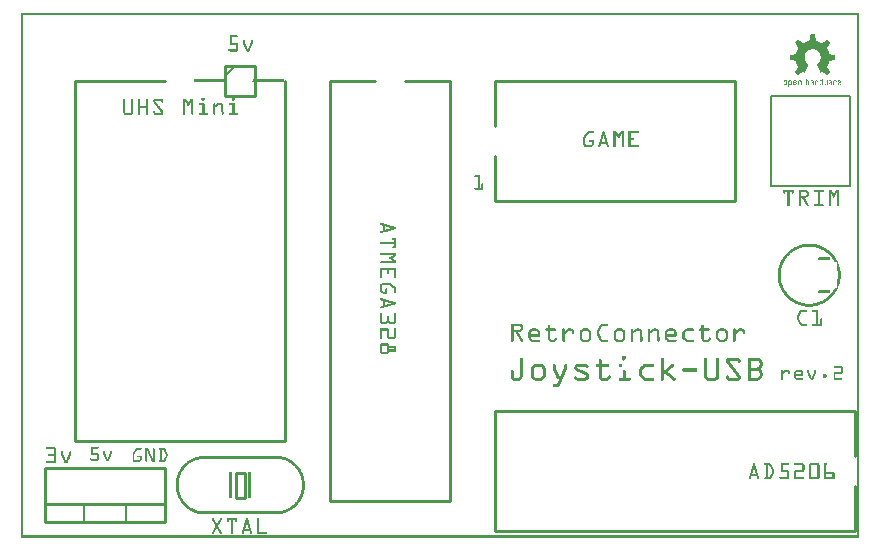
<source format=gto>
G04 MADE WITH FRITZING*
G04 WWW.FRITZING.ORG*
G04 DOUBLE SIDED*
G04 HOLES PLATED*
G04 CONTOUR ON CENTER OF CONTOUR VECTOR*
%ASAXBY*%
%FSLAX23Y23*%
%MOIN*%
%OFA0B0*%
%SFA1.0B1.0*%
%ADD10R,0.038714X0.096457X0.019029X0.076772*%
%ADD11C,0.009843*%
%ADD12C,0.008000*%
%ADD13C,0.010000*%
%ADD14C,0.005000*%
%ADD15R,0.001000X0.001000*%
%LNSILK1*%
G90*
G70*
G54D11*
X717Y219D02*
X746Y219D01*
X746Y133D01*
X717Y133D01*
X717Y219D01*
D02*
G54D12*
X2500Y1476D02*
X2500Y1176D01*
D02*
X2500Y1176D02*
X2764Y1176D01*
D02*
X2764Y1176D02*
X2764Y1476D01*
D02*
X2764Y1476D02*
X2500Y1476D01*
G54D13*
D02*
X2778Y426D02*
X1578Y426D01*
D02*
X1578Y426D02*
X1578Y26D01*
D02*
X1578Y26D02*
X2778Y26D01*
D02*
X2778Y426D02*
X2778Y276D01*
D02*
X2778Y176D02*
X2778Y26D01*
D02*
X1028Y1526D02*
X1028Y126D01*
D02*
X1028Y126D02*
X1428Y126D01*
D02*
X1428Y126D02*
X1428Y1526D01*
D02*
X1028Y1526D02*
X1178Y1526D01*
D02*
X1278Y1526D02*
X1428Y1526D01*
D02*
X178Y1526D02*
X178Y326D01*
D02*
X178Y326D02*
X878Y326D01*
D02*
X878Y326D02*
X878Y1526D01*
D02*
X178Y1526D02*
X478Y1526D01*
D02*
X478Y56D02*
X78Y56D01*
D02*
X78Y56D02*
X78Y236D01*
D02*
X78Y236D02*
X478Y236D01*
D02*
X478Y236D02*
X478Y56D01*
D02*
X478Y56D02*
X78Y56D01*
D02*
X78Y56D02*
X78Y116D01*
D02*
X78Y116D02*
X478Y116D01*
D02*
X478Y116D02*
X478Y56D01*
G54D14*
D02*
X348Y56D02*
X348Y116D01*
D02*
X208Y56D02*
X208Y116D01*
G54D13*
D02*
X1578Y1126D02*
X2378Y1126D01*
D02*
X2378Y1126D02*
X2378Y1526D01*
D02*
X2378Y1526D02*
X1578Y1526D01*
D02*
X1578Y1126D02*
X1578Y1276D01*
D02*
X1578Y1376D02*
X1578Y1526D01*
D02*
X678Y1576D02*
X678Y1476D01*
D02*
X678Y1476D02*
X778Y1476D01*
D02*
X778Y1476D02*
X778Y1576D01*
D02*
X778Y1576D02*
X678Y1576D01*
G54D14*
D02*
X678Y1541D02*
X713Y1576D01*
G54D15*
X0Y1752D02*
X2794Y1752D01*
X0Y1751D02*
X2794Y1751D01*
X0Y1750D02*
X2794Y1750D01*
X0Y1749D02*
X2794Y1749D01*
X0Y1748D02*
X2794Y1748D01*
X0Y1747D02*
X2794Y1747D01*
X0Y1746D02*
X2794Y1746D01*
X0Y1745D02*
X2794Y1745D01*
X0Y1744D02*
X7Y1744D01*
X2787Y1744D02*
X2794Y1744D01*
X0Y1743D02*
X7Y1743D01*
X2787Y1743D02*
X2794Y1743D01*
X0Y1742D02*
X7Y1742D01*
X2787Y1742D02*
X2794Y1742D01*
X0Y1741D02*
X7Y1741D01*
X2787Y1741D02*
X2794Y1741D01*
X0Y1740D02*
X7Y1740D01*
X2787Y1740D02*
X2794Y1740D01*
X0Y1739D02*
X7Y1739D01*
X2787Y1739D02*
X2794Y1739D01*
X0Y1738D02*
X7Y1738D01*
X2787Y1738D02*
X2794Y1738D01*
X0Y1737D02*
X7Y1737D01*
X2787Y1737D02*
X2794Y1737D01*
X0Y1736D02*
X7Y1736D01*
X2787Y1736D02*
X2794Y1736D01*
X0Y1735D02*
X7Y1735D01*
X2787Y1735D02*
X2794Y1735D01*
X0Y1734D02*
X7Y1734D01*
X2787Y1734D02*
X2794Y1734D01*
X0Y1733D02*
X7Y1733D01*
X2787Y1733D02*
X2794Y1733D01*
X0Y1732D02*
X7Y1732D01*
X2787Y1732D02*
X2794Y1732D01*
X0Y1731D02*
X7Y1731D01*
X2787Y1731D02*
X2794Y1731D01*
X0Y1730D02*
X7Y1730D01*
X2787Y1730D02*
X2794Y1730D01*
X0Y1729D02*
X7Y1729D01*
X2787Y1729D02*
X2794Y1729D01*
X0Y1728D02*
X7Y1728D01*
X2787Y1728D02*
X2794Y1728D01*
X0Y1727D02*
X7Y1727D01*
X2787Y1727D02*
X2794Y1727D01*
X0Y1726D02*
X7Y1726D01*
X2787Y1726D02*
X2794Y1726D01*
X0Y1725D02*
X7Y1725D01*
X2787Y1725D02*
X2794Y1725D01*
X0Y1724D02*
X7Y1724D01*
X2787Y1724D02*
X2794Y1724D01*
X0Y1723D02*
X7Y1723D01*
X2787Y1723D02*
X2794Y1723D01*
X0Y1722D02*
X7Y1722D01*
X2787Y1722D02*
X2794Y1722D01*
X0Y1721D02*
X7Y1721D01*
X2787Y1721D02*
X2794Y1721D01*
X0Y1720D02*
X7Y1720D01*
X2787Y1720D02*
X2794Y1720D01*
X0Y1719D02*
X7Y1719D01*
X2787Y1719D02*
X2794Y1719D01*
X0Y1718D02*
X7Y1718D01*
X2787Y1718D02*
X2794Y1718D01*
X0Y1717D02*
X7Y1717D01*
X2787Y1717D02*
X2794Y1717D01*
X0Y1716D02*
X7Y1716D01*
X2787Y1716D02*
X2794Y1716D01*
X0Y1715D02*
X7Y1715D01*
X2787Y1715D02*
X2794Y1715D01*
X0Y1714D02*
X7Y1714D01*
X2787Y1714D02*
X2794Y1714D01*
X0Y1713D02*
X7Y1713D01*
X2787Y1713D02*
X2794Y1713D01*
X0Y1712D02*
X7Y1712D01*
X2787Y1712D02*
X2794Y1712D01*
X0Y1711D02*
X7Y1711D01*
X2787Y1711D02*
X2794Y1711D01*
X0Y1710D02*
X7Y1710D01*
X2787Y1710D02*
X2794Y1710D01*
X0Y1709D02*
X7Y1709D01*
X2787Y1709D02*
X2794Y1709D01*
X0Y1708D02*
X7Y1708D01*
X2787Y1708D02*
X2794Y1708D01*
X0Y1707D02*
X7Y1707D01*
X2787Y1707D02*
X2794Y1707D01*
X0Y1706D02*
X7Y1706D01*
X2787Y1706D02*
X2794Y1706D01*
X0Y1705D02*
X7Y1705D01*
X2787Y1705D02*
X2794Y1705D01*
X0Y1704D02*
X7Y1704D01*
X2787Y1704D02*
X2794Y1704D01*
X0Y1703D02*
X7Y1703D01*
X2787Y1703D02*
X2794Y1703D01*
X0Y1702D02*
X7Y1702D01*
X2787Y1702D02*
X2794Y1702D01*
X0Y1701D02*
X7Y1701D01*
X2787Y1701D02*
X2794Y1701D01*
X0Y1700D02*
X7Y1700D01*
X2787Y1700D02*
X2794Y1700D01*
X0Y1699D02*
X7Y1699D01*
X2787Y1699D02*
X2794Y1699D01*
X0Y1698D02*
X7Y1698D01*
X2787Y1698D02*
X2794Y1698D01*
X0Y1697D02*
X7Y1697D01*
X2787Y1697D02*
X2794Y1697D01*
X0Y1696D02*
X7Y1696D01*
X2787Y1696D02*
X2794Y1696D01*
X0Y1695D02*
X7Y1695D01*
X2787Y1695D02*
X2794Y1695D01*
X0Y1694D02*
X7Y1694D01*
X2787Y1694D02*
X2794Y1694D01*
X0Y1693D02*
X7Y1693D01*
X2787Y1693D02*
X2794Y1693D01*
X0Y1692D02*
X7Y1692D01*
X2787Y1692D02*
X2794Y1692D01*
X0Y1691D02*
X7Y1691D01*
X2787Y1691D02*
X2794Y1691D01*
X0Y1690D02*
X7Y1690D01*
X2787Y1690D02*
X2794Y1690D01*
X0Y1689D02*
X7Y1689D01*
X2787Y1689D02*
X2794Y1689D01*
X0Y1688D02*
X7Y1688D01*
X2787Y1688D02*
X2794Y1688D01*
X0Y1687D02*
X7Y1687D01*
X2787Y1687D02*
X2794Y1687D01*
X0Y1686D02*
X7Y1686D01*
X2787Y1686D02*
X2794Y1686D01*
X0Y1685D02*
X7Y1685D01*
X2787Y1685D02*
X2794Y1685D01*
X0Y1684D02*
X7Y1684D01*
X2787Y1684D02*
X2794Y1684D01*
X0Y1683D02*
X7Y1683D01*
X2787Y1683D02*
X2794Y1683D01*
X0Y1682D02*
X7Y1682D01*
X2787Y1682D02*
X2794Y1682D01*
X0Y1681D02*
X7Y1681D01*
X2787Y1681D02*
X2794Y1681D01*
X0Y1680D02*
X7Y1680D01*
X2787Y1680D02*
X2794Y1680D01*
X0Y1679D02*
X7Y1679D01*
X2632Y1679D02*
X2645Y1679D01*
X2787Y1679D02*
X2794Y1679D01*
X0Y1678D02*
X7Y1678D01*
X2631Y1678D02*
X2646Y1678D01*
X2787Y1678D02*
X2794Y1678D01*
X0Y1677D02*
X7Y1677D01*
X2631Y1677D02*
X2646Y1677D01*
X2787Y1677D02*
X2794Y1677D01*
X0Y1676D02*
X7Y1676D01*
X696Y1676D02*
X720Y1676D01*
X2631Y1676D02*
X2646Y1676D01*
X2787Y1676D02*
X2794Y1676D01*
X0Y1675D02*
X7Y1675D01*
X696Y1675D02*
X722Y1675D01*
X2631Y1675D02*
X2646Y1675D01*
X2787Y1675D02*
X2794Y1675D01*
X0Y1674D02*
X7Y1674D01*
X696Y1674D02*
X722Y1674D01*
X2631Y1674D02*
X2646Y1674D01*
X2787Y1674D02*
X2794Y1674D01*
X0Y1673D02*
X7Y1673D01*
X696Y1673D02*
X722Y1673D01*
X2630Y1673D02*
X2647Y1673D01*
X2787Y1673D02*
X2794Y1673D01*
X0Y1672D02*
X7Y1672D01*
X696Y1672D02*
X722Y1672D01*
X2630Y1672D02*
X2647Y1672D01*
X2787Y1672D02*
X2794Y1672D01*
X0Y1671D02*
X7Y1671D01*
X696Y1671D02*
X722Y1671D01*
X2630Y1671D02*
X2647Y1671D01*
X2787Y1671D02*
X2794Y1671D01*
X0Y1670D02*
X7Y1670D01*
X696Y1670D02*
X721Y1670D01*
X2630Y1670D02*
X2647Y1670D01*
X2787Y1670D02*
X2794Y1670D01*
X0Y1669D02*
X7Y1669D01*
X696Y1669D02*
X702Y1669D01*
X2630Y1669D02*
X2647Y1669D01*
X2787Y1669D02*
X2794Y1669D01*
X0Y1668D02*
X7Y1668D01*
X696Y1668D02*
X702Y1668D01*
X2629Y1668D02*
X2647Y1668D01*
X2787Y1668D02*
X2794Y1668D01*
X0Y1667D02*
X7Y1667D01*
X696Y1667D02*
X702Y1667D01*
X2629Y1667D02*
X2648Y1667D01*
X2787Y1667D02*
X2794Y1667D01*
X0Y1666D02*
X7Y1666D01*
X696Y1666D02*
X702Y1666D01*
X2629Y1666D02*
X2648Y1666D01*
X2787Y1666D02*
X2794Y1666D01*
X0Y1665D02*
X7Y1665D01*
X696Y1665D02*
X702Y1665D01*
X2629Y1665D02*
X2648Y1665D01*
X2787Y1665D02*
X2794Y1665D01*
X0Y1664D02*
X7Y1664D01*
X696Y1664D02*
X702Y1664D01*
X2629Y1664D02*
X2648Y1664D01*
X2787Y1664D02*
X2794Y1664D01*
X0Y1663D02*
X7Y1663D01*
X696Y1663D02*
X702Y1663D01*
X2629Y1663D02*
X2648Y1663D01*
X2787Y1663D02*
X2794Y1663D01*
X0Y1662D02*
X7Y1662D01*
X696Y1662D02*
X702Y1662D01*
X2628Y1662D02*
X2649Y1662D01*
X2787Y1662D02*
X2794Y1662D01*
X0Y1661D02*
X7Y1661D01*
X696Y1661D02*
X702Y1661D01*
X740Y1661D02*
X744Y1661D01*
X768Y1661D02*
X771Y1661D01*
X2589Y1661D02*
X2591Y1661D01*
X2628Y1661D02*
X2649Y1661D01*
X2686Y1661D02*
X2688Y1661D01*
X2787Y1661D02*
X2794Y1661D01*
X0Y1660D02*
X7Y1660D01*
X696Y1660D02*
X702Y1660D01*
X740Y1660D02*
X744Y1660D01*
X767Y1660D02*
X772Y1660D01*
X2588Y1660D02*
X2592Y1660D01*
X2628Y1660D02*
X2649Y1660D01*
X2685Y1660D02*
X2689Y1660D01*
X2787Y1660D02*
X2794Y1660D01*
X0Y1659D02*
X7Y1659D01*
X696Y1659D02*
X702Y1659D01*
X739Y1659D02*
X745Y1659D01*
X767Y1659D02*
X772Y1659D01*
X2587Y1659D02*
X2594Y1659D01*
X2628Y1659D02*
X2649Y1659D01*
X2683Y1659D02*
X2690Y1659D01*
X2787Y1659D02*
X2794Y1659D01*
X0Y1658D02*
X7Y1658D01*
X696Y1658D02*
X702Y1658D01*
X739Y1658D02*
X745Y1658D01*
X767Y1658D02*
X773Y1658D01*
X2586Y1658D02*
X2595Y1658D01*
X2628Y1658D02*
X2649Y1658D01*
X2682Y1658D02*
X2691Y1658D01*
X2787Y1658D02*
X2794Y1658D01*
X0Y1657D02*
X7Y1657D01*
X696Y1657D02*
X702Y1657D01*
X739Y1657D02*
X745Y1657D01*
X767Y1657D02*
X773Y1657D01*
X2585Y1657D02*
X2597Y1657D01*
X2624Y1657D02*
X2653Y1657D01*
X2680Y1657D02*
X2692Y1657D01*
X2787Y1657D02*
X2794Y1657D01*
X0Y1656D02*
X7Y1656D01*
X696Y1656D02*
X702Y1656D01*
X739Y1656D02*
X745Y1656D01*
X767Y1656D02*
X773Y1656D01*
X2584Y1656D02*
X2598Y1656D01*
X2621Y1656D02*
X2656Y1656D01*
X2679Y1656D02*
X2693Y1656D01*
X2787Y1656D02*
X2794Y1656D01*
X0Y1655D02*
X7Y1655D01*
X696Y1655D02*
X702Y1655D01*
X739Y1655D02*
X745Y1655D01*
X767Y1655D02*
X773Y1655D01*
X2583Y1655D02*
X2600Y1655D01*
X2618Y1655D02*
X2659Y1655D01*
X2677Y1655D02*
X2694Y1655D01*
X2787Y1655D02*
X2794Y1655D01*
X0Y1654D02*
X7Y1654D01*
X696Y1654D02*
X702Y1654D01*
X739Y1654D02*
X745Y1654D01*
X767Y1654D02*
X773Y1654D01*
X2582Y1654D02*
X2601Y1654D01*
X2616Y1654D02*
X2661Y1654D01*
X2676Y1654D02*
X2695Y1654D01*
X2787Y1654D02*
X2794Y1654D01*
X0Y1653D02*
X7Y1653D01*
X696Y1653D02*
X702Y1653D01*
X739Y1653D02*
X745Y1653D01*
X767Y1653D02*
X773Y1653D01*
X2581Y1653D02*
X2602Y1653D01*
X2614Y1653D02*
X2663Y1653D01*
X2674Y1653D02*
X2696Y1653D01*
X2787Y1653D02*
X2794Y1653D01*
X0Y1652D02*
X7Y1652D01*
X696Y1652D02*
X719Y1652D01*
X739Y1652D02*
X745Y1652D01*
X766Y1652D02*
X773Y1652D01*
X2580Y1652D02*
X2604Y1652D01*
X2612Y1652D02*
X2665Y1652D01*
X2673Y1652D02*
X2697Y1652D01*
X2787Y1652D02*
X2794Y1652D01*
X0Y1651D02*
X7Y1651D01*
X696Y1651D02*
X720Y1651D01*
X739Y1651D02*
X746Y1651D01*
X766Y1651D02*
X772Y1651D01*
X2580Y1651D02*
X2605Y1651D01*
X2610Y1651D02*
X2667Y1651D01*
X2672Y1651D02*
X2697Y1651D01*
X2787Y1651D02*
X2794Y1651D01*
X0Y1650D02*
X7Y1650D01*
X696Y1650D02*
X721Y1650D01*
X740Y1650D02*
X746Y1650D01*
X765Y1650D02*
X772Y1650D01*
X2581Y1650D02*
X2696Y1650D01*
X2787Y1650D02*
X2794Y1650D01*
X0Y1649D02*
X7Y1649D01*
X696Y1649D02*
X722Y1649D01*
X740Y1649D02*
X747Y1649D01*
X765Y1649D02*
X771Y1649D01*
X2582Y1649D02*
X2695Y1649D01*
X2787Y1649D02*
X2794Y1649D01*
X0Y1648D02*
X7Y1648D01*
X696Y1648D02*
X722Y1648D01*
X741Y1648D02*
X747Y1648D01*
X764Y1648D02*
X771Y1648D01*
X2582Y1648D02*
X2695Y1648D01*
X2787Y1648D02*
X2794Y1648D01*
X0Y1647D02*
X7Y1647D01*
X696Y1647D02*
X722Y1647D01*
X741Y1647D02*
X748Y1647D01*
X764Y1647D02*
X771Y1647D01*
X2583Y1647D02*
X2694Y1647D01*
X2787Y1647D02*
X2794Y1647D01*
X0Y1646D02*
X7Y1646D01*
X696Y1646D02*
X722Y1646D01*
X741Y1646D02*
X748Y1646D01*
X763Y1646D02*
X770Y1646D01*
X2584Y1646D02*
X2693Y1646D01*
X2787Y1646D02*
X2794Y1646D01*
X0Y1645D02*
X7Y1645D01*
X716Y1645D02*
X722Y1645D01*
X742Y1645D02*
X749Y1645D01*
X763Y1645D02*
X770Y1645D01*
X2584Y1645D02*
X2693Y1645D01*
X2787Y1645D02*
X2794Y1645D01*
X0Y1644D02*
X7Y1644D01*
X716Y1644D02*
X722Y1644D01*
X742Y1644D02*
X749Y1644D01*
X763Y1644D02*
X769Y1644D01*
X2585Y1644D02*
X2692Y1644D01*
X2787Y1644D02*
X2794Y1644D01*
X0Y1643D02*
X7Y1643D01*
X716Y1643D02*
X722Y1643D01*
X743Y1643D02*
X749Y1643D01*
X762Y1643D02*
X769Y1643D01*
X2586Y1643D02*
X2691Y1643D01*
X2787Y1643D02*
X2794Y1643D01*
X0Y1642D02*
X7Y1642D01*
X716Y1642D02*
X722Y1642D01*
X743Y1642D02*
X750Y1642D01*
X762Y1642D02*
X768Y1642D01*
X2586Y1642D02*
X2691Y1642D01*
X2787Y1642D02*
X2794Y1642D01*
X0Y1641D02*
X7Y1641D01*
X716Y1641D02*
X722Y1641D01*
X744Y1641D02*
X750Y1641D01*
X761Y1641D02*
X768Y1641D01*
X2587Y1641D02*
X2690Y1641D01*
X2787Y1641D02*
X2794Y1641D01*
X0Y1640D02*
X7Y1640D01*
X716Y1640D02*
X722Y1640D01*
X744Y1640D02*
X751Y1640D01*
X761Y1640D02*
X768Y1640D01*
X2588Y1640D02*
X2689Y1640D01*
X2787Y1640D02*
X2794Y1640D01*
X0Y1639D02*
X7Y1639D01*
X716Y1639D02*
X722Y1639D01*
X744Y1639D02*
X751Y1639D01*
X760Y1639D02*
X767Y1639D01*
X2588Y1639D02*
X2688Y1639D01*
X2787Y1639D02*
X2794Y1639D01*
X0Y1638D02*
X7Y1638D01*
X716Y1638D02*
X722Y1638D01*
X745Y1638D02*
X752Y1638D01*
X760Y1638D02*
X767Y1638D01*
X2589Y1638D02*
X2688Y1638D01*
X2787Y1638D02*
X2794Y1638D01*
X0Y1637D02*
X7Y1637D01*
X716Y1637D02*
X722Y1637D01*
X745Y1637D02*
X752Y1637D01*
X760Y1637D02*
X766Y1637D01*
X2590Y1637D02*
X2687Y1637D01*
X2787Y1637D02*
X2794Y1637D01*
X0Y1636D02*
X7Y1636D01*
X716Y1636D02*
X722Y1636D01*
X746Y1636D02*
X752Y1636D01*
X759Y1636D02*
X766Y1636D01*
X2591Y1636D02*
X2686Y1636D01*
X2787Y1636D02*
X2794Y1636D01*
X0Y1635D02*
X7Y1635D01*
X716Y1635D02*
X722Y1635D01*
X746Y1635D02*
X753Y1635D01*
X759Y1635D02*
X765Y1635D01*
X2591Y1635D02*
X2686Y1635D01*
X2787Y1635D02*
X2794Y1635D01*
X0Y1634D02*
X7Y1634D01*
X716Y1634D02*
X722Y1634D01*
X747Y1634D02*
X753Y1634D01*
X758Y1634D02*
X765Y1634D01*
X2592Y1634D02*
X2685Y1634D01*
X2787Y1634D02*
X2794Y1634D01*
X0Y1633D02*
X7Y1633D01*
X716Y1633D02*
X722Y1633D01*
X747Y1633D02*
X754Y1633D01*
X758Y1633D02*
X764Y1633D01*
X2591Y1633D02*
X2686Y1633D01*
X2787Y1633D02*
X2794Y1633D01*
X0Y1632D02*
X7Y1632D01*
X691Y1632D02*
X692Y1632D01*
X716Y1632D02*
X722Y1632D01*
X748Y1632D02*
X754Y1632D01*
X757Y1632D02*
X764Y1632D01*
X2591Y1632D02*
X2686Y1632D01*
X2787Y1632D02*
X2794Y1632D01*
X0Y1631D02*
X7Y1631D01*
X690Y1631D02*
X695Y1631D01*
X716Y1631D02*
X722Y1631D01*
X748Y1631D02*
X755Y1631D01*
X757Y1631D02*
X764Y1631D01*
X2590Y1631D02*
X2687Y1631D01*
X2787Y1631D02*
X2794Y1631D01*
X0Y1630D02*
X7Y1630D01*
X689Y1630D02*
X697Y1630D01*
X716Y1630D02*
X722Y1630D01*
X748Y1630D02*
X763Y1630D01*
X2589Y1630D02*
X2687Y1630D01*
X2787Y1630D02*
X2794Y1630D01*
X0Y1629D02*
X7Y1629D01*
X689Y1629D02*
X722Y1629D01*
X749Y1629D02*
X763Y1629D01*
X2589Y1629D02*
X2631Y1629D01*
X2646Y1629D02*
X2688Y1629D01*
X2787Y1629D02*
X2794Y1629D01*
X0Y1628D02*
X7Y1628D01*
X689Y1628D02*
X722Y1628D01*
X749Y1628D02*
X762Y1628D01*
X2588Y1628D02*
X2628Y1628D01*
X2649Y1628D02*
X2689Y1628D01*
X2787Y1628D02*
X2794Y1628D01*
X0Y1627D02*
X7Y1627D01*
X689Y1627D02*
X722Y1627D01*
X750Y1627D02*
X762Y1627D01*
X2588Y1627D02*
X2626Y1627D01*
X2651Y1627D02*
X2689Y1627D01*
X2787Y1627D02*
X2794Y1627D01*
X0Y1626D02*
X7Y1626D01*
X690Y1626D02*
X722Y1626D01*
X750Y1626D02*
X761Y1626D01*
X2587Y1626D02*
X2624Y1626D01*
X2653Y1626D02*
X2690Y1626D01*
X2787Y1626D02*
X2794Y1626D01*
X0Y1625D02*
X7Y1625D01*
X692Y1625D02*
X721Y1625D01*
X751Y1625D02*
X761Y1625D01*
X2587Y1625D02*
X2622Y1625D01*
X2655Y1625D02*
X2690Y1625D01*
X2787Y1625D02*
X2794Y1625D01*
X0Y1624D02*
X7Y1624D01*
X694Y1624D02*
X720Y1624D01*
X751Y1624D02*
X760Y1624D01*
X2586Y1624D02*
X2621Y1624D01*
X2656Y1624D02*
X2690Y1624D01*
X2787Y1624D02*
X2794Y1624D01*
X0Y1623D02*
X7Y1623D01*
X696Y1623D02*
X718Y1623D01*
X752Y1623D02*
X760Y1623D01*
X2586Y1623D02*
X2620Y1623D01*
X2657Y1623D02*
X2691Y1623D01*
X2787Y1623D02*
X2794Y1623D01*
X0Y1622D02*
X7Y1622D01*
X2586Y1622D02*
X2619Y1622D01*
X2658Y1622D02*
X2691Y1622D01*
X2787Y1622D02*
X2794Y1622D01*
X0Y1621D02*
X7Y1621D01*
X2585Y1621D02*
X2618Y1621D01*
X2659Y1621D02*
X2692Y1621D01*
X2787Y1621D02*
X2794Y1621D01*
X0Y1620D02*
X7Y1620D01*
X2585Y1620D02*
X2617Y1620D01*
X2660Y1620D02*
X2692Y1620D01*
X2787Y1620D02*
X2794Y1620D01*
X0Y1619D02*
X7Y1619D01*
X2585Y1619D02*
X2616Y1619D01*
X2661Y1619D02*
X2692Y1619D01*
X2787Y1619D02*
X2794Y1619D01*
X0Y1618D02*
X7Y1618D01*
X2584Y1618D02*
X2615Y1618D01*
X2662Y1618D02*
X2693Y1618D01*
X2787Y1618D02*
X2794Y1618D01*
X0Y1617D02*
X7Y1617D01*
X2584Y1617D02*
X2615Y1617D01*
X2662Y1617D02*
X2693Y1617D01*
X2787Y1617D02*
X2794Y1617D01*
X0Y1616D02*
X7Y1616D01*
X2584Y1616D02*
X2614Y1616D01*
X2663Y1616D02*
X2693Y1616D01*
X2787Y1616D02*
X2794Y1616D01*
X0Y1615D02*
X7Y1615D01*
X2584Y1615D02*
X2614Y1615D01*
X2663Y1615D02*
X2693Y1615D01*
X2787Y1615D02*
X2794Y1615D01*
X0Y1614D02*
X7Y1614D01*
X2582Y1614D02*
X2613Y1614D01*
X2664Y1614D02*
X2694Y1614D01*
X2787Y1614D02*
X2794Y1614D01*
X0Y1613D02*
X7Y1613D01*
X2577Y1613D02*
X2613Y1613D01*
X2664Y1613D02*
X2700Y1613D01*
X2787Y1613D02*
X2794Y1613D01*
X0Y1612D02*
X7Y1612D01*
X2572Y1612D02*
X2612Y1612D01*
X2665Y1612D02*
X2705Y1612D01*
X2787Y1612D02*
X2794Y1612D01*
X0Y1611D02*
X7Y1611D01*
X2566Y1611D02*
X2612Y1611D01*
X2665Y1611D02*
X2711Y1611D01*
X2787Y1611D02*
X2794Y1611D01*
X0Y1610D02*
X7Y1610D01*
X2563Y1610D02*
X2612Y1610D01*
X2665Y1610D02*
X2714Y1610D01*
X2787Y1610D02*
X2794Y1610D01*
X0Y1609D02*
X7Y1609D01*
X2563Y1609D02*
X2611Y1609D01*
X2665Y1609D02*
X2714Y1609D01*
X2787Y1609D02*
X2794Y1609D01*
X0Y1608D02*
X7Y1608D01*
X2563Y1608D02*
X2611Y1608D01*
X2666Y1608D02*
X2714Y1608D01*
X2787Y1608D02*
X2794Y1608D01*
X0Y1607D02*
X7Y1607D01*
X2563Y1607D02*
X2611Y1607D01*
X2666Y1607D02*
X2714Y1607D01*
X2787Y1607D02*
X2794Y1607D01*
X0Y1606D02*
X7Y1606D01*
X2563Y1606D02*
X2611Y1606D01*
X2666Y1606D02*
X2714Y1606D01*
X2787Y1606D02*
X2794Y1606D01*
X0Y1605D02*
X7Y1605D01*
X2563Y1605D02*
X2611Y1605D01*
X2666Y1605D02*
X2714Y1605D01*
X2787Y1605D02*
X2794Y1605D01*
X0Y1604D02*
X7Y1604D01*
X2563Y1604D02*
X2611Y1604D01*
X2666Y1604D02*
X2714Y1604D01*
X2787Y1604D02*
X2794Y1604D01*
X0Y1603D02*
X7Y1603D01*
X2563Y1603D02*
X2611Y1603D01*
X2666Y1603D02*
X2714Y1603D01*
X2787Y1603D02*
X2794Y1603D01*
X0Y1602D02*
X7Y1602D01*
X2563Y1602D02*
X2611Y1602D01*
X2666Y1602D02*
X2714Y1602D01*
X2787Y1602D02*
X2794Y1602D01*
X0Y1601D02*
X7Y1601D01*
X2563Y1601D02*
X2611Y1601D01*
X2666Y1601D02*
X2714Y1601D01*
X2787Y1601D02*
X2794Y1601D01*
X0Y1600D02*
X7Y1600D01*
X2563Y1600D02*
X2611Y1600D01*
X2666Y1600D02*
X2714Y1600D01*
X2787Y1600D02*
X2794Y1600D01*
X0Y1599D02*
X7Y1599D01*
X2563Y1599D02*
X2611Y1599D01*
X2666Y1599D02*
X2714Y1599D01*
X2787Y1599D02*
X2794Y1599D01*
X0Y1598D02*
X7Y1598D01*
X2563Y1598D02*
X2611Y1598D01*
X2666Y1598D02*
X2714Y1598D01*
X2787Y1598D02*
X2794Y1598D01*
X0Y1597D02*
X7Y1597D01*
X2563Y1597D02*
X2611Y1597D01*
X2666Y1597D02*
X2714Y1597D01*
X2787Y1597D02*
X2794Y1597D01*
X0Y1596D02*
X7Y1596D01*
X2563Y1596D02*
X2612Y1596D01*
X2665Y1596D02*
X2714Y1596D01*
X2787Y1596D02*
X2794Y1596D01*
X0Y1595D02*
X7Y1595D01*
X2566Y1595D02*
X2612Y1595D01*
X2665Y1595D02*
X2711Y1595D01*
X2787Y1595D02*
X2794Y1595D01*
X0Y1594D02*
X7Y1594D01*
X2571Y1594D02*
X2612Y1594D01*
X2665Y1594D02*
X2706Y1594D01*
X2787Y1594D02*
X2794Y1594D01*
X0Y1593D02*
X7Y1593D01*
X2576Y1593D02*
X2613Y1593D01*
X2664Y1593D02*
X2701Y1593D01*
X2787Y1593D02*
X2794Y1593D01*
X0Y1592D02*
X7Y1592D01*
X2582Y1592D02*
X2613Y1592D01*
X2664Y1592D02*
X2695Y1592D01*
X2787Y1592D02*
X2794Y1592D01*
X0Y1591D02*
X7Y1591D01*
X2583Y1591D02*
X2613Y1591D01*
X2663Y1591D02*
X2694Y1591D01*
X2787Y1591D02*
X2794Y1591D01*
X0Y1590D02*
X7Y1590D01*
X2583Y1590D02*
X2614Y1590D01*
X2663Y1590D02*
X2694Y1590D01*
X2787Y1590D02*
X2794Y1590D01*
X0Y1589D02*
X7Y1589D01*
X2584Y1589D02*
X2615Y1589D01*
X2662Y1589D02*
X2693Y1589D01*
X2787Y1589D02*
X2794Y1589D01*
X0Y1588D02*
X7Y1588D01*
X2584Y1588D02*
X2615Y1588D01*
X2662Y1588D02*
X2693Y1588D01*
X2787Y1588D02*
X2794Y1588D01*
X0Y1587D02*
X7Y1587D01*
X2584Y1587D02*
X2616Y1587D01*
X2661Y1587D02*
X2693Y1587D01*
X2787Y1587D02*
X2794Y1587D01*
X0Y1586D02*
X7Y1586D01*
X2584Y1586D02*
X2617Y1586D01*
X2660Y1586D02*
X2693Y1586D01*
X2787Y1586D02*
X2794Y1586D01*
X0Y1585D02*
X7Y1585D01*
X2585Y1585D02*
X2617Y1585D01*
X2660Y1585D02*
X2692Y1585D01*
X2787Y1585D02*
X2794Y1585D01*
X0Y1584D02*
X7Y1584D01*
X2585Y1584D02*
X2618Y1584D01*
X2659Y1584D02*
X2692Y1584D01*
X2787Y1584D02*
X2794Y1584D01*
X0Y1583D02*
X7Y1583D01*
X2585Y1583D02*
X2619Y1583D01*
X2658Y1583D02*
X2692Y1583D01*
X2787Y1583D02*
X2794Y1583D01*
X0Y1582D02*
X7Y1582D01*
X2586Y1582D02*
X2620Y1582D01*
X2656Y1582D02*
X2691Y1582D01*
X2787Y1582D02*
X2794Y1582D01*
X0Y1581D02*
X7Y1581D01*
X2586Y1581D02*
X2622Y1581D01*
X2655Y1581D02*
X2691Y1581D01*
X2787Y1581D02*
X2794Y1581D01*
X0Y1580D02*
X7Y1580D01*
X2587Y1580D02*
X2623Y1580D01*
X2654Y1580D02*
X2690Y1580D01*
X2787Y1580D02*
X2794Y1580D01*
X0Y1579D02*
X7Y1579D01*
X2587Y1579D02*
X2624Y1579D01*
X2653Y1579D02*
X2690Y1579D01*
X2787Y1579D02*
X2794Y1579D01*
X0Y1578D02*
X7Y1578D01*
X2587Y1578D02*
X2623Y1578D01*
X2654Y1578D02*
X2690Y1578D01*
X2787Y1578D02*
X2794Y1578D01*
X0Y1577D02*
X7Y1577D01*
X2588Y1577D02*
X2623Y1577D01*
X2654Y1577D02*
X2689Y1577D01*
X2787Y1577D02*
X2794Y1577D01*
X0Y1576D02*
X7Y1576D01*
X2588Y1576D02*
X2622Y1576D01*
X2655Y1576D02*
X2689Y1576D01*
X2787Y1576D02*
X2794Y1576D01*
X0Y1575D02*
X7Y1575D01*
X2589Y1575D02*
X2622Y1575D01*
X2655Y1575D02*
X2688Y1575D01*
X2787Y1575D02*
X2794Y1575D01*
X0Y1574D02*
X7Y1574D01*
X2589Y1574D02*
X2621Y1574D01*
X2655Y1574D02*
X2687Y1574D01*
X2787Y1574D02*
X2794Y1574D01*
X0Y1573D02*
X7Y1573D01*
X2590Y1573D02*
X2621Y1573D01*
X2656Y1573D02*
X2687Y1573D01*
X2787Y1573D02*
X2794Y1573D01*
X0Y1572D02*
X7Y1572D01*
X2591Y1572D02*
X2621Y1572D01*
X2656Y1572D02*
X2686Y1572D01*
X2787Y1572D02*
X2794Y1572D01*
X0Y1571D02*
X7Y1571D01*
X2591Y1571D02*
X2620Y1571D01*
X2657Y1571D02*
X2686Y1571D01*
X2787Y1571D02*
X2794Y1571D01*
X0Y1570D02*
X7Y1570D01*
X2591Y1570D02*
X2620Y1570D01*
X2657Y1570D02*
X2686Y1570D01*
X2787Y1570D02*
X2794Y1570D01*
X0Y1569D02*
X7Y1569D01*
X2590Y1569D02*
X2619Y1569D01*
X2658Y1569D02*
X2687Y1569D01*
X2787Y1569D02*
X2794Y1569D01*
X0Y1568D02*
X7Y1568D01*
X2589Y1568D02*
X2619Y1568D01*
X2658Y1568D02*
X2688Y1568D01*
X2787Y1568D02*
X2794Y1568D01*
X0Y1567D02*
X7Y1567D01*
X2589Y1567D02*
X2619Y1567D01*
X2658Y1567D02*
X2688Y1567D01*
X2787Y1567D02*
X2794Y1567D01*
X0Y1566D02*
X7Y1566D01*
X2588Y1566D02*
X2618Y1566D01*
X2659Y1566D02*
X2689Y1566D01*
X2787Y1566D02*
X2794Y1566D01*
X0Y1565D02*
X7Y1565D01*
X2587Y1565D02*
X2618Y1565D01*
X2659Y1565D02*
X2690Y1565D01*
X2787Y1565D02*
X2794Y1565D01*
X0Y1564D02*
X7Y1564D01*
X2586Y1564D02*
X2617Y1564D01*
X2660Y1564D02*
X2690Y1564D01*
X2787Y1564D02*
X2794Y1564D01*
X0Y1563D02*
X7Y1563D01*
X2586Y1563D02*
X2617Y1563D01*
X2660Y1563D02*
X2691Y1563D01*
X2787Y1563D02*
X2794Y1563D01*
X0Y1562D02*
X7Y1562D01*
X2585Y1562D02*
X2617Y1562D01*
X2660Y1562D02*
X2692Y1562D01*
X2787Y1562D02*
X2794Y1562D01*
X0Y1561D02*
X7Y1561D01*
X2584Y1561D02*
X2616Y1561D01*
X2661Y1561D02*
X2693Y1561D01*
X2787Y1561D02*
X2794Y1561D01*
X0Y1560D02*
X7Y1560D01*
X2584Y1560D02*
X2616Y1560D01*
X2661Y1560D02*
X2693Y1560D01*
X2787Y1560D02*
X2794Y1560D01*
X0Y1559D02*
X7Y1559D01*
X2583Y1559D02*
X2615Y1559D01*
X2662Y1559D02*
X2694Y1559D01*
X2787Y1559D02*
X2794Y1559D01*
X0Y1558D02*
X7Y1558D01*
X2582Y1558D02*
X2615Y1558D01*
X2662Y1558D02*
X2695Y1558D01*
X2787Y1558D02*
X2794Y1558D01*
X0Y1557D02*
X7Y1557D01*
X2582Y1557D02*
X2614Y1557D01*
X2662Y1557D02*
X2695Y1557D01*
X2787Y1557D02*
X2794Y1557D01*
X0Y1556D02*
X7Y1556D01*
X2581Y1556D02*
X2614Y1556D01*
X2663Y1556D02*
X2696Y1556D01*
X2787Y1556D02*
X2794Y1556D01*
X0Y1555D02*
X7Y1555D01*
X2580Y1555D02*
X2614Y1555D01*
X2663Y1555D02*
X2697Y1555D01*
X2787Y1555D02*
X2794Y1555D01*
X0Y1554D02*
X7Y1554D01*
X2580Y1554D02*
X2604Y1554D01*
X2609Y1554D02*
X2613Y1554D01*
X2664Y1554D02*
X2668Y1554D01*
X2673Y1554D02*
X2697Y1554D01*
X2787Y1554D02*
X2794Y1554D01*
X0Y1553D02*
X7Y1553D01*
X2581Y1553D02*
X2603Y1553D01*
X2610Y1553D02*
X2613Y1553D01*
X2664Y1553D02*
X2667Y1553D01*
X2674Y1553D02*
X2696Y1553D01*
X2787Y1553D02*
X2794Y1553D01*
X0Y1552D02*
X7Y1552D01*
X2582Y1552D02*
X2601Y1552D01*
X2612Y1552D02*
X2612Y1552D01*
X2665Y1552D02*
X2665Y1552D01*
X2676Y1552D02*
X2695Y1552D01*
X2787Y1552D02*
X2794Y1552D01*
X0Y1551D02*
X7Y1551D01*
X2583Y1551D02*
X2600Y1551D01*
X2677Y1551D02*
X2694Y1551D01*
X2787Y1551D02*
X2794Y1551D01*
X0Y1550D02*
X7Y1550D01*
X2584Y1550D02*
X2598Y1550D01*
X2679Y1550D02*
X2693Y1550D01*
X2787Y1550D02*
X2794Y1550D01*
X0Y1549D02*
X7Y1549D01*
X2585Y1549D02*
X2597Y1549D01*
X2680Y1549D02*
X2692Y1549D01*
X2787Y1549D02*
X2794Y1549D01*
X0Y1548D02*
X7Y1548D01*
X2586Y1548D02*
X2595Y1548D01*
X2682Y1548D02*
X2691Y1548D01*
X2787Y1548D02*
X2794Y1548D01*
X0Y1547D02*
X7Y1547D01*
X2587Y1547D02*
X2594Y1547D01*
X2683Y1547D02*
X2690Y1547D01*
X2787Y1547D02*
X2794Y1547D01*
X0Y1546D02*
X7Y1546D01*
X2588Y1546D02*
X2593Y1546D01*
X2684Y1546D02*
X2689Y1546D01*
X2787Y1546D02*
X2794Y1546D01*
X0Y1545D02*
X7Y1545D01*
X2589Y1545D02*
X2591Y1545D01*
X2686Y1545D02*
X2688Y1545D01*
X2787Y1545D02*
X2794Y1545D01*
X0Y1544D02*
X7Y1544D01*
X2590Y1544D02*
X2590Y1544D01*
X2687Y1544D02*
X2687Y1544D01*
X2787Y1544D02*
X2794Y1544D01*
X0Y1543D02*
X7Y1543D01*
X2787Y1543D02*
X2794Y1543D01*
X0Y1542D02*
X7Y1542D01*
X2787Y1542D02*
X2794Y1542D01*
X0Y1541D02*
X7Y1541D01*
X2787Y1541D02*
X2794Y1541D01*
X0Y1540D02*
X7Y1540D01*
X2787Y1540D02*
X2794Y1540D01*
X0Y1539D02*
X7Y1539D01*
X2787Y1539D02*
X2794Y1539D01*
X0Y1538D02*
X7Y1538D01*
X2787Y1538D02*
X2794Y1538D01*
X0Y1537D02*
X7Y1537D01*
X2787Y1537D02*
X2794Y1537D01*
X0Y1536D02*
X7Y1536D01*
X2787Y1536D02*
X2794Y1536D01*
X0Y1535D02*
X7Y1535D01*
X2787Y1535D02*
X2794Y1535D01*
X0Y1534D02*
X7Y1534D01*
X2787Y1534D02*
X2794Y1534D01*
X0Y1533D02*
X7Y1533D01*
X2787Y1533D02*
X2794Y1533D01*
X0Y1532D02*
X7Y1532D01*
X2617Y1532D02*
X2618Y1532D01*
X2672Y1532D02*
X2672Y1532D01*
X2787Y1532D02*
X2794Y1532D01*
X0Y1531D02*
X7Y1531D01*
X578Y1531D02*
X683Y1531D01*
X771Y1531D02*
X877Y1531D01*
X2616Y1531D02*
X2618Y1531D01*
X2671Y1531D02*
X2672Y1531D01*
X2787Y1531D02*
X2794Y1531D01*
X0Y1530D02*
X7Y1530D01*
X578Y1530D02*
X683Y1530D01*
X771Y1530D02*
X877Y1530D01*
X2616Y1530D02*
X2618Y1530D01*
X2671Y1530D02*
X2672Y1530D01*
X2787Y1530D02*
X2794Y1530D01*
X0Y1529D02*
X7Y1529D01*
X578Y1529D02*
X683Y1529D01*
X772Y1529D02*
X877Y1529D01*
X2616Y1529D02*
X2618Y1529D01*
X2671Y1529D02*
X2672Y1529D01*
X2787Y1529D02*
X2794Y1529D01*
X0Y1528D02*
X7Y1528D01*
X578Y1528D02*
X683Y1528D01*
X772Y1528D02*
X877Y1528D01*
X2616Y1528D02*
X2618Y1528D01*
X2671Y1528D02*
X2672Y1528D01*
X2787Y1528D02*
X2794Y1528D01*
X0Y1527D02*
X7Y1527D01*
X578Y1527D02*
X683Y1527D01*
X772Y1527D02*
X877Y1527D01*
X2545Y1527D02*
X2550Y1527D01*
X2561Y1527D02*
X2566Y1527D01*
X2577Y1527D02*
X2582Y1527D01*
X2593Y1527D02*
X2598Y1527D01*
X2616Y1527D02*
X2618Y1527D01*
X2671Y1527D02*
X2672Y1527D01*
X2787Y1527D02*
X2794Y1527D01*
X0Y1526D02*
X7Y1526D01*
X578Y1526D02*
X683Y1526D01*
X772Y1526D02*
X877Y1526D01*
X2544Y1526D02*
X2551Y1526D01*
X2560Y1526D02*
X2567Y1526D01*
X2576Y1526D02*
X2583Y1526D01*
X2592Y1526D02*
X2599Y1526D01*
X2616Y1526D02*
X2624Y1526D01*
X2634Y1526D02*
X2639Y1526D01*
X2649Y1526D02*
X2654Y1526D01*
X2665Y1526D02*
X2672Y1526D01*
X2676Y1526D02*
X2677Y1526D01*
X2682Y1526D02*
X2683Y1526D01*
X2688Y1526D02*
X2689Y1526D01*
X2695Y1526D02*
X2700Y1526D01*
X2710Y1526D02*
X2715Y1526D01*
X2725Y1526D02*
X2730Y1526D01*
X2787Y1526D02*
X2794Y1526D01*
X0Y1525D02*
X7Y1525D01*
X578Y1525D02*
X683Y1525D01*
X772Y1525D02*
X877Y1525D01*
X2543Y1525D02*
X2552Y1525D01*
X2559Y1525D02*
X2568Y1525D01*
X2575Y1525D02*
X2584Y1525D01*
X2591Y1525D02*
X2600Y1525D01*
X2616Y1525D02*
X2625Y1525D01*
X2633Y1525D02*
X2640Y1525D01*
X2648Y1525D02*
X2656Y1525D01*
X2663Y1525D02*
X2672Y1525D01*
X2676Y1525D02*
X2677Y1525D01*
X2682Y1525D02*
X2683Y1525D01*
X2687Y1525D02*
X2689Y1525D01*
X2694Y1525D02*
X2701Y1525D01*
X2709Y1525D02*
X2716Y1525D01*
X2724Y1525D02*
X2732Y1525D01*
X2787Y1525D02*
X2794Y1525D01*
X0Y1524D02*
X7Y1524D01*
X578Y1524D02*
X683Y1524D01*
X772Y1524D02*
X877Y1524D01*
X2542Y1524D02*
X2546Y1524D01*
X2549Y1524D02*
X2553Y1524D01*
X2558Y1524D02*
X2562Y1524D01*
X2565Y1524D02*
X2569Y1524D01*
X2574Y1524D02*
X2578Y1524D01*
X2581Y1524D02*
X2585Y1524D01*
X2590Y1524D02*
X2594Y1524D01*
X2597Y1524D02*
X2601Y1524D01*
X2616Y1524D02*
X2620Y1524D01*
X2623Y1524D02*
X2626Y1524D01*
X2632Y1524D02*
X2635Y1524D01*
X2639Y1524D02*
X2641Y1524D01*
X2647Y1524D02*
X2650Y1524D01*
X2654Y1524D02*
X2656Y1524D01*
X2663Y1524D02*
X2665Y1524D01*
X2669Y1524D02*
X2672Y1524D01*
X2676Y1524D02*
X2677Y1524D01*
X2682Y1524D02*
X2683Y1524D01*
X2687Y1524D02*
X2689Y1524D01*
X2693Y1524D02*
X2696Y1524D01*
X2699Y1524D02*
X2702Y1524D01*
X2708Y1524D02*
X2711Y1524D01*
X2715Y1524D02*
X2717Y1524D01*
X2723Y1524D02*
X2726Y1524D01*
X2730Y1524D02*
X2732Y1524D01*
X2787Y1524D02*
X2794Y1524D01*
X0Y1523D02*
X7Y1523D01*
X578Y1523D02*
X683Y1523D01*
X771Y1523D02*
X877Y1523D01*
X2542Y1523D02*
X2545Y1523D01*
X2550Y1523D02*
X2553Y1523D01*
X2558Y1523D02*
X2561Y1523D01*
X2566Y1523D02*
X2569Y1523D01*
X2574Y1523D02*
X2577Y1523D01*
X2582Y1523D02*
X2585Y1523D01*
X2590Y1523D02*
X2593Y1523D01*
X2598Y1523D02*
X2601Y1523D01*
X2616Y1523D02*
X2618Y1523D01*
X2625Y1523D02*
X2626Y1523D01*
X2632Y1523D02*
X2634Y1523D01*
X2640Y1523D02*
X2642Y1523D01*
X2647Y1523D02*
X2649Y1523D01*
X2655Y1523D02*
X2657Y1523D01*
X2662Y1523D02*
X2664Y1523D01*
X2670Y1523D02*
X2672Y1523D01*
X2676Y1523D02*
X2677Y1523D01*
X2682Y1523D02*
X2683Y1523D01*
X2687Y1523D02*
X2689Y1523D01*
X2693Y1523D02*
X2694Y1523D01*
X2701Y1523D02*
X2702Y1523D01*
X2708Y1523D02*
X2710Y1523D01*
X2716Y1523D02*
X2718Y1523D01*
X2723Y1523D02*
X2725Y1523D01*
X2731Y1523D02*
X2733Y1523D01*
X2787Y1523D02*
X2794Y1523D01*
X0Y1522D02*
X7Y1522D01*
X578Y1522D02*
X683Y1522D01*
X771Y1522D02*
X877Y1522D01*
X2542Y1522D02*
X2544Y1522D01*
X2551Y1522D02*
X2553Y1522D01*
X2558Y1522D02*
X2560Y1522D01*
X2567Y1522D02*
X2569Y1522D01*
X2574Y1522D02*
X2576Y1522D01*
X2582Y1522D02*
X2585Y1522D01*
X2590Y1522D02*
X2592Y1522D01*
X2599Y1522D02*
X2601Y1522D01*
X2616Y1522D02*
X2618Y1522D01*
X2625Y1522D02*
X2627Y1522D01*
X2632Y1522D02*
X2633Y1522D01*
X2640Y1522D02*
X2642Y1522D01*
X2647Y1522D02*
X2648Y1522D01*
X2656Y1522D02*
X2657Y1522D01*
X2662Y1522D02*
X2663Y1522D01*
X2671Y1522D02*
X2672Y1522D01*
X2676Y1522D02*
X2677Y1522D01*
X2682Y1522D02*
X2683Y1522D01*
X2687Y1522D02*
X2689Y1522D01*
X2692Y1522D02*
X2694Y1522D01*
X2701Y1522D02*
X2703Y1522D01*
X2707Y1522D02*
X2709Y1522D01*
X2716Y1522D02*
X2718Y1522D01*
X2723Y1522D02*
X2724Y1522D01*
X2731Y1522D02*
X2733Y1522D01*
X2787Y1522D02*
X2794Y1522D01*
X0Y1521D02*
X7Y1521D01*
X2542Y1521D02*
X2544Y1521D01*
X2551Y1521D02*
X2553Y1521D01*
X2558Y1521D02*
X2560Y1521D01*
X2567Y1521D02*
X2569Y1521D01*
X2574Y1521D02*
X2576Y1521D01*
X2580Y1521D02*
X2585Y1521D01*
X2590Y1521D02*
X2592Y1521D01*
X2599Y1521D02*
X2601Y1521D01*
X2616Y1521D02*
X2618Y1521D01*
X2625Y1521D02*
X2627Y1521D01*
X2631Y1521D02*
X2633Y1521D01*
X2640Y1521D02*
X2642Y1521D01*
X2647Y1521D02*
X2648Y1521D01*
X2656Y1521D02*
X2657Y1521D01*
X2662Y1521D02*
X2663Y1521D01*
X2671Y1521D02*
X2672Y1521D01*
X2676Y1521D02*
X2677Y1521D01*
X2682Y1521D02*
X2683Y1521D01*
X2687Y1521D02*
X2689Y1521D01*
X2692Y1521D02*
X2694Y1521D01*
X2701Y1521D02*
X2703Y1521D01*
X2707Y1521D02*
X2709Y1521D01*
X2716Y1521D02*
X2718Y1521D01*
X2723Y1521D02*
X2724Y1521D01*
X2731Y1521D02*
X2733Y1521D01*
X2787Y1521D02*
X2794Y1521D01*
X0Y1520D02*
X7Y1520D01*
X2542Y1520D02*
X2544Y1520D01*
X2551Y1520D02*
X2553Y1520D01*
X2558Y1520D02*
X2560Y1520D01*
X2567Y1520D02*
X2569Y1520D01*
X2574Y1520D02*
X2576Y1520D01*
X2578Y1520D02*
X2585Y1520D01*
X2590Y1520D02*
X2592Y1520D01*
X2599Y1520D02*
X2601Y1520D01*
X2616Y1520D02*
X2618Y1520D01*
X2625Y1520D02*
X2627Y1520D01*
X2638Y1520D02*
X2642Y1520D01*
X2647Y1520D02*
X2648Y1520D01*
X2662Y1520D02*
X2663Y1520D01*
X2671Y1520D02*
X2672Y1520D01*
X2676Y1520D02*
X2677Y1520D01*
X2682Y1520D02*
X2683Y1520D01*
X2687Y1520D02*
X2689Y1520D01*
X2699Y1520D02*
X2703Y1520D01*
X2707Y1520D02*
X2709Y1520D01*
X2723Y1520D02*
X2724Y1520D01*
X2729Y1520D02*
X2733Y1520D01*
X2787Y1520D02*
X2794Y1520D01*
X0Y1519D02*
X7Y1519D01*
X2542Y1519D02*
X2544Y1519D01*
X2551Y1519D02*
X2553Y1519D01*
X2558Y1519D02*
X2560Y1519D01*
X2567Y1519D02*
X2569Y1519D01*
X2574Y1519D02*
X2583Y1519D01*
X2590Y1519D02*
X2592Y1519D01*
X2599Y1519D02*
X2601Y1519D01*
X2616Y1519D02*
X2618Y1519D01*
X2625Y1519D02*
X2627Y1519D01*
X2636Y1519D02*
X2642Y1519D01*
X2647Y1519D02*
X2648Y1519D01*
X2662Y1519D02*
X2663Y1519D01*
X2671Y1519D02*
X2672Y1519D01*
X2676Y1519D02*
X2677Y1519D01*
X2682Y1519D02*
X2683Y1519D01*
X2687Y1519D02*
X2689Y1519D01*
X2697Y1519D02*
X2703Y1519D01*
X2707Y1519D02*
X2709Y1519D01*
X2723Y1519D02*
X2724Y1519D01*
X2727Y1519D02*
X2732Y1519D01*
X2787Y1519D02*
X2794Y1519D01*
X0Y1518D02*
X7Y1518D01*
X2542Y1518D02*
X2544Y1518D01*
X2551Y1518D02*
X2553Y1518D01*
X2558Y1518D02*
X2560Y1518D01*
X2567Y1518D02*
X2569Y1518D01*
X2574Y1518D02*
X2581Y1518D01*
X2590Y1518D02*
X2592Y1518D01*
X2599Y1518D02*
X2601Y1518D01*
X2616Y1518D02*
X2618Y1518D01*
X2625Y1518D02*
X2627Y1518D01*
X2634Y1518D02*
X2642Y1518D01*
X2647Y1518D02*
X2648Y1518D01*
X2662Y1518D02*
X2663Y1518D01*
X2671Y1518D02*
X2672Y1518D01*
X2676Y1518D02*
X2677Y1518D01*
X2682Y1518D02*
X2683Y1518D01*
X2687Y1518D02*
X2689Y1518D01*
X2694Y1518D02*
X2703Y1518D01*
X2707Y1518D02*
X2709Y1518D01*
X2723Y1518D02*
X2729Y1518D01*
X2787Y1518D02*
X2794Y1518D01*
X0Y1517D02*
X7Y1517D01*
X2542Y1517D02*
X2544Y1517D01*
X2551Y1517D02*
X2553Y1517D01*
X2558Y1517D02*
X2560Y1517D01*
X2567Y1517D02*
X2569Y1517D01*
X2574Y1517D02*
X2579Y1517D01*
X2584Y1517D02*
X2585Y1517D01*
X2590Y1517D02*
X2592Y1517D01*
X2599Y1517D02*
X2601Y1517D01*
X2616Y1517D02*
X2618Y1517D01*
X2625Y1517D02*
X2627Y1517D01*
X2632Y1517D02*
X2636Y1517D01*
X2641Y1517D02*
X2642Y1517D01*
X2647Y1517D02*
X2648Y1517D01*
X2662Y1517D02*
X2663Y1517D01*
X2671Y1517D02*
X2672Y1517D01*
X2676Y1517D02*
X2677Y1517D01*
X2682Y1517D02*
X2683Y1517D01*
X2687Y1517D02*
X2689Y1517D01*
X2693Y1517D02*
X2697Y1517D01*
X2701Y1517D02*
X2703Y1517D01*
X2707Y1517D02*
X2709Y1517D01*
X2723Y1517D02*
X2727Y1517D01*
X2787Y1517D02*
X2794Y1517D01*
X0Y1516D02*
X7Y1516D01*
X2542Y1516D02*
X2544Y1516D01*
X2551Y1516D02*
X2553Y1516D01*
X2558Y1516D02*
X2560Y1516D01*
X2567Y1516D02*
X2569Y1516D01*
X2574Y1516D02*
X2577Y1516D01*
X2583Y1516D02*
X2585Y1516D01*
X2590Y1516D02*
X2592Y1516D01*
X2599Y1516D02*
X2601Y1516D01*
X2616Y1516D02*
X2618Y1516D01*
X2625Y1516D02*
X2627Y1516D01*
X2632Y1516D02*
X2634Y1516D01*
X2641Y1516D02*
X2642Y1516D01*
X2647Y1516D02*
X2648Y1516D01*
X2662Y1516D02*
X2663Y1516D01*
X2671Y1516D02*
X2672Y1516D01*
X2676Y1516D02*
X2677Y1516D01*
X2682Y1516D02*
X2683Y1516D01*
X2687Y1516D02*
X2689Y1516D01*
X2692Y1516D02*
X2695Y1516D01*
X2701Y1516D02*
X2703Y1516D01*
X2707Y1516D02*
X2709Y1516D01*
X2723Y1516D02*
X2725Y1516D01*
X2732Y1516D02*
X2733Y1516D01*
X2787Y1516D02*
X2794Y1516D01*
X0Y1515D02*
X7Y1515D01*
X2542Y1515D02*
X2544Y1515D01*
X2551Y1515D02*
X2553Y1515D01*
X2558Y1515D02*
X2560Y1515D01*
X2567Y1515D02*
X2569Y1515D01*
X2574Y1515D02*
X2576Y1515D01*
X2583Y1515D02*
X2585Y1515D01*
X2590Y1515D02*
X2592Y1515D01*
X2599Y1515D02*
X2601Y1515D01*
X2616Y1515D02*
X2618Y1515D01*
X2625Y1515D02*
X2627Y1515D01*
X2631Y1515D02*
X2633Y1515D01*
X2641Y1515D02*
X2642Y1515D01*
X2647Y1515D02*
X2648Y1515D01*
X2662Y1515D02*
X2663Y1515D01*
X2671Y1515D02*
X2672Y1515D01*
X2676Y1515D02*
X2677Y1515D01*
X2682Y1515D02*
X2683Y1515D01*
X2687Y1515D02*
X2689Y1515D01*
X2692Y1515D02*
X2694Y1515D01*
X2701Y1515D02*
X2703Y1515D01*
X2707Y1515D02*
X2709Y1515D01*
X2723Y1515D02*
X2724Y1515D01*
X2732Y1515D02*
X2733Y1515D01*
X2787Y1515D02*
X2794Y1515D01*
X0Y1514D02*
X7Y1514D01*
X2542Y1514D02*
X2545Y1514D01*
X2550Y1514D02*
X2553Y1514D01*
X2558Y1514D02*
X2561Y1514D01*
X2566Y1514D02*
X2569Y1514D01*
X2574Y1514D02*
X2577Y1514D01*
X2582Y1514D02*
X2585Y1514D01*
X2590Y1514D02*
X2592Y1514D01*
X2599Y1514D02*
X2601Y1514D01*
X2616Y1514D02*
X2618Y1514D01*
X2625Y1514D02*
X2627Y1514D01*
X2631Y1514D02*
X2633Y1514D01*
X2641Y1514D02*
X2642Y1514D01*
X2647Y1514D02*
X2648Y1514D01*
X2662Y1514D02*
X2664Y1514D01*
X2670Y1514D02*
X2672Y1514D01*
X2676Y1514D02*
X2677Y1514D01*
X2682Y1514D02*
X2683Y1514D01*
X2687Y1514D02*
X2689Y1514D01*
X2692Y1514D02*
X2694Y1514D01*
X2701Y1514D02*
X2703Y1514D01*
X2707Y1514D02*
X2709Y1514D01*
X2723Y1514D02*
X2724Y1514D01*
X2731Y1514D02*
X2733Y1514D01*
X2787Y1514D02*
X2794Y1514D01*
X0Y1513D02*
X7Y1513D01*
X2542Y1513D02*
X2552Y1513D01*
X2558Y1513D02*
X2568Y1513D01*
X2574Y1513D02*
X2584Y1513D01*
X2590Y1513D02*
X2592Y1513D01*
X2599Y1513D02*
X2601Y1513D01*
X2616Y1513D02*
X2618Y1513D01*
X2625Y1513D02*
X2627Y1513D01*
X2632Y1513D02*
X2633Y1513D01*
X2641Y1513D02*
X2642Y1513D01*
X2647Y1513D02*
X2648Y1513D01*
X2662Y1513D02*
X2665Y1513D01*
X2670Y1513D02*
X2672Y1513D01*
X2676Y1513D02*
X2677Y1513D01*
X2681Y1513D02*
X2683Y1513D01*
X2687Y1513D02*
X2689Y1513D01*
X2692Y1513D02*
X2694Y1513D01*
X2701Y1513D02*
X2703Y1513D01*
X2707Y1513D02*
X2709Y1513D01*
X2723Y1513D02*
X2725Y1513D01*
X2730Y1513D02*
X2732Y1513D01*
X2787Y1513D02*
X2794Y1513D01*
X0Y1512D02*
X7Y1512D01*
X2543Y1512D02*
X2552Y1512D01*
X2558Y1512D02*
X2568Y1512D01*
X2575Y1512D02*
X2584Y1512D01*
X2590Y1512D02*
X2592Y1512D01*
X2599Y1512D02*
X2601Y1512D01*
X2616Y1512D02*
X2618Y1512D01*
X2625Y1512D02*
X2627Y1512D01*
X2632Y1512D02*
X2638Y1512D01*
X2641Y1512D02*
X2642Y1512D01*
X2647Y1512D02*
X2648Y1512D01*
X2663Y1512D02*
X2671Y1512D01*
X2676Y1512D02*
X2688Y1512D01*
X2693Y1512D02*
X2698Y1512D01*
X2701Y1512D02*
X2703Y1512D01*
X2707Y1512D02*
X2709Y1512D01*
X2724Y1512D02*
X2732Y1512D01*
X2787Y1512D02*
X2794Y1512D01*
X0Y1511D02*
X7Y1511D01*
X2544Y1511D02*
X2551Y1511D01*
X2558Y1511D02*
X2567Y1511D01*
X2576Y1511D02*
X2583Y1511D01*
X2590Y1511D02*
X2592Y1511D01*
X2599Y1511D02*
X2601Y1511D01*
X2616Y1511D02*
X2618Y1511D01*
X2625Y1511D02*
X2627Y1511D01*
X2633Y1511D02*
X2638Y1511D01*
X2641Y1511D02*
X2642Y1511D01*
X2647Y1511D02*
X2648Y1511D01*
X2664Y1511D02*
X2670Y1511D01*
X2677Y1511D02*
X2688Y1511D01*
X2694Y1511D02*
X2699Y1511D01*
X2701Y1511D02*
X2703Y1511D01*
X2707Y1511D02*
X2709Y1511D01*
X2725Y1511D02*
X2731Y1511D01*
X2787Y1511D02*
X2794Y1511D01*
X0Y1510D02*
X7Y1510D01*
X2546Y1510D02*
X2549Y1510D01*
X2558Y1510D02*
X2560Y1510D01*
X2562Y1510D02*
X2565Y1510D01*
X2578Y1510D02*
X2581Y1510D01*
X2590Y1510D02*
X2590Y1510D01*
X2599Y1510D02*
X2599Y1510D01*
X2635Y1510D02*
X2637Y1510D01*
X2666Y1510D02*
X2668Y1510D01*
X2678Y1510D02*
X2680Y1510D01*
X2684Y1510D02*
X2686Y1510D01*
X2696Y1510D02*
X2698Y1510D01*
X2727Y1510D02*
X2729Y1510D01*
X2787Y1510D02*
X2794Y1510D01*
X0Y1509D02*
X7Y1509D01*
X2558Y1509D02*
X2560Y1509D01*
X2787Y1509D02*
X2794Y1509D01*
X0Y1508D02*
X7Y1508D01*
X2558Y1508D02*
X2560Y1508D01*
X2787Y1508D02*
X2794Y1508D01*
X0Y1507D02*
X7Y1507D01*
X2558Y1507D02*
X2560Y1507D01*
X2787Y1507D02*
X2794Y1507D01*
X0Y1506D02*
X7Y1506D01*
X2558Y1506D02*
X2560Y1506D01*
X2787Y1506D02*
X2794Y1506D01*
X0Y1505D02*
X7Y1505D01*
X2558Y1505D02*
X2560Y1505D01*
X2787Y1505D02*
X2794Y1505D01*
X0Y1504D02*
X7Y1504D01*
X2558Y1504D02*
X2558Y1504D01*
X2787Y1504D02*
X2794Y1504D01*
X0Y1503D02*
X7Y1503D01*
X2787Y1503D02*
X2794Y1503D01*
X0Y1502D02*
X7Y1502D01*
X2787Y1502D02*
X2794Y1502D01*
X0Y1501D02*
X7Y1501D01*
X2787Y1501D02*
X2794Y1501D01*
X0Y1500D02*
X7Y1500D01*
X2787Y1500D02*
X2794Y1500D01*
X0Y1499D02*
X7Y1499D01*
X2787Y1499D02*
X2794Y1499D01*
X0Y1498D02*
X7Y1498D01*
X2787Y1498D02*
X2794Y1498D01*
X0Y1497D02*
X7Y1497D01*
X2787Y1497D02*
X2794Y1497D01*
X0Y1496D02*
X7Y1496D01*
X2787Y1496D02*
X2794Y1496D01*
X0Y1495D02*
X7Y1495D01*
X2787Y1495D02*
X2794Y1495D01*
X0Y1494D02*
X7Y1494D01*
X2787Y1494D02*
X2794Y1494D01*
X0Y1493D02*
X7Y1493D01*
X2787Y1493D02*
X2794Y1493D01*
X0Y1492D02*
X7Y1492D01*
X2787Y1492D02*
X2794Y1492D01*
X0Y1491D02*
X7Y1491D01*
X2787Y1491D02*
X2794Y1491D01*
X0Y1490D02*
X7Y1490D01*
X2787Y1490D02*
X2794Y1490D01*
X0Y1489D02*
X7Y1489D01*
X2787Y1489D02*
X2794Y1489D01*
X0Y1488D02*
X7Y1488D01*
X2787Y1488D02*
X2794Y1488D01*
X0Y1487D02*
X7Y1487D01*
X2787Y1487D02*
X2794Y1487D01*
X0Y1486D02*
X7Y1486D01*
X2787Y1486D02*
X2794Y1486D01*
X0Y1485D02*
X7Y1485D01*
X2787Y1485D02*
X2794Y1485D01*
X0Y1484D02*
X7Y1484D01*
X2787Y1484D02*
X2794Y1484D01*
X0Y1483D02*
X7Y1483D01*
X2787Y1483D02*
X2794Y1483D01*
X0Y1482D02*
X7Y1482D01*
X2787Y1482D02*
X2794Y1482D01*
X0Y1481D02*
X7Y1481D01*
X2787Y1481D02*
X2794Y1481D01*
X0Y1480D02*
X7Y1480D01*
X2787Y1480D02*
X2794Y1480D01*
X0Y1479D02*
X7Y1479D01*
X2787Y1479D02*
X2794Y1479D01*
X0Y1478D02*
X7Y1478D01*
X2787Y1478D02*
X2794Y1478D01*
X0Y1477D02*
X7Y1477D01*
X2787Y1477D02*
X2794Y1477D01*
X0Y1476D02*
X7Y1476D01*
X2787Y1476D02*
X2794Y1476D01*
X0Y1475D02*
X7Y1475D01*
X2787Y1475D02*
X2794Y1475D01*
X0Y1474D02*
X7Y1474D01*
X2787Y1474D02*
X2794Y1474D01*
X0Y1473D02*
X7Y1473D01*
X2787Y1473D02*
X2794Y1473D01*
X0Y1472D02*
X7Y1472D01*
X2787Y1472D02*
X2794Y1472D01*
X0Y1471D02*
X7Y1471D01*
X2787Y1471D02*
X2794Y1471D01*
X0Y1470D02*
X7Y1470D01*
X2787Y1470D02*
X2794Y1470D01*
X0Y1469D02*
X7Y1469D01*
X2787Y1469D02*
X2794Y1469D01*
X0Y1468D02*
X7Y1468D01*
X603Y1468D02*
X609Y1468D01*
X704Y1468D02*
X709Y1468D01*
X2787Y1468D02*
X2794Y1468D01*
X0Y1467D02*
X7Y1467D01*
X602Y1467D02*
X610Y1467D01*
X702Y1467D02*
X710Y1467D01*
X2787Y1467D02*
X2794Y1467D01*
X0Y1466D02*
X7Y1466D01*
X601Y1466D02*
X611Y1466D01*
X702Y1466D02*
X711Y1466D01*
X2787Y1466D02*
X2794Y1466D01*
X0Y1465D02*
X7Y1465D01*
X342Y1465D02*
X344Y1465D01*
X369Y1465D02*
X372Y1465D01*
X392Y1465D02*
X394Y1465D01*
X420Y1465D02*
X422Y1465D01*
X446Y1465D02*
X467Y1465D01*
X541Y1465D02*
X549Y1465D01*
X566Y1465D02*
X574Y1465D01*
X601Y1465D02*
X611Y1465D01*
X702Y1465D02*
X711Y1465D01*
X2787Y1465D02*
X2794Y1465D01*
X0Y1464D02*
X7Y1464D01*
X341Y1464D02*
X345Y1464D01*
X368Y1464D02*
X373Y1464D01*
X391Y1464D02*
X395Y1464D01*
X418Y1464D02*
X423Y1464D01*
X444Y1464D02*
X469Y1464D01*
X541Y1464D02*
X549Y1464D01*
X566Y1464D02*
X574Y1464D01*
X601Y1464D02*
X611Y1464D01*
X702Y1464D02*
X711Y1464D01*
X2787Y1464D02*
X2794Y1464D01*
X0Y1463D02*
X7Y1463D01*
X340Y1463D02*
X346Y1463D01*
X368Y1463D02*
X373Y1463D01*
X390Y1463D02*
X396Y1463D01*
X418Y1463D02*
X424Y1463D01*
X443Y1463D02*
X471Y1463D01*
X541Y1463D02*
X550Y1463D01*
X565Y1463D02*
X574Y1463D01*
X601Y1463D02*
X611Y1463D01*
X702Y1463D02*
X711Y1463D01*
X2787Y1463D02*
X2794Y1463D01*
X0Y1462D02*
X7Y1462D01*
X340Y1462D02*
X346Y1462D01*
X368Y1462D02*
X374Y1462D01*
X390Y1462D02*
X396Y1462D01*
X418Y1462D02*
X424Y1462D01*
X442Y1462D02*
X472Y1462D01*
X541Y1462D02*
X551Y1462D01*
X564Y1462D02*
X574Y1462D01*
X601Y1462D02*
X611Y1462D01*
X702Y1462D02*
X711Y1462D01*
X2787Y1462D02*
X2794Y1462D01*
X0Y1461D02*
X7Y1461D01*
X340Y1461D02*
X346Y1461D01*
X368Y1461D02*
X374Y1461D01*
X390Y1461D02*
X396Y1461D01*
X418Y1461D02*
X424Y1461D01*
X441Y1461D02*
X472Y1461D01*
X541Y1461D02*
X552Y1461D01*
X563Y1461D02*
X574Y1461D01*
X601Y1461D02*
X611Y1461D01*
X702Y1461D02*
X711Y1461D01*
X2787Y1461D02*
X2794Y1461D01*
X0Y1460D02*
X7Y1460D01*
X340Y1460D02*
X346Y1460D01*
X368Y1460D02*
X374Y1460D01*
X390Y1460D02*
X396Y1460D01*
X418Y1460D02*
X424Y1460D01*
X441Y1460D02*
X473Y1460D01*
X541Y1460D02*
X552Y1460D01*
X563Y1460D02*
X574Y1460D01*
X602Y1460D02*
X610Y1460D01*
X702Y1460D02*
X711Y1460D01*
X2787Y1460D02*
X2794Y1460D01*
X0Y1459D02*
X7Y1459D01*
X340Y1459D02*
X346Y1459D01*
X368Y1459D02*
X374Y1459D01*
X390Y1459D02*
X396Y1459D01*
X418Y1459D02*
X424Y1459D01*
X440Y1459D02*
X473Y1459D01*
X541Y1459D02*
X553Y1459D01*
X562Y1459D02*
X574Y1459D01*
X603Y1459D02*
X609Y1459D01*
X703Y1459D02*
X710Y1459D01*
X2787Y1459D02*
X2794Y1459D01*
X0Y1458D02*
X7Y1458D01*
X340Y1458D02*
X346Y1458D01*
X368Y1458D02*
X374Y1458D01*
X390Y1458D02*
X396Y1458D01*
X418Y1458D02*
X424Y1458D01*
X440Y1458D02*
X447Y1458D01*
X467Y1458D02*
X474Y1458D01*
X541Y1458D02*
X554Y1458D01*
X561Y1458D02*
X574Y1458D01*
X2787Y1458D02*
X2794Y1458D01*
X0Y1457D02*
X7Y1457D01*
X340Y1457D02*
X346Y1457D01*
X368Y1457D02*
X374Y1457D01*
X390Y1457D02*
X396Y1457D01*
X418Y1457D02*
X424Y1457D01*
X440Y1457D02*
X447Y1457D01*
X468Y1457D02*
X474Y1457D01*
X541Y1457D02*
X554Y1457D01*
X561Y1457D02*
X574Y1457D01*
X2787Y1457D02*
X2794Y1457D01*
X0Y1456D02*
X7Y1456D01*
X340Y1456D02*
X346Y1456D01*
X368Y1456D02*
X374Y1456D01*
X390Y1456D02*
X396Y1456D01*
X418Y1456D02*
X424Y1456D01*
X440Y1456D02*
X447Y1456D01*
X468Y1456D02*
X474Y1456D01*
X541Y1456D02*
X555Y1456D01*
X560Y1456D02*
X574Y1456D01*
X2787Y1456D02*
X2794Y1456D01*
X0Y1455D02*
X7Y1455D01*
X340Y1455D02*
X346Y1455D01*
X368Y1455D02*
X374Y1455D01*
X390Y1455D02*
X396Y1455D01*
X418Y1455D02*
X424Y1455D01*
X441Y1455D02*
X448Y1455D01*
X468Y1455D02*
X474Y1455D01*
X541Y1455D02*
X556Y1455D01*
X559Y1455D02*
X574Y1455D01*
X2787Y1455D02*
X2794Y1455D01*
X0Y1454D02*
X7Y1454D01*
X340Y1454D02*
X346Y1454D01*
X368Y1454D02*
X374Y1454D01*
X390Y1454D02*
X396Y1454D01*
X418Y1454D02*
X424Y1454D01*
X441Y1454D02*
X449Y1454D01*
X469Y1454D02*
X473Y1454D01*
X541Y1454D02*
X547Y1454D01*
X549Y1454D02*
X557Y1454D01*
X559Y1454D02*
X566Y1454D01*
X568Y1454D02*
X574Y1454D01*
X2787Y1454D02*
X2794Y1454D01*
X0Y1453D02*
X7Y1453D01*
X340Y1453D02*
X346Y1453D01*
X368Y1453D02*
X374Y1453D01*
X390Y1453D02*
X396Y1453D01*
X418Y1453D02*
X424Y1453D01*
X442Y1453D02*
X450Y1453D01*
X470Y1453D02*
X472Y1453D01*
X541Y1453D02*
X547Y1453D01*
X550Y1453D02*
X565Y1453D01*
X568Y1453D02*
X574Y1453D01*
X2787Y1453D02*
X2794Y1453D01*
X0Y1452D02*
X7Y1452D01*
X340Y1452D02*
X346Y1452D01*
X368Y1452D02*
X374Y1452D01*
X390Y1452D02*
X396Y1452D01*
X418Y1452D02*
X424Y1452D01*
X442Y1452D02*
X450Y1452D01*
X541Y1452D02*
X547Y1452D01*
X550Y1452D02*
X565Y1452D01*
X568Y1452D02*
X574Y1452D01*
X2787Y1452D02*
X2794Y1452D01*
X0Y1451D02*
X7Y1451D01*
X340Y1451D02*
X346Y1451D01*
X368Y1451D02*
X374Y1451D01*
X390Y1451D02*
X396Y1451D01*
X418Y1451D02*
X424Y1451D01*
X443Y1451D02*
X451Y1451D01*
X541Y1451D02*
X547Y1451D01*
X551Y1451D02*
X564Y1451D01*
X568Y1451D02*
X574Y1451D01*
X2787Y1451D02*
X2794Y1451D01*
X0Y1450D02*
X7Y1450D01*
X340Y1450D02*
X346Y1450D01*
X368Y1450D02*
X374Y1450D01*
X390Y1450D02*
X396Y1450D01*
X418Y1450D02*
X424Y1450D01*
X444Y1450D02*
X452Y1450D01*
X541Y1450D02*
X547Y1450D01*
X552Y1450D02*
X563Y1450D01*
X568Y1450D02*
X574Y1450D01*
X596Y1450D02*
X609Y1450D01*
X643Y1450D02*
X646Y1450D01*
X657Y1450D02*
X667Y1450D01*
X696Y1450D02*
X710Y1450D01*
X2787Y1450D02*
X2794Y1450D01*
X0Y1449D02*
X7Y1449D01*
X340Y1449D02*
X346Y1449D01*
X368Y1449D02*
X374Y1449D01*
X390Y1449D02*
X396Y1449D01*
X418Y1449D02*
X424Y1449D01*
X445Y1449D02*
X453Y1449D01*
X541Y1449D02*
X547Y1449D01*
X552Y1449D02*
X563Y1449D01*
X568Y1449D02*
X574Y1449D01*
X595Y1449D02*
X610Y1449D01*
X642Y1449D02*
X647Y1449D01*
X655Y1449D02*
X669Y1449D01*
X695Y1449D02*
X711Y1449D01*
X2787Y1449D02*
X2794Y1449D01*
X0Y1448D02*
X7Y1448D01*
X340Y1448D02*
X346Y1448D01*
X368Y1448D02*
X374Y1448D01*
X390Y1448D02*
X396Y1448D01*
X418Y1448D02*
X424Y1448D01*
X446Y1448D02*
X454Y1448D01*
X541Y1448D02*
X547Y1448D01*
X553Y1448D02*
X562Y1448D01*
X568Y1448D02*
X574Y1448D01*
X594Y1448D02*
X611Y1448D01*
X641Y1448D02*
X647Y1448D01*
X653Y1448D02*
X670Y1448D01*
X695Y1448D02*
X711Y1448D01*
X2787Y1448D02*
X2794Y1448D01*
X0Y1447D02*
X7Y1447D01*
X340Y1447D02*
X346Y1447D01*
X368Y1447D02*
X374Y1447D01*
X390Y1447D02*
X396Y1447D01*
X418Y1447D02*
X424Y1447D01*
X446Y1447D02*
X454Y1447D01*
X541Y1447D02*
X547Y1447D01*
X554Y1447D02*
X561Y1447D01*
X568Y1447D02*
X574Y1447D01*
X594Y1447D02*
X611Y1447D01*
X641Y1447D02*
X647Y1447D01*
X652Y1447D02*
X671Y1447D01*
X695Y1447D02*
X711Y1447D01*
X2787Y1447D02*
X2794Y1447D01*
X0Y1446D02*
X7Y1446D01*
X340Y1446D02*
X346Y1446D01*
X368Y1446D02*
X374Y1446D01*
X390Y1446D02*
X396Y1446D01*
X418Y1446D02*
X424Y1446D01*
X447Y1446D02*
X455Y1446D01*
X541Y1446D02*
X547Y1446D01*
X554Y1446D02*
X561Y1446D01*
X568Y1446D02*
X574Y1446D01*
X595Y1446D02*
X611Y1446D01*
X641Y1446D02*
X647Y1446D01*
X650Y1446D02*
X672Y1446D01*
X695Y1446D02*
X711Y1446D01*
X2787Y1446D02*
X2794Y1446D01*
X0Y1445D02*
X7Y1445D01*
X340Y1445D02*
X346Y1445D01*
X368Y1445D02*
X374Y1445D01*
X390Y1445D02*
X396Y1445D01*
X418Y1445D02*
X424Y1445D01*
X448Y1445D02*
X456Y1445D01*
X541Y1445D02*
X547Y1445D01*
X555Y1445D02*
X561Y1445D01*
X568Y1445D02*
X574Y1445D01*
X595Y1445D02*
X611Y1445D01*
X641Y1445D02*
X673Y1445D01*
X696Y1445D02*
X711Y1445D01*
X2787Y1445D02*
X2794Y1445D01*
X0Y1444D02*
X7Y1444D01*
X340Y1444D02*
X346Y1444D01*
X368Y1444D02*
X374Y1444D01*
X390Y1444D02*
X396Y1444D01*
X418Y1444D02*
X424Y1444D01*
X449Y1444D02*
X457Y1444D01*
X541Y1444D02*
X547Y1444D01*
X555Y1444D02*
X561Y1444D01*
X568Y1444D02*
X574Y1444D01*
X596Y1444D02*
X611Y1444D01*
X641Y1444D02*
X673Y1444D01*
X697Y1444D02*
X711Y1444D01*
X2787Y1444D02*
X2794Y1444D01*
X0Y1443D02*
X7Y1443D01*
X340Y1443D02*
X346Y1443D01*
X368Y1443D02*
X374Y1443D01*
X390Y1443D02*
X396Y1443D01*
X418Y1443D02*
X424Y1443D01*
X449Y1443D02*
X457Y1443D01*
X541Y1443D02*
X547Y1443D01*
X555Y1443D02*
X560Y1443D01*
X568Y1443D02*
X574Y1443D01*
X605Y1443D02*
X611Y1443D01*
X641Y1443D02*
X657Y1443D01*
X666Y1443D02*
X673Y1443D01*
X705Y1443D02*
X711Y1443D01*
X2787Y1443D02*
X2794Y1443D01*
X0Y1442D02*
X7Y1442D01*
X340Y1442D02*
X346Y1442D01*
X368Y1442D02*
X374Y1442D01*
X390Y1442D02*
X396Y1442D01*
X417Y1442D02*
X424Y1442D01*
X450Y1442D02*
X458Y1442D01*
X541Y1442D02*
X547Y1442D01*
X555Y1442D02*
X560Y1442D01*
X568Y1442D02*
X574Y1442D01*
X605Y1442D02*
X611Y1442D01*
X641Y1442D02*
X656Y1442D01*
X667Y1442D02*
X674Y1442D01*
X705Y1442D02*
X711Y1442D01*
X2787Y1442D02*
X2794Y1442D01*
X0Y1441D02*
X7Y1441D01*
X340Y1441D02*
X346Y1441D01*
X368Y1441D02*
X374Y1441D01*
X390Y1441D02*
X424Y1441D01*
X451Y1441D02*
X459Y1441D01*
X541Y1441D02*
X547Y1441D01*
X557Y1441D02*
X558Y1441D01*
X568Y1441D02*
X574Y1441D01*
X605Y1441D02*
X611Y1441D01*
X641Y1441D02*
X654Y1441D01*
X668Y1441D02*
X674Y1441D01*
X705Y1441D02*
X711Y1441D01*
X2787Y1441D02*
X2794Y1441D01*
X0Y1440D02*
X7Y1440D01*
X340Y1440D02*
X346Y1440D01*
X368Y1440D02*
X374Y1440D01*
X390Y1440D02*
X424Y1440D01*
X452Y1440D02*
X460Y1440D01*
X541Y1440D02*
X547Y1440D01*
X568Y1440D02*
X574Y1440D01*
X605Y1440D02*
X611Y1440D01*
X641Y1440D02*
X653Y1440D01*
X668Y1440D02*
X674Y1440D01*
X705Y1440D02*
X711Y1440D01*
X2787Y1440D02*
X2794Y1440D01*
X0Y1439D02*
X7Y1439D01*
X340Y1439D02*
X346Y1439D01*
X368Y1439D02*
X374Y1439D01*
X390Y1439D02*
X424Y1439D01*
X453Y1439D02*
X461Y1439D01*
X541Y1439D02*
X547Y1439D01*
X568Y1439D02*
X574Y1439D01*
X605Y1439D02*
X611Y1439D01*
X641Y1439D02*
X651Y1439D01*
X668Y1439D02*
X674Y1439D01*
X705Y1439D02*
X711Y1439D01*
X2787Y1439D02*
X2794Y1439D01*
X0Y1438D02*
X7Y1438D01*
X340Y1438D02*
X346Y1438D01*
X368Y1438D02*
X374Y1438D01*
X390Y1438D02*
X424Y1438D01*
X453Y1438D02*
X461Y1438D01*
X541Y1438D02*
X547Y1438D01*
X568Y1438D02*
X574Y1438D01*
X605Y1438D02*
X611Y1438D01*
X641Y1438D02*
X650Y1438D01*
X668Y1438D02*
X674Y1438D01*
X705Y1438D02*
X711Y1438D01*
X2787Y1438D02*
X2794Y1438D01*
X0Y1437D02*
X7Y1437D01*
X340Y1437D02*
X346Y1437D01*
X368Y1437D02*
X374Y1437D01*
X390Y1437D02*
X424Y1437D01*
X454Y1437D02*
X462Y1437D01*
X541Y1437D02*
X547Y1437D01*
X568Y1437D02*
X574Y1437D01*
X605Y1437D02*
X611Y1437D01*
X641Y1437D02*
X648Y1437D01*
X668Y1437D02*
X674Y1437D01*
X705Y1437D02*
X711Y1437D01*
X2787Y1437D02*
X2794Y1437D01*
X0Y1436D02*
X7Y1436D01*
X340Y1436D02*
X346Y1436D01*
X368Y1436D02*
X374Y1436D01*
X390Y1436D02*
X424Y1436D01*
X455Y1436D02*
X463Y1436D01*
X541Y1436D02*
X547Y1436D01*
X568Y1436D02*
X574Y1436D01*
X605Y1436D02*
X611Y1436D01*
X641Y1436D02*
X647Y1436D01*
X668Y1436D02*
X674Y1436D01*
X705Y1436D02*
X711Y1436D01*
X2787Y1436D02*
X2794Y1436D01*
X0Y1435D02*
X7Y1435D01*
X340Y1435D02*
X346Y1435D01*
X368Y1435D02*
X374Y1435D01*
X390Y1435D02*
X424Y1435D01*
X456Y1435D02*
X464Y1435D01*
X541Y1435D02*
X547Y1435D01*
X568Y1435D02*
X574Y1435D01*
X605Y1435D02*
X611Y1435D01*
X641Y1435D02*
X647Y1435D01*
X668Y1435D02*
X674Y1435D01*
X705Y1435D02*
X711Y1435D01*
X2787Y1435D02*
X2794Y1435D01*
X0Y1434D02*
X7Y1434D01*
X340Y1434D02*
X346Y1434D01*
X368Y1434D02*
X374Y1434D01*
X390Y1434D02*
X396Y1434D01*
X418Y1434D02*
X424Y1434D01*
X456Y1434D02*
X464Y1434D01*
X541Y1434D02*
X547Y1434D01*
X568Y1434D02*
X574Y1434D01*
X605Y1434D02*
X611Y1434D01*
X641Y1434D02*
X647Y1434D01*
X668Y1434D02*
X674Y1434D01*
X705Y1434D02*
X711Y1434D01*
X2787Y1434D02*
X2794Y1434D01*
X0Y1433D02*
X7Y1433D01*
X340Y1433D02*
X346Y1433D01*
X368Y1433D02*
X374Y1433D01*
X390Y1433D02*
X396Y1433D01*
X418Y1433D02*
X424Y1433D01*
X457Y1433D02*
X465Y1433D01*
X541Y1433D02*
X547Y1433D01*
X568Y1433D02*
X574Y1433D01*
X605Y1433D02*
X611Y1433D01*
X641Y1433D02*
X647Y1433D01*
X668Y1433D02*
X674Y1433D01*
X705Y1433D02*
X711Y1433D01*
X2787Y1433D02*
X2794Y1433D01*
X0Y1432D02*
X7Y1432D01*
X340Y1432D02*
X346Y1432D01*
X368Y1432D02*
X374Y1432D01*
X390Y1432D02*
X396Y1432D01*
X418Y1432D02*
X424Y1432D01*
X458Y1432D02*
X466Y1432D01*
X541Y1432D02*
X547Y1432D01*
X568Y1432D02*
X574Y1432D01*
X605Y1432D02*
X611Y1432D01*
X641Y1432D02*
X647Y1432D01*
X668Y1432D02*
X674Y1432D01*
X705Y1432D02*
X711Y1432D01*
X2787Y1432D02*
X2794Y1432D01*
X0Y1431D02*
X7Y1431D01*
X340Y1431D02*
X346Y1431D01*
X368Y1431D02*
X374Y1431D01*
X390Y1431D02*
X396Y1431D01*
X418Y1431D02*
X424Y1431D01*
X459Y1431D02*
X467Y1431D01*
X541Y1431D02*
X547Y1431D01*
X568Y1431D02*
X574Y1431D01*
X605Y1431D02*
X611Y1431D01*
X641Y1431D02*
X647Y1431D01*
X668Y1431D02*
X674Y1431D01*
X705Y1431D02*
X711Y1431D01*
X2787Y1431D02*
X2794Y1431D01*
X0Y1430D02*
X7Y1430D01*
X340Y1430D02*
X346Y1430D01*
X368Y1430D02*
X374Y1430D01*
X390Y1430D02*
X396Y1430D01*
X418Y1430D02*
X424Y1430D01*
X460Y1430D02*
X468Y1430D01*
X541Y1430D02*
X547Y1430D01*
X568Y1430D02*
X574Y1430D01*
X605Y1430D02*
X611Y1430D01*
X641Y1430D02*
X647Y1430D01*
X668Y1430D02*
X674Y1430D01*
X705Y1430D02*
X711Y1430D01*
X2787Y1430D02*
X2794Y1430D01*
X0Y1429D02*
X7Y1429D01*
X340Y1429D02*
X346Y1429D01*
X368Y1429D02*
X374Y1429D01*
X390Y1429D02*
X396Y1429D01*
X418Y1429D02*
X424Y1429D01*
X460Y1429D02*
X468Y1429D01*
X541Y1429D02*
X547Y1429D01*
X568Y1429D02*
X574Y1429D01*
X605Y1429D02*
X611Y1429D01*
X641Y1429D02*
X647Y1429D01*
X668Y1429D02*
X674Y1429D01*
X705Y1429D02*
X711Y1429D01*
X2787Y1429D02*
X2794Y1429D01*
X0Y1428D02*
X7Y1428D01*
X340Y1428D02*
X346Y1428D01*
X368Y1428D02*
X374Y1428D01*
X390Y1428D02*
X396Y1428D01*
X418Y1428D02*
X424Y1428D01*
X461Y1428D02*
X469Y1428D01*
X541Y1428D02*
X547Y1428D01*
X568Y1428D02*
X574Y1428D01*
X605Y1428D02*
X611Y1428D01*
X641Y1428D02*
X647Y1428D01*
X668Y1428D02*
X674Y1428D01*
X705Y1428D02*
X711Y1428D01*
X2787Y1428D02*
X2794Y1428D01*
X0Y1427D02*
X7Y1427D01*
X340Y1427D02*
X346Y1427D01*
X368Y1427D02*
X374Y1427D01*
X390Y1427D02*
X396Y1427D01*
X418Y1427D02*
X424Y1427D01*
X462Y1427D02*
X470Y1427D01*
X541Y1427D02*
X547Y1427D01*
X568Y1427D02*
X574Y1427D01*
X605Y1427D02*
X611Y1427D01*
X641Y1427D02*
X647Y1427D01*
X668Y1427D02*
X674Y1427D01*
X705Y1427D02*
X711Y1427D01*
X2787Y1427D02*
X2794Y1427D01*
X0Y1426D02*
X7Y1426D01*
X340Y1426D02*
X346Y1426D01*
X368Y1426D02*
X374Y1426D01*
X390Y1426D02*
X396Y1426D01*
X418Y1426D02*
X424Y1426D01*
X463Y1426D02*
X471Y1426D01*
X541Y1426D02*
X547Y1426D01*
X568Y1426D02*
X574Y1426D01*
X605Y1426D02*
X611Y1426D01*
X641Y1426D02*
X647Y1426D01*
X668Y1426D02*
X674Y1426D01*
X705Y1426D02*
X711Y1426D01*
X2787Y1426D02*
X2794Y1426D01*
X0Y1425D02*
X7Y1425D01*
X340Y1425D02*
X346Y1425D01*
X368Y1425D02*
X374Y1425D01*
X390Y1425D02*
X396Y1425D01*
X418Y1425D02*
X424Y1425D01*
X463Y1425D02*
X471Y1425D01*
X541Y1425D02*
X547Y1425D01*
X568Y1425D02*
X574Y1425D01*
X605Y1425D02*
X611Y1425D01*
X641Y1425D02*
X647Y1425D01*
X668Y1425D02*
X674Y1425D01*
X705Y1425D02*
X711Y1425D01*
X2787Y1425D02*
X2794Y1425D01*
X0Y1424D02*
X7Y1424D01*
X340Y1424D02*
X346Y1424D01*
X368Y1424D02*
X374Y1424D01*
X390Y1424D02*
X396Y1424D01*
X418Y1424D02*
X424Y1424D01*
X443Y1424D02*
X444Y1424D01*
X464Y1424D02*
X472Y1424D01*
X541Y1424D02*
X547Y1424D01*
X568Y1424D02*
X574Y1424D01*
X605Y1424D02*
X611Y1424D01*
X641Y1424D02*
X647Y1424D01*
X668Y1424D02*
X674Y1424D01*
X705Y1424D02*
X711Y1424D01*
X2787Y1424D02*
X2794Y1424D01*
X0Y1423D02*
X7Y1423D01*
X340Y1423D02*
X346Y1423D01*
X368Y1423D02*
X374Y1423D01*
X390Y1423D02*
X396Y1423D01*
X418Y1423D02*
X424Y1423D01*
X441Y1423D02*
X445Y1423D01*
X465Y1423D02*
X473Y1423D01*
X541Y1423D02*
X547Y1423D01*
X568Y1423D02*
X574Y1423D01*
X605Y1423D02*
X611Y1423D01*
X641Y1423D02*
X647Y1423D01*
X668Y1423D02*
X674Y1423D01*
X705Y1423D02*
X711Y1423D01*
X2787Y1423D02*
X2794Y1423D01*
X0Y1422D02*
X7Y1422D01*
X340Y1422D02*
X346Y1422D01*
X368Y1422D02*
X374Y1422D01*
X390Y1422D02*
X396Y1422D01*
X418Y1422D02*
X424Y1422D01*
X441Y1422D02*
X446Y1422D01*
X466Y1422D02*
X473Y1422D01*
X541Y1422D02*
X547Y1422D01*
X568Y1422D02*
X574Y1422D01*
X605Y1422D02*
X611Y1422D01*
X641Y1422D02*
X647Y1422D01*
X668Y1422D02*
X674Y1422D01*
X705Y1422D02*
X711Y1422D01*
X2787Y1422D02*
X2794Y1422D01*
X0Y1421D02*
X7Y1421D01*
X340Y1421D02*
X346Y1421D01*
X367Y1421D02*
X374Y1421D01*
X390Y1421D02*
X396Y1421D01*
X418Y1421D02*
X424Y1421D01*
X440Y1421D02*
X446Y1421D01*
X467Y1421D02*
X474Y1421D01*
X541Y1421D02*
X547Y1421D01*
X568Y1421D02*
X574Y1421D01*
X605Y1421D02*
X611Y1421D01*
X641Y1421D02*
X647Y1421D01*
X669Y1421D02*
X674Y1421D01*
X705Y1421D02*
X711Y1421D01*
X2787Y1421D02*
X2794Y1421D01*
X0Y1420D02*
X7Y1420D01*
X340Y1420D02*
X346Y1420D01*
X367Y1420D02*
X373Y1420D01*
X390Y1420D02*
X396Y1420D01*
X418Y1420D02*
X424Y1420D01*
X440Y1420D02*
X446Y1420D01*
X467Y1420D02*
X474Y1420D01*
X541Y1420D02*
X547Y1420D01*
X568Y1420D02*
X574Y1420D01*
X605Y1420D02*
X611Y1420D01*
X641Y1420D02*
X647Y1420D01*
X669Y1420D02*
X675Y1420D01*
X705Y1420D02*
X711Y1420D01*
X2787Y1420D02*
X2794Y1420D01*
X0Y1419D02*
X7Y1419D01*
X340Y1419D02*
X347Y1419D01*
X366Y1419D02*
X373Y1419D01*
X390Y1419D02*
X396Y1419D01*
X418Y1419D02*
X424Y1419D01*
X440Y1419D02*
X447Y1419D01*
X468Y1419D02*
X474Y1419D01*
X541Y1419D02*
X547Y1419D01*
X568Y1419D02*
X574Y1419D01*
X605Y1419D02*
X611Y1419D01*
X641Y1419D02*
X647Y1419D01*
X669Y1419D02*
X675Y1419D01*
X705Y1419D02*
X711Y1419D01*
X2787Y1419D02*
X2794Y1419D01*
X0Y1418D02*
X7Y1418D01*
X341Y1418D02*
X373Y1418D01*
X390Y1418D02*
X396Y1418D01*
X418Y1418D02*
X424Y1418D01*
X441Y1418D02*
X474Y1418D01*
X541Y1418D02*
X547Y1418D01*
X568Y1418D02*
X574Y1418D01*
X597Y1418D02*
X619Y1418D01*
X641Y1418D02*
X647Y1418D01*
X669Y1418D02*
X675Y1418D01*
X697Y1418D02*
X719Y1418D01*
X2787Y1418D02*
X2794Y1418D01*
X0Y1417D02*
X7Y1417D01*
X341Y1417D02*
X372Y1417D01*
X390Y1417D02*
X396Y1417D01*
X418Y1417D02*
X424Y1417D01*
X441Y1417D02*
X474Y1417D01*
X541Y1417D02*
X547Y1417D01*
X568Y1417D02*
X574Y1417D01*
X595Y1417D02*
X620Y1417D01*
X641Y1417D02*
X647Y1417D01*
X669Y1417D02*
X675Y1417D01*
X696Y1417D02*
X721Y1417D01*
X2787Y1417D02*
X2794Y1417D01*
X0Y1416D02*
X7Y1416D01*
X342Y1416D02*
X372Y1416D01*
X390Y1416D02*
X396Y1416D01*
X418Y1416D02*
X424Y1416D01*
X442Y1416D02*
X473Y1416D01*
X541Y1416D02*
X547Y1416D01*
X568Y1416D02*
X574Y1416D01*
X595Y1416D02*
X621Y1416D01*
X641Y1416D02*
X647Y1416D01*
X669Y1416D02*
X675Y1416D01*
X695Y1416D02*
X721Y1416D01*
X2787Y1416D02*
X2794Y1416D01*
X0Y1415D02*
X7Y1415D01*
X342Y1415D02*
X371Y1415D01*
X390Y1415D02*
X396Y1415D01*
X418Y1415D02*
X424Y1415D01*
X442Y1415D02*
X473Y1415D01*
X541Y1415D02*
X547Y1415D01*
X568Y1415D02*
X574Y1415D01*
X594Y1415D02*
X621Y1415D01*
X641Y1415D02*
X647Y1415D01*
X669Y1415D02*
X675Y1415D01*
X695Y1415D02*
X721Y1415D01*
X2787Y1415D02*
X2794Y1415D01*
X0Y1414D02*
X7Y1414D01*
X343Y1414D02*
X370Y1414D01*
X390Y1414D02*
X396Y1414D01*
X418Y1414D02*
X424Y1414D01*
X443Y1414D02*
X472Y1414D01*
X541Y1414D02*
X547Y1414D01*
X568Y1414D02*
X574Y1414D01*
X594Y1414D02*
X621Y1414D01*
X641Y1414D02*
X647Y1414D01*
X669Y1414D02*
X675Y1414D01*
X695Y1414D02*
X721Y1414D01*
X2787Y1414D02*
X2794Y1414D01*
X0Y1413D02*
X7Y1413D01*
X345Y1413D02*
X369Y1413D01*
X391Y1413D02*
X396Y1413D01*
X418Y1413D02*
X423Y1413D01*
X444Y1413D02*
X471Y1413D01*
X541Y1413D02*
X546Y1413D01*
X569Y1413D02*
X574Y1413D01*
X595Y1413D02*
X621Y1413D01*
X642Y1413D02*
X647Y1413D01*
X669Y1413D02*
X674Y1413D01*
X695Y1413D02*
X721Y1413D01*
X2787Y1413D02*
X2794Y1413D01*
X0Y1412D02*
X7Y1412D01*
X347Y1412D02*
X367Y1412D01*
X392Y1412D02*
X395Y1412D01*
X419Y1412D02*
X422Y1412D01*
X446Y1412D02*
X469Y1412D01*
X542Y1412D02*
X545Y1412D01*
X570Y1412D02*
X573Y1412D01*
X596Y1412D02*
X620Y1412D01*
X643Y1412D02*
X646Y1412D01*
X670Y1412D02*
X673Y1412D01*
X696Y1412D02*
X720Y1412D01*
X2787Y1412D02*
X2794Y1412D01*
X0Y1411D02*
X7Y1411D01*
X2787Y1411D02*
X2794Y1411D01*
X0Y1410D02*
X7Y1410D01*
X2787Y1410D02*
X2794Y1410D01*
X0Y1409D02*
X7Y1409D01*
X2787Y1409D02*
X2794Y1409D01*
X0Y1408D02*
X7Y1408D01*
X2787Y1408D02*
X2794Y1408D01*
X0Y1407D02*
X7Y1407D01*
X2787Y1407D02*
X2794Y1407D01*
X0Y1406D02*
X7Y1406D01*
X2787Y1406D02*
X2794Y1406D01*
X0Y1405D02*
X7Y1405D01*
X2787Y1405D02*
X2794Y1405D01*
X0Y1404D02*
X7Y1404D01*
X2787Y1404D02*
X2794Y1404D01*
X0Y1403D02*
X7Y1403D01*
X2787Y1403D02*
X2794Y1403D01*
X0Y1402D02*
X7Y1402D01*
X2787Y1402D02*
X2794Y1402D01*
X0Y1401D02*
X7Y1401D01*
X2787Y1401D02*
X2794Y1401D01*
X0Y1400D02*
X7Y1400D01*
X2787Y1400D02*
X2794Y1400D01*
X0Y1399D02*
X7Y1399D01*
X2787Y1399D02*
X2794Y1399D01*
X0Y1398D02*
X7Y1398D01*
X2787Y1398D02*
X2794Y1398D01*
X0Y1397D02*
X7Y1397D01*
X2787Y1397D02*
X2794Y1397D01*
X0Y1396D02*
X7Y1396D01*
X2787Y1396D02*
X2794Y1396D01*
X0Y1395D02*
X7Y1395D01*
X2787Y1395D02*
X2794Y1395D01*
X0Y1394D02*
X7Y1394D01*
X2787Y1394D02*
X2794Y1394D01*
X0Y1393D02*
X7Y1393D01*
X2787Y1393D02*
X2794Y1393D01*
X0Y1392D02*
X7Y1392D01*
X2787Y1392D02*
X2794Y1392D01*
X0Y1391D02*
X7Y1391D01*
X2787Y1391D02*
X2794Y1391D01*
X0Y1390D02*
X7Y1390D01*
X2787Y1390D02*
X2794Y1390D01*
X0Y1389D02*
X7Y1389D01*
X2787Y1389D02*
X2794Y1389D01*
X0Y1388D02*
X7Y1388D01*
X2787Y1388D02*
X2794Y1388D01*
X0Y1387D02*
X7Y1387D01*
X2787Y1387D02*
X2794Y1387D01*
X0Y1386D02*
X7Y1386D01*
X2787Y1386D02*
X2794Y1386D01*
X0Y1385D02*
X7Y1385D01*
X2787Y1385D02*
X2794Y1385D01*
X0Y1384D02*
X7Y1384D01*
X2787Y1384D02*
X2794Y1384D01*
X0Y1383D02*
X7Y1383D01*
X2787Y1383D02*
X2794Y1383D01*
X0Y1382D02*
X7Y1382D01*
X2787Y1382D02*
X2794Y1382D01*
X0Y1381D02*
X7Y1381D01*
X2787Y1381D02*
X2794Y1381D01*
X0Y1380D02*
X7Y1380D01*
X2787Y1380D02*
X2794Y1380D01*
X0Y1379D02*
X7Y1379D01*
X2787Y1379D02*
X2794Y1379D01*
X0Y1378D02*
X7Y1378D01*
X2787Y1378D02*
X2794Y1378D01*
X0Y1377D02*
X7Y1377D01*
X2787Y1377D02*
X2794Y1377D01*
X0Y1376D02*
X7Y1376D01*
X2787Y1376D02*
X2794Y1376D01*
X0Y1375D02*
X7Y1375D01*
X2787Y1375D02*
X2794Y1375D01*
X0Y1374D02*
X7Y1374D01*
X2787Y1374D02*
X2794Y1374D01*
X0Y1373D02*
X7Y1373D01*
X2787Y1373D02*
X2794Y1373D01*
X0Y1372D02*
X7Y1372D01*
X2787Y1372D02*
X2794Y1372D01*
X0Y1371D02*
X7Y1371D01*
X2787Y1371D02*
X2794Y1371D01*
X0Y1370D02*
X7Y1370D01*
X2787Y1370D02*
X2794Y1370D01*
X0Y1369D02*
X7Y1369D01*
X2787Y1369D02*
X2794Y1369D01*
X0Y1368D02*
X7Y1368D01*
X2787Y1368D02*
X2794Y1368D01*
X0Y1367D02*
X7Y1367D01*
X2787Y1367D02*
X2794Y1367D01*
X0Y1366D02*
X7Y1366D01*
X2787Y1366D02*
X2794Y1366D01*
X0Y1365D02*
X7Y1365D01*
X2787Y1365D02*
X2794Y1365D01*
X0Y1364D02*
X7Y1364D01*
X2787Y1364D02*
X2794Y1364D01*
X0Y1363D02*
X7Y1363D01*
X2787Y1363D02*
X2794Y1363D01*
X0Y1362D02*
X7Y1362D01*
X2787Y1362D02*
X2794Y1362D01*
X0Y1361D02*
X7Y1361D01*
X2787Y1361D02*
X2794Y1361D01*
X0Y1360D02*
X7Y1360D01*
X2787Y1360D02*
X2794Y1360D01*
X0Y1359D02*
X7Y1359D01*
X2787Y1359D02*
X2794Y1359D01*
X0Y1358D02*
X7Y1358D01*
X2787Y1358D02*
X2794Y1358D01*
X0Y1357D02*
X7Y1357D01*
X1891Y1357D02*
X1907Y1357D01*
X1940Y1357D02*
X1943Y1357D01*
X1975Y1357D02*
X1983Y1357D01*
X2000Y1357D02*
X2008Y1357D01*
X2025Y1357D02*
X2057Y1357D01*
X2787Y1357D02*
X2794Y1357D01*
X0Y1356D02*
X7Y1356D01*
X1889Y1356D02*
X1908Y1356D01*
X1939Y1356D02*
X1944Y1356D01*
X1975Y1356D02*
X1984Y1356D01*
X1999Y1356D02*
X2008Y1356D01*
X2025Y1356D02*
X2058Y1356D01*
X2787Y1356D02*
X2794Y1356D01*
X0Y1355D02*
X7Y1355D01*
X1888Y1355D02*
X1908Y1355D01*
X1938Y1355D02*
X1944Y1355D01*
X1975Y1355D02*
X1985Y1355D01*
X1999Y1355D02*
X2008Y1355D01*
X2025Y1355D02*
X2059Y1355D01*
X2787Y1355D02*
X2794Y1355D01*
X0Y1354D02*
X7Y1354D01*
X1887Y1354D02*
X1908Y1354D01*
X1938Y1354D02*
X1945Y1354D01*
X1975Y1354D02*
X1985Y1354D01*
X1998Y1354D02*
X2008Y1354D01*
X2025Y1354D02*
X2059Y1354D01*
X2787Y1354D02*
X2794Y1354D01*
X0Y1353D02*
X7Y1353D01*
X1886Y1353D02*
X1908Y1353D01*
X1938Y1353D02*
X1945Y1353D01*
X1975Y1353D02*
X1986Y1353D01*
X1997Y1353D02*
X2008Y1353D01*
X2025Y1353D02*
X2058Y1353D01*
X2787Y1353D02*
X2794Y1353D01*
X0Y1352D02*
X7Y1352D01*
X1885Y1352D02*
X1907Y1352D01*
X1938Y1352D02*
X1945Y1352D01*
X1975Y1352D02*
X1987Y1352D01*
X1997Y1352D02*
X2008Y1352D01*
X2025Y1352D02*
X2058Y1352D01*
X2787Y1352D02*
X2794Y1352D01*
X0Y1351D02*
X7Y1351D01*
X1885Y1351D02*
X1905Y1351D01*
X1937Y1351D02*
X1946Y1351D01*
X1975Y1351D02*
X1987Y1351D01*
X1996Y1351D02*
X2008Y1351D01*
X2025Y1351D02*
X2056Y1351D01*
X2787Y1351D02*
X2794Y1351D01*
X0Y1350D02*
X7Y1350D01*
X1884Y1350D02*
X1892Y1350D01*
X1937Y1350D02*
X1946Y1350D01*
X1975Y1350D02*
X1988Y1350D01*
X1995Y1350D02*
X2008Y1350D01*
X2025Y1350D02*
X2031Y1350D01*
X2787Y1350D02*
X2794Y1350D01*
X0Y1349D02*
X7Y1349D01*
X1883Y1349D02*
X1891Y1349D01*
X1937Y1349D02*
X1946Y1349D01*
X1975Y1349D02*
X1989Y1349D01*
X1994Y1349D02*
X2008Y1349D01*
X2025Y1349D02*
X2031Y1349D01*
X2787Y1349D02*
X2794Y1349D01*
X0Y1348D02*
X7Y1348D01*
X1882Y1348D02*
X1890Y1348D01*
X1936Y1348D02*
X1946Y1348D01*
X1975Y1348D02*
X1990Y1348D01*
X1994Y1348D02*
X2008Y1348D01*
X2025Y1348D02*
X2031Y1348D01*
X2787Y1348D02*
X2794Y1348D01*
X0Y1347D02*
X7Y1347D01*
X1882Y1347D02*
X1889Y1347D01*
X1936Y1347D02*
X1947Y1347D01*
X1975Y1347D02*
X1981Y1347D01*
X1983Y1347D02*
X1990Y1347D01*
X1993Y1347D02*
X2008Y1347D01*
X2025Y1347D02*
X2031Y1347D01*
X2787Y1347D02*
X2794Y1347D01*
X0Y1346D02*
X7Y1346D01*
X1881Y1346D02*
X1889Y1346D01*
X1936Y1346D02*
X1947Y1346D01*
X1975Y1346D02*
X1981Y1346D01*
X1983Y1346D02*
X2000Y1346D01*
X2002Y1346D02*
X2008Y1346D01*
X2025Y1346D02*
X2031Y1346D01*
X2787Y1346D02*
X2794Y1346D01*
X0Y1345D02*
X7Y1345D01*
X1880Y1345D02*
X1888Y1345D01*
X1935Y1345D02*
X1947Y1345D01*
X1975Y1345D02*
X1981Y1345D01*
X1984Y1345D02*
X1999Y1345D01*
X2002Y1345D02*
X2008Y1345D01*
X2025Y1345D02*
X2031Y1345D01*
X2787Y1345D02*
X2794Y1345D01*
X0Y1344D02*
X7Y1344D01*
X1879Y1344D02*
X1887Y1344D01*
X1935Y1344D02*
X1948Y1344D01*
X1975Y1344D02*
X1981Y1344D01*
X1985Y1344D02*
X1998Y1344D01*
X2002Y1344D02*
X2008Y1344D01*
X2025Y1344D02*
X2031Y1344D01*
X2787Y1344D02*
X2794Y1344D01*
X0Y1343D02*
X7Y1343D01*
X1878Y1343D02*
X1886Y1343D01*
X1935Y1343D02*
X1948Y1343D01*
X1975Y1343D02*
X1981Y1343D01*
X1985Y1343D02*
X1998Y1343D01*
X2002Y1343D02*
X2008Y1343D01*
X2025Y1343D02*
X2031Y1343D01*
X2787Y1343D02*
X2794Y1343D01*
X0Y1342D02*
X7Y1342D01*
X1878Y1342D02*
X1886Y1342D01*
X1935Y1342D02*
X1948Y1342D01*
X1975Y1342D02*
X1981Y1342D01*
X1986Y1342D02*
X1997Y1342D01*
X2002Y1342D02*
X2008Y1342D01*
X2025Y1342D02*
X2031Y1342D01*
X2787Y1342D02*
X2794Y1342D01*
X0Y1341D02*
X7Y1341D01*
X1877Y1341D02*
X1885Y1341D01*
X1934Y1341D02*
X1948Y1341D01*
X1975Y1341D02*
X1981Y1341D01*
X1987Y1341D02*
X1996Y1341D01*
X2002Y1341D02*
X2008Y1341D01*
X2025Y1341D02*
X2031Y1341D01*
X2787Y1341D02*
X2794Y1341D01*
X0Y1340D02*
X7Y1340D01*
X1876Y1340D02*
X1884Y1340D01*
X1934Y1340D02*
X1940Y1340D01*
X1942Y1340D02*
X1949Y1340D01*
X1975Y1340D02*
X1981Y1340D01*
X1988Y1340D02*
X1996Y1340D01*
X2002Y1340D02*
X2008Y1340D01*
X2025Y1340D02*
X2031Y1340D01*
X2787Y1340D02*
X2794Y1340D01*
X0Y1339D02*
X7Y1339D01*
X1876Y1339D02*
X1883Y1339D01*
X1934Y1339D02*
X1940Y1339D01*
X1943Y1339D02*
X1949Y1339D01*
X1975Y1339D02*
X1981Y1339D01*
X1988Y1339D02*
X1995Y1339D01*
X2002Y1339D02*
X2008Y1339D01*
X2025Y1339D02*
X2031Y1339D01*
X2787Y1339D02*
X2794Y1339D01*
X0Y1338D02*
X7Y1338D01*
X1875Y1338D02*
X1882Y1338D01*
X1933Y1338D02*
X1940Y1338D01*
X1943Y1338D02*
X1949Y1338D01*
X1975Y1338D02*
X1981Y1338D01*
X1989Y1338D02*
X1995Y1338D01*
X2002Y1338D02*
X2008Y1338D01*
X2025Y1338D02*
X2031Y1338D01*
X2787Y1338D02*
X2794Y1338D01*
X0Y1337D02*
X7Y1337D01*
X1875Y1337D02*
X1882Y1337D01*
X1933Y1337D02*
X1939Y1337D01*
X1943Y1337D02*
X1950Y1337D01*
X1975Y1337D02*
X1981Y1337D01*
X1989Y1337D02*
X1995Y1337D01*
X2002Y1337D02*
X2008Y1337D01*
X2025Y1337D02*
X2031Y1337D01*
X2787Y1337D02*
X2794Y1337D01*
X0Y1336D02*
X7Y1336D01*
X1875Y1336D02*
X1881Y1336D01*
X1933Y1336D02*
X1939Y1336D01*
X1944Y1336D02*
X1950Y1336D01*
X1975Y1336D02*
X1981Y1336D01*
X1989Y1336D02*
X1995Y1336D01*
X2002Y1336D02*
X2008Y1336D01*
X2025Y1336D02*
X2031Y1336D01*
X2787Y1336D02*
X2794Y1336D01*
X0Y1335D02*
X7Y1335D01*
X1875Y1335D02*
X1881Y1335D01*
X1933Y1335D02*
X1939Y1335D01*
X1944Y1335D02*
X1950Y1335D01*
X1975Y1335D02*
X1981Y1335D01*
X1989Y1335D02*
X1994Y1335D01*
X2002Y1335D02*
X2008Y1335D01*
X2025Y1335D02*
X2031Y1335D01*
X2787Y1335D02*
X2794Y1335D01*
X0Y1334D02*
X7Y1334D01*
X1874Y1334D02*
X1881Y1334D01*
X1932Y1334D02*
X1939Y1334D01*
X1944Y1334D02*
X1951Y1334D01*
X1975Y1334D02*
X1981Y1334D01*
X1990Y1334D02*
X1993Y1334D01*
X2002Y1334D02*
X2008Y1334D01*
X2025Y1334D02*
X2043Y1334D01*
X2787Y1334D02*
X2794Y1334D01*
X0Y1333D02*
X7Y1333D01*
X1874Y1333D02*
X1880Y1333D01*
X1932Y1333D02*
X1938Y1333D01*
X1944Y1333D02*
X1951Y1333D01*
X1975Y1333D02*
X1981Y1333D01*
X2002Y1333D02*
X2008Y1333D01*
X2025Y1333D02*
X2044Y1333D01*
X2787Y1333D02*
X2794Y1333D01*
X0Y1332D02*
X7Y1332D01*
X1874Y1332D02*
X1880Y1332D01*
X1932Y1332D02*
X1938Y1332D01*
X1945Y1332D02*
X1951Y1332D01*
X1975Y1332D02*
X1981Y1332D01*
X2002Y1332D02*
X2008Y1332D01*
X2025Y1332D02*
X2045Y1332D01*
X2787Y1332D02*
X2794Y1332D01*
X0Y1331D02*
X7Y1331D01*
X1874Y1331D02*
X1880Y1331D01*
X1931Y1331D02*
X1938Y1331D01*
X1945Y1331D02*
X1951Y1331D01*
X1975Y1331D02*
X1981Y1331D01*
X2002Y1331D02*
X2008Y1331D01*
X2025Y1331D02*
X2045Y1331D01*
X2787Y1331D02*
X2794Y1331D01*
X0Y1330D02*
X7Y1330D01*
X1874Y1330D02*
X1880Y1330D01*
X1931Y1330D02*
X1937Y1330D01*
X1945Y1330D02*
X1952Y1330D01*
X1975Y1330D02*
X1981Y1330D01*
X2002Y1330D02*
X2008Y1330D01*
X2025Y1330D02*
X2045Y1330D01*
X2787Y1330D02*
X2794Y1330D01*
X0Y1329D02*
X7Y1329D01*
X1874Y1329D02*
X1880Y1329D01*
X1931Y1329D02*
X1937Y1329D01*
X1946Y1329D02*
X1952Y1329D01*
X1975Y1329D02*
X1981Y1329D01*
X2002Y1329D02*
X2008Y1329D01*
X2025Y1329D02*
X2044Y1329D01*
X2787Y1329D02*
X2794Y1329D01*
X0Y1328D02*
X7Y1328D01*
X1874Y1328D02*
X1880Y1328D01*
X1893Y1328D02*
X1908Y1328D01*
X1931Y1328D02*
X1937Y1328D01*
X1946Y1328D02*
X1952Y1328D01*
X1975Y1328D02*
X1981Y1328D01*
X2002Y1328D02*
X2008Y1328D01*
X2025Y1328D02*
X2043Y1328D01*
X2787Y1328D02*
X2794Y1328D01*
X0Y1327D02*
X7Y1327D01*
X1874Y1327D02*
X1880Y1327D01*
X1892Y1327D02*
X1908Y1327D01*
X1930Y1327D02*
X1937Y1327D01*
X1946Y1327D02*
X1953Y1327D01*
X1975Y1327D02*
X1981Y1327D01*
X2002Y1327D02*
X2008Y1327D01*
X2025Y1327D02*
X2031Y1327D01*
X2787Y1327D02*
X2794Y1327D01*
X0Y1326D02*
X7Y1326D01*
X1874Y1326D02*
X1880Y1326D01*
X1892Y1326D02*
X1908Y1326D01*
X1930Y1326D02*
X1936Y1326D01*
X1947Y1326D02*
X1953Y1326D01*
X1975Y1326D02*
X1981Y1326D01*
X2002Y1326D02*
X2008Y1326D01*
X2025Y1326D02*
X2031Y1326D01*
X2787Y1326D02*
X2794Y1326D01*
X0Y1325D02*
X7Y1325D01*
X1874Y1325D02*
X1880Y1325D01*
X1892Y1325D02*
X1908Y1325D01*
X1930Y1325D02*
X1936Y1325D01*
X1947Y1325D02*
X1953Y1325D01*
X1975Y1325D02*
X1981Y1325D01*
X2002Y1325D02*
X2008Y1325D01*
X2025Y1325D02*
X2031Y1325D01*
X2787Y1325D02*
X2794Y1325D01*
X0Y1324D02*
X7Y1324D01*
X1874Y1324D02*
X1880Y1324D01*
X1892Y1324D02*
X1908Y1324D01*
X1929Y1324D02*
X1936Y1324D01*
X1947Y1324D02*
X1953Y1324D01*
X1975Y1324D02*
X1981Y1324D01*
X2002Y1324D02*
X2008Y1324D01*
X2025Y1324D02*
X2031Y1324D01*
X2787Y1324D02*
X2794Y1324D01*
X0Y1323D02*
X7Y1323D01*
X1874Y1323D02*
X1880Y1323D01*
X1892Y1323D02*
X1908Y1323D01*
X1929Y1323D02*
X1935Y1323D01*
X1947Y1323D02*
X1954Y1323D01*
X1975Y1323D02*
X1981Y1323D01*
X2002Y1323D02*
X2008Y1323D01*
X2025Y1323D02*
X2031Y1323D01*
X2787Y1323D02*
X2794Y1323D01*
X0Y1322D02*
X7Y1322D01*
X1874Y1322D02*
X1880Y1322D01*
X1893Y1322D02*
X1908Y1322D01*
X1929Y1322D02*
X1954Y1322D01*
X1975Y1322D02*
X1981Y1322D01*
X2002Y1322D02*
X2008Y1322D01*
X2025Y1322D02*
X2031Y1322D01*
X2787Y1322D02*
X2794Y1322D01*
X0Y1321D02*
X7Y1321D01*
X1874Y1321D02*
X1880Y1321D01*
X1902Y1321D02*
X1908Y1321D01*
X1928Y1321D02*
X1954Y1321D01*
X1975Y1321D02*
X1981Y1321D01*
X2002Y1321D02*
X2008Y1321D01*
X2025Y1321D02*
X2031Y1321D01*
X2787Y1321D02*
X2794Y1321D01*
X0Y1320D02*
X7Y1320D01*
X1874Y1320D02*
X1880Y1320D01*
X1902Y1320D02*
X1908Y1320D01*
X1928Y1320D02*
X1955Y1320D01*
X1975Y1320D02*
X1981Y1320D01*
X2002Y1320D02*
X2008Y1320D01*
X2025Y1320D02*
X2031Y1320D01*
X2787Y1320D02*
X2794Y1320D01*
X0Y1319D02*
X7Y1319D01*
X1874Y1319D02*
X1880Y1319D01*
X1902Y1319D02*
X1908Y1319D01*
X1928Y1319D02*
X1955Y1319D01*
X1975Y1319D02*
X1981Y1319D01*
X2002Y1319D02*
X2008Y1319D01*
X2025Y1319D02*
X2031Y1319D01*
X2787Y1319D02*
X2794Y1319D01*
X0Y1318D02*
X7Y1318D01*
X1874Y1318D02*
X1880Y1318D01*
X1902Y1318D02*
X1908Y1318D01*
X1928Y1318D02*
X1955Y1318D01*
X1975Y1318D02*
X1981Y1318D01*
X2002Y1318D02*
X2008Y1318D01*
X2025Y1318D02*
X2031Y1318D01*
X2787Y1318D02*
X2794Y1318D01*
X0Y1317D02*
X7Y1317D01*
X1874Y1317D02*
X1880Y1317D01*
X1902Y1317D02*
X1908Y1317D01*
X1927Y1317D02*
X1955Y1317D01*
X1975Y1317D02*
X1981Y1317D01*
X2002Y1317D02*
X2008Y1317D01*
X2025Y1317D02*
X2031Y1317D01*
X2787Y1317D02*
X2794Y1317D01*
X0Y1316D02*
X7Y1316D01*
X1874Y1316D02*
X1880Y1316D01*
X1902Y1316D02*
X1908Y1316D01*
X1927Y1316D02*
X1956Y1316D01*
X1975Y1316D02*
X1981Y1316D01*
X2002Y1316D02*
X2008Y1316D01*
X2025Y1316D02*
X2031Y1316D01*
X2787Y1316D02*
X2794Y1316D01*
X0Y1315D02*
X7Y1315D01*
X1874Y1315D02*
X1880Y1315D01*
X1902Y1315D02*
X1908Y1315D01*
X1927Y1315D02*
X1933Y1315D01*
X1950Y1315D02*
X1956Y1315D01*
X1975Y1315D02*
X1981Y1315D01*
X2002Y1315D02*
X2008Y1315D01*
X2025Y1315D02*
X2031Y1315D01*
X2787Y1315D02*
X2794Y1315D01*
X0Y1314D02*
X7Y1314D01*
X1874Y1314D02*
X1880Y1314D01*
X1902Y1314D02*
X1908Y1314D01*
X1926Y1314D02*
X1933Y1314D01*
X1950Y1314D02*
X1956Y1314D01*
X1975Y1314D02*
X1981Y1314D01*
X2002Y1314D02*
X2008Y1314D01*
X2025Y1314D02*
X2031Y1314D01*
X2787Y1314D02*
X2794Y1314D01*
X0Y1313D02*
X7Y1313D01*
X1875Y1313D02*
X1881Y1313D01*
X1902Y1313D02*
X1908Y1313D01*
X1926Y1313D02*
X1932Y1313D01*
X1950Y1313D02*
X1957Y1313D01*
X1975Y1313D02*
X1981Y1313D01*
X2002Y1313D02*
X2008Y1313D01*
X2025Y1313D02*
X2031Y1313D01*
X2787Y1313D02*
X2794Y1313D01*
X0Y1312D02*
X7Y1312D01*
X1875Y1312D02*
X1881Y1312D01*
X1901Y1312D02*
X1908Y1312D01*
X1926Y1312D02*
X1932Y1312D01*
X1951Y1312D02*
X1957Y1312D01*
X1975Y1312D02*
X1981Y1312D01*
X2002Y1312D02*
X2008Y1312D01*
X2025Y1312D02*
X2031Y1312D01*
X2787Y1312D02*
X2794Y1312D01*
X0Y1311D02*
X7Y1311D01*
X1875Y1311D02*
X1883Y1311D01*
X1900Y1311D02*
X1908Y1311D01*
X1926Y1311D02*
X1932Y1311D01*
X1951Y1311D02*
X1957Y1311D01*
X1975Y1311D02*
X1981Y1311D01*
X2002Y1311D02*
X2008Y1311D01*
X2025Y1311D02*
X2031Y1311D01*
X2787Y1311D02*
X2794Y1311D01*
X0Y1310D02*
X7Y1310D01*
X1875Y1310D02*
X1907Y1310D01*
X1925Y1310D02*
X1932Y1310D01*
X1951Y1310D02*
X1958Y1310D01*
X1975Y1310D02*
X1981Y1310D01*
X2002Y1310D02*
X2008Y1310D01*
X2025Y1310D02*
X2057Y1310D01*
X2787Y1310D02*
X2794Y1310D01*
X0Y1309D02*
X7Y1309D01*
X1876Y1309D02*
X1907Y1309D01*
X1925Y1309D02*
X1931Y1309D01*
X1952Y1309D02*
X1958Y1309D01*
X1975Y1309D02*
X1981Y1309D01*
X2002Y1309D02*
X2008Y1309D01*
X2025Y1309D02*
X2058Y1309D01*
X2787Y1309D02*
X2794Y1309D01*
X0Y1308D02*
X7Y1308D01*
X1877Y1308D02*
X1906Y1308D01*
X1925Y1308D02*
X1931Y1308D01*
X1952Y1308D02*
X1958Y1308D01*
X1975Y1308D02*
X1981Y1308D01*
X2002Y1308D02*
X2008Y1308D01*
X2025Y1308D02*
X2059Y1308D01*
X2787Y1308D02*
X2794Y1308D01*
X0Y1307D02*
X7Y1307D01*
X1877Y1307D02*
X1905Y1307D01*
X1924Y1307D02*
X1931Y1307D01*
X1952Y1307D02*
X1958Y1307D01*
X1975Y1307D02*
X1981Y1307D01*
X2002Y1307D02*
X2008Y1307D01*
X2025Y1307D02*
X2059Y1307D01*
X2787Y1307D02*
X2794Y1307D01*
X0Y1306D02*
X7Y1306D01*
X1878Y1306D02*
X1904Y1306D01*
X1925Y1306D02*
X1930Y1306D01*
X1952Y1306D02*
X1958Y1306D01*
X1975Y1306D02*
X1981Y1306D01*
X2003Y1306D02*
X2008Y1306D01*
X2025Y1306D02*
X2058Y1306D01*
X2787Y1306D02*
X2794Y1306D01*
X0Y1305D02*
X7Y1305D01*
X1880Y1305D02*
X1902Y1305D01*
X1925Y1305D02*
X1930Y1305D01*
X1953Y1305D02*
X1957Y1305D01*
X1976Y1305D02*
X1980Y1305D01*
X2003Y1305D02*
X2008Y1305D01*
X2025Y1305D02*
X2058Y1305D01*
X2787Y1305D02*
X2794Y1305D01*
X0Y1304D02*
X7Y1304D01*
X1883Y1304D02*
X1900Y1304D01*
X1927Y1304D02*
X1928Y1304D01*
X1954Y1304D02*
X1956Y1304D01*
X1977Y1304D02*
X1979Y1304D01*
X2005Y1304D02*
X2006Y1304D01*
X2025Y1304D02*
X2056Y1304D01*
X2787Y1304D02*
X2794Y1304D01*
X0Y1303D02*
X7Y1303D01*
X2787Y1303D02*
X2794Y1303D01*
X0Y1302D02*
X7Y1302D01*
X2787Y1302D02*
X2794Y1302D01*
X0Y1301D02*
X7Y1301D01*
X2787Y1301D02*
X2794Y1301D01*
X0Y1300D02*
X7Y1300D01*
X2787Y1300D02*
X2794Y1300D01*
X0Y1299D02*
X7Y1299D01*
X2787Y1299D02*
X2794Y1299D01*
X0Y1298D02*
X7Y1298D01*
X2787Y1298D02*
X2794Y1298D01*
X0Y1297D02*
X7Y1297D01*
X2787Y1297D02*
X2794Y1297D01*
X0Y1296D02*
X7Y1296D01*
X2787Y1296D02*
X2794Y1296D01*
X0Y1295D02*
X7Y1295D01*
X2787Y1295D02*
X2794Y1295D01*
X0Y1294D02*
X7Y1294D01*
X2787Y1294D02*
X2794Y1294D01*
X0Y1293D02*
X7Y1293D01*
X2787Y1293D02*
X2794Y1293D01*
X0Y1292D02*
X7Y1292D01*
X2787Y1292D02*
X2794Y1292D01*
X0Y1291D02*
X7Y1291D01*
X2787Y1291D02*
X2794Y1291D01*
X0Y1290D02*
X7Y1290D01*
X2787Y1290D02*
X2794Y1290D01*
X0Y1289D02*
X7Y1289D01*
X2787Y1289D02*
X2794Y1289D01*
X0Y1288D02*
X7Y1288D01*
X2787Y1288D02*
X2794Y1288D01*
X0Y1287D02*
X7Y1287D01*
X2787Y1287D02*
X2794Y1287D01*
X0Y1286D02*
X7Y1286D01*
X2787Y1286D02*
X2794Y1286D01*
X0Y1285D02*
X7Y1285D01*
X2787Y1285D02*
X2794Y1285D01*
X0Y1284D02*
X7Y1284D01*
X2787Y1284D02*
X2794Y1284D01*
X0Y1283D02*
X7Y1283D01*
X2787Y1283D02*
X2794Y1283D01*
X0Y1282D02*
X7Y1282D01*
X2787Y1282D02*
X2794Y1282D01*
X0Y1281D02*
X7Y1281D01*
X2787Y1281D02*
X2794Y1281D01*
X0Y1280D02*
X7Y1280D01*
X2787Y1280D02*
X2794Y1280D01*
X0Y1279D02*
X7Y1279D01*
X2787Y1279D02*
X2794Y1279D01*
X0Y1278D02*
X7Y1278D01*
X2787Y1278D02*
X2794Y1278D01*
X0Y1277D02*
X7Y1277D01*
X2787Y1277D02*
X2794Y1277D01*
X0Y1276D02*
X7Y1276D01*
X2787Y1276D02*
X2794Y1276D01*
X0Y1275D02*
X7Y1275D01*
X2787Y1275D02*
X2794Y1275D01*
X0Y1274D02*
X7Y1274D01*
X2787Y1274D02*
X2794Y1274D01*
X0Y1273D02*
X7Y1273D01*
X2787Y1273D02*
X2794Y1273D01*
X0Y1272D02*
X7Y1272D01*
X2787Y1272D02*
X2794Y1272D01*
X0Y1271D02*
X7Y1271D01*
X2787Y1271D02*
X2794Y1271D01*
X0Y1270D02*
X7Y1270D01*
X2787Y1270D02*
X2794Y1270D01*
X0Y1269D02*
X7Y1269D01*
X2787Y1269D02*
X2794Y1269D01*
X0Y1268D02*
X7Y1268D01*
X2787Y1268D02*
X2794Y1268D01*
X0Y1267D02*
X7Y1267D01*
X2787Y1267D02*
X2794Y1267D01*
X0Y1266D02*
X7Y1266D01*
X2787Y1266D02*
X2794Y1266D01*
X0Y1265D02*
X7Y1265D01*
X2787Y1265D02*
X2794Y1265D01*
X0Y1264D02*
X7Y1264D01*
X2787Y1264D02*
X2794Y1264D01*
X0Y1263D02*
X7Y1263D01*
X2787Y1263D02*
X2794Y1263D01*
X0Y1262D02*
X7Y1262D01*
X2787Y1262D02*
X2794Y1262D01*
X0Y1261D02*
X7Y1261D01*
X2787Y1261D02*
X2794Y1261D01*
X0Y1260D02*
X7Y1260D01*
X2787Y1260D02*
X2794Y1260D01*
X0Y1259D02*
X7Y1259D01*
X2787Y1259D02*
X2794Y1259D01*
X0Y1258D02*
X7Y1258D01*
X2787Y1258D02*
X2794Y1258D01*
X0Y1257D02*
X7Y1257D01*
X2787Y1257D02*
X2794Y1257D01*
X0Y1256D02*
X7Y1256D01*
X2787Y1256D02*
X2794Y1256D01*
X0Y1255D02*
X7Y1255D01*
X2787Y1255D02*
X2794Y1255D01*
X0Y1254D02*
X7Y1254D01*
X2787Y1254D02*
X2794Y1254D01*
X0Y1253D02*
X7Y1253D01*
X2787Y1253D02*
X2794Y1253D01*
X0Y1252D02*
X7Y1252D01*
X2787Y1252D02*
X2794Y1252D01*
X0Y1251D02*
X7Y1251D01*
X2787Y1251D02*
X2794Y1251D01*
X0Y1250D02*
X7Y1250D01*
X2787Y1250D02*
X2794Y1250D01*
X0Y1249D02*
X7Y1249D01*
X2787Y1249D02*
X2794Y1249D01*
X0Y1248D02*
X7Y1248D01*
X2787Y1248D02*
X2794Y1248D01*
X0Y1247D02*
X7Y1247D01*
X2787Y1247D02*
X2794Y1247D01*
X0Y1246D02*
X7Y1246D01*
X2787Y1246D02*
X2794Y1246D01*
X0Y1245D02*
X7Y1245D01*
X2787Y1245D02*
X2794Y1245D01*
X0Y1244D02*
X7Y1244D01*
X2787Y1244D02*
X2794Y1244D01*
X0Y1243D02*
X7Y1243D01*
X2787Y1243D02*
X2794Y1243D01*
X0Y1242D02*
X7Y1242D01*
X2787Y1242D02*
X2794Y1242D01*
X0Y1241D02*
X7Y1241D01*
X2787Y1241D02*
X2794Y1241D01*
X0Y1240D02*
X7Y1240D01*
X2787Y1240D02*
X2794Y1240D01*
X0Y1239D02*
X7Y1239D01*
X2787Y1239D02*
X2794Y1239D01*
X0Y1238D02*
X7Y1238D01*
X2787Y1238D02*
X2794Y1238D01*
X0Y1237D02*
X7Y1237D01*
X2787Y1237D02*
X2794Y1237D01*
X0Y1236D02*
X7Y1236D01*
X2787Y1236D02*
X2794Y1236D01*
X0Y1235D02*
X7Y1235D01*
X2787Y1235D02*
X2794Y1235D01*
X0Y1234D02*
X7Y1234D01*
X2787Y1234D02*
X2794Y1234D01*
X0Y1233D02*
X7Y1233D01*
X2787Y1233D02*
X2794Y1233D01*
X0Y1232D02*
X7Y1232D01*
X2787Y1232D02*
X2794Y1232D01*
X0Y1231D02*
X7Y1231D01*
X2787Y1231D02*
X2794Y1231D01*
X0Y1230D02*
X7Y1230D01*
X2787Y1230D02*
X2794Y1230D01*
X0Y1229D02*
X7Y1229D01*
X2787Y1229D02*
X2794Y1229D01*
X0Y1228D02*
X7Y1228D01*
X2787Y1228D02*
X2794Y1228D01*
X0Y1227D02*
X7Y1227D01*
X2787Y1227D02*
X2794Y1227D01*
X0Y1226D02*
X7Y1226D01*
X2787Y1226D02*
X2794Y1226D01*
X0Y1225D02*
X7Y1225D01*
X2787Y1225D02*
X2794Y1225D01*
X0Y1224D02*
X7Y1224D01*
X2787Y1224D02*
X2794Y1224D01*
X0Y1223D02*
X7Y1223D01*
X2787Y1223D02*
X2794Y1223D01*
X0Y1222D02*
X7Y1222D01*
X2787Y1222D02*
X2794Y1222D01*
X0Y1221D02*
X7Y1221D01*
X2787Y1221D02*
X2794Y1221D01*
X0Y1220D02*
X7Y1220D01*
X2787Y1220D02*
X2794Y1220D01*
X0Y1219D02*
X7Y1219D01*
X2787Y1219D02*
X2794Y1219D01*
X0Y1218D02*
X7Y1218D01*
X2787Y1218D02*
X2794Y1218D01*
X0Y1217D02*
X7Y1217D01*
X2787Y1217D02*
X2794Y1217D01*
X0Y1216D02*
X7Y1216D01*
X2787Y1216D02*
X2794Y1216D01*
X0Y1215D02*
X7Y1215D01*
X2787Y1215D02*
X2794Y1215D01*
X0Y1214D02*
X7Y1214D01*
X2787Y1214D02*
X2794Y1214D01*
X0Y1213D02*
X7Y1213D01*
X2787Y1213D02*
X2794Y1213D01*
X0Y1212D02*
X7Y1212D01*
X2787Y1212D02*
X2794Y1212D01*
X0Y1211D02*
X7Y1211D01*
X2787Y1211D02*
X2794Y1211D01*
X0Y1210D02*
X7Y1210D01*
X2787Y1210D02*
X2794Y1210D01*
X0Y1209D02*
X7Y1209D01*
X1513Y1209D02*
X1528Y1209D01*
X2787Y1209D02*
X2794Y1209D01*
X0Y1208D02*
X7Y1208D01*
X1512Y1208D02*
X1528Y1208D01*
X2787Y1208D02*
X2794Y1208D01*
X0Y1207D02*
X7Y1207D01*
X1511Y1207D02*
X1528Y1207D01*
X2787Y1207D02*
X2794Y1207D01*
X0Y1206D02*
X7Y1206D01*
X1511Y1206D02*
X1528Y1206D01*
X2787Y1206D02*
X2794Y1206D01*
X0Y1205D02*
X7Y1205D01*
X1512Y1205D02*
X1528Y1205D01*
X2787Y1205D02*
X2794Y1205D01*
X0Y1204D02*
X7Y1204D01*
X1512Y1204D02*
X1528Y1204D01*
X2787Y1204D02*
X2794Y1204D01*
X0Y1203D02*
X7Y1203D01*
X1523Y1203D02*
X1528Y1203D01*
X2787Y1203D02*
X2794Y1203D01*
X0Y1202D02*
X7Y1202D01*
X1523Y1202D02*
X1528Y1202D01*
X2787Y1202D02*
X2794Y1202D01*
X0Y1201D02*
X7Y1201D01*
X1523Y1201D02*
X1528Y1201D01*
X2787Y1201D02*
X2794Y1201D01*
X0Y1200D02*
X7Y1200D01*
X1523Y1200D02*
X1528Y1200D01*
X2787Y1200D02*
X2794Y1200D01*
X0Y1199D02*
X7Y1199D01*
X1523Y1199D02*
X1528Y1199D01*
X2787Y1199D02*
X2794Y1199D01*
X0Y1198D02*
X7Y1198D01*
X1523Y1198D02*
X1528Y1198D01*
X2787Y1198D02*
X2794Y1198D01*
X0Y1197D02*
X7Y1197D01*
X1523Y1197D02*
X1528Y1197D01*
X2787Y1197D02*
X2794Y1197D01*
X0Y1196D02*
X7Y1196D01*
X1523Y1196D02*
X1528Y1196D01*
X2787Y1196D02*
X2794Y1196D01*
X0Y1195D02*
X7Y1195D01*
X1523Y1195D02*
X1528Y1195D01*
X2787Y1195D02*
X2794Y1195D01*
X0Y1194D02*
X7Y1194D01*
X1523Y1194D02*
X1528Y1194D01*
X2787Y1194D02*
X2794Y1194D01*
X0Y1193D02*
X7Y1193D01*
X1523Y1193D02*
X1528Y1193D01*
X2787Y1193D02*
X2794Y1193D01*
X0Y1192D02*
X7Y1192D01*
X1523Y1192D02*
X1528Y1192D01*
X2787Y1192D02*
X2794Y1192D01*
X0Y1191D02*
X7Y1191D01*
X1523Y1191D02*
X1528Y1191D01*
X2787Y1191D02*
X2794Y1191D01*
X0Y1190D02*
X7Y1190D01*
X1523Y1190D02*
X1528Y1190D01*
X2787Y1190D02*
X2794Y1190D01*
X0Y1189D02*
X7Y1189D01*
X1523Y1189D02*
X1528Y1189D01*
X2787Y1189D02*
X2794Y1189D01*
X0Y1188D02*
X7Y1188D01*
X1523Y1188D02*
X1528Y1188D01*
X2787Y1188D02*
X2794Y1188D01*
X0Y1187D02*
X7Y1187D01*
X1523Y1187D02*
X1528Y1187D01*
X2787Y1187D02*
X2794Y1187D01*
X0Y1186D02*
X7Y1186D01*
X1523Y1186D02*
X1528Y1186D01*
X2787Y1186D02*
X2794Y1186D01*
X0Y1185D02*
X7Y1185D01*
X1523Y1185D02*
X1528Y1185D01*
X2787Y1185D02*
X2794Y1185D01*
X0Y1184D02*
X7Y1184D01*
X1523Y1184D02*
X1528Y1184D01*
X2787Y1184D02*
X2794Y1184D01*
X0Y1183D02*
X7Y1183D01*
X1523Y1183D02*
X1528Y1183D01*
X1536Y1183D02*
X1539Y1183D01*
X2787Y1183D02*
X2794Y1183D01*
X0Y1182D02*
X7Y1182D01*
X1523Y1182D02*
X1528Y1182D01*
X1536Y1182D02*
X1540Y1182D01*
X2787Y1182D02*
X2794Y1182D01*
X0Y1181D02*
X7Y1181D01*
X1523Y1181D02*
X1528Y1181D01*
X1535Y1181D02*
X1540Y1181D01*
X2787Y1181D02*
X2794Y1181D01*
X0Y1180D02*
X7Y1180D01*
X1523Y1180D02*
X1528Y1180D01*
X1535Y1180D02*
X1540Y1180D01*
X2787Y1180D02*
X2794Y1180D01*
X0Y1179D02*
X7Y1179D01*
X1523Y1179D02*
X1528Y1179D01*
X1535Y1179D02*
X1540Y1179D01*
X2787Y1179D02*
X2794Y1179D01*
X0Y1178D02*
X7Y1178D01*
X1523Y1178D02*
X1528Y1178D01*
X1535Y1178D02*
X1540Y1178D01*
X2787Y1178D02*
X2794Y1178D01*
X0Y1177D02*
X7Y1177D01*
X1523Y1177D02*
X1528Y1177D01*
X1535Y1177D02*
X1540Y1177D01*
X2787Y1177D02*
X2794Y1177D01*
X0Y1176D02*
X7Y1176D01*
X1523Y1176D02*
X1528Y1176D01*
X1535Y1176D02*
X1540Y1176D01*
X2787Y1176D02*
X2794Y1176D01*
X0Y1175D02*
X7Y1175D01*
X1523Y1175D02*
X1528Y1175D01*
X1535Y1175D02*
X1540Y1175D01*
X2787Y1175D02*
X2794Y1175D01*
X0Y1174D02*
X7Y1174D01*
X1523Y1174D02*
X1528Y1174D01*
X1535Y1174D02*
X1540Y1174D01*
X2787Y1174D02*
X2794Y1174D01*
X0Y1173D02*
X7Y1173D01*
X1523Y1173D02*
X1528Y1173D01*
X1535Y1173D02*
X1540Y1173D01*
X2787Y1173D02*
X2794Y1173D01*
X0Y1172D02*
X7Y1172D01*
X1523Y1172D02*
X1528Y1172D01*
X1535Y1172D02*
X1540Y1172D01*
X2787Y1172D02*
X2794Y1172D01*
X0Y1171D02*
X7Y1171D01*
X1523Y1171D02*
X1528Y1171D01*
X1535Y1171D02*
X1540Y1171D01*
X2787Y1171D02*
X2794Y1171D01*
X0Y1170D02*
X7Y1170D01*
X1523Y1170D02*
X1528Y1170D01*
X1535Y1170D02*
X1540Y1170D01*
X2787Y1170D02*
X2794Y1170D01*
X0Y1169D02*
X7Y1169D01*
X1523Y1169D02*
X1528Y1169D01*
X1535Y1169D02*
X1540Y1169D01*
X2787Y1169D02*
X2794Y1169D01*
X0Y1168D02*
X7Y1168D01*
X1513Y1168D02*
X1540Y1168D01*
X2787Y1168D02*
X2794Y1168D01*
X0Y1167D02*
X7Y1167D01*
X1512Y1167D02*
X1540Y1167D01*
X2787Y1167D02*
X2794Y1167D01*
X0Y1166D02*
X7Y1166D01*
X1511Y1166D02*
X1540Y1166D01*
X2787Y1166D02*
X2794Y1166D01*
X0Y1165D02*
X7Y1165D01*
X1511Y1165D02*
X1540Y1165D01*
X2787Y1165D02*
X2794Y1165D01*
X0Y1164D02*
X7Y1164D01*
X1512Y1164D02*
X1540Y1164D01*
X2787Y1164D02*
X2794Y1164D01*
X0Y1163D02*
X7Y1163D01*
X1512Y1163D02*
X1539Y1163D01*
X2787Y1163D02*
X2794Y1163D01*
X0Y1162D02*
X7Y1162D01*
X2787Y1162D02*
X2794Y1162D01*
X0Y1161D02*
X7Y1161D01*
X2787Y1161D02*
X2794Y1161D01*
X0Y1160D02*
X7Y1160D01*
X2541Y1160D02*
X2575Y1160D01*
X2592Y1160D02*
X2618Y1160D01*
X2644Y1160D02*
X2674Y1160D01*
X2692Y1160D02*
X2700Y1160D01*
X2717Y1160D02*
X2726Y1160D01*
X2787Y1160D02*
X2794Y1160D01*
X0Y1159D02*
X7Y1159D01*
X2541Y1159D02*
X2575Y1159D01*
X2592Y1159D02*
X2620Y1159D01*
X2643Y1159D02*
X2675Y1159D01*
X2692Y1159D02*
X2701Y1159D01*
X2717Y1159D02*
X2726Y1159D01*
X2787Y1159D02*
X2794Y1159D01*
X0Y1158D02*
X7Y1158D01*
X2541Y1158D02*
X2575Y1158D01*
X2592Y1158D02*
X2621Y1158D01*
X2642Y1158D02*
X2675Y1158D01*
X2692Y1158D02*
X2702Y1158D01*
X2716Y1158D02*
X2726Y1158D01*
X2787Y1158D02*
X2794Y1158D01*
X0Y1157D02*
X7Y1157D01*
X2541Y1157D02*
X2575Y1157D01*
X2592Y1157D02*
X2622Y1157D01*
X2642Y1157D02*
X2675Y1157D01*
X2692Y1157D02*
X2702Y1157D01*
X2715Y1157D02*
X2726Y1157D01*
X2787Y1157D02*
X2794Y1157D01*
X0Y1156D02*
X7Y1156D01*
X2541Y1156D02*
X2575Y1156D01*
X2592Y1156D02*
X2623Y1156D01*
X2642Y1156D02*
X2675Y1156D01*
X2692Y1156D02*
X2703Y1156D01*
X2715Y1156D02*
X2726Y1156D01*
X2787Y1156D02*
X2794Y1156D01*
X0Y1155D02*
X7Y1155D01*
X2541Y1155D02*
X2575Y1155D01*
X2592Y1155D02*
X2624Y1155D01*
X2642Y1155D02*
X2675Y1155D01*
X2692Y1155D02*
X2704Y1155D01*
X2714Y1155D02*
X2726Y1155D01*
X2787Y1155D02*
X2794Y1155D01*
X0Y1154D02*
X7Y1154D01*
X2541Y1154D02*
X2575Y1154D01*
X2592Y1154D02*
X2624Y1154D01*
X2643Y1154D02*
X2674Y1154D01*
X2692Y1154D02*
X2704Y1154D01*
X2713Y1154D02*
X2726Y1154D01*
X2787Y1154D02*
X2794Y1154D01*
X0Y1153D02*
X7Y1153D01*
X2541Y1153D02*
X2547Y1153D01*
X2555Y1153D02*
X2561Y1153D01*
X2569Y1153D02*
X2575Y1153D01*
X2592Y1153D02*
X2598Y1153D01*
X2617Y1153D02*
X2625Y1153D01*
X2656Y1153D02*
X2662Y1153D01*
X2692Y1153D02*
X2705Y1153D01*
X2713Y1153D02*
X2726Y1153D01*
X2787Y1153D02*
X2794Y1153D01*
X0Y1152D02*
X7Y1152D01*
X2541Y1152D02*
X2547Y1152D01*
X2555Y1152D02*
X2561Y1152D01*
X2569Y1152D02*
X2575Y1152D01*
X2592Y1152D02*
X2598Y1152D01*
X2618Y1152D02*
X2625Y1152D01*
X2656Y1152D02*
X2662Y1152D01*
X2692Y1152D02*
X2706Y1152D01*
X2712Y1152D02*
X2726Y1152D01*
X2787Y1152D02*
X2794Y1152D01*
X0Y1151D02*
X7Y1151D01*
X2541Y1151D02*
X2547Y1151D01*
X2555Y1151D02*
X2561Y1151D01*
X2569Y1151D02*
X2575Y1151D01*
X2592Y1151D02*
X2598Y1151D01*
X2619Y1151D02*
X2625Y1151D01*
X2656Y1151D02*
X2662Y1151D01*
X2692Y1151D02*
X2706Y1151D01*
X2711Y1151D02*
X2726Y1151D01*
X2787Y1151D02*
X2794Y1151D01*
X0Y1150D02*
X7Y1150D01*
X2542Y1150D02*
X2547Y1150D01*
X2555Y1150D02*
X2561Y1150D01*
X2569Y1150D02*
X2575Y1150D01*
X2592Y1150D02*
X2598Y1150D01*
X2619Y1150D02*
X2625Y1150D01*
X2656Y1150D02*
X2662Y1150D01*
X2692Y1150D02*
X2707Y1150D01*
X2711Y1150D02*
X2726Y1150D01*
X2787Y1150D02*
X2794Y1150D01*
X0Y1149D02*
X7Y1149D01*
X2542Y1149D02*
X2547Y1149D01*
X2555Y1149D02*
X2561Y1149D01*
X2570Y1149D02*
X2574Y1149D01*
X2592Y1149D02*
X2598Y1149D01*
X2619Y1149D02*
X2625Y1149D01*
X2656Y1149D02*
X2662Y1149D01*
X2692Y1149D02*
X2698Y1149D01*
X2700Y1149D02*
X2708Y1149D01*
X2710Y1149D02*
X2717Y1149D01*
X2720Y1149D02*
X2726Y1149D01*
X2787Y1149D02*
X2794Y1149D01*
X0Y1148D02*
X7Y1148D01*
X2543Y1148D02*
X2546Y1148D01*
X2555Y1148D02*
X2561Y1148D01*
X2571Y1148D02*
X2573Y1148D01*
X2592Y1148D02*
X2598Y1148D01*
X2619Y1148D02*
X2625Y1148D01*
X2656Y1148D02*
X2662Y1148D01*
X2692Y1148D02*
X2698Y1148D01*
X2701Y1148D02*
X2717Y1148D01*
X2720Y1148D02*
X2726Y1148D01*
X2787Y1148D02*
X2794Y1148D01*
X0Y1147D02*
X7Y1147D01*
X2555Y1147D02*
X2561Y1147D01*
X2592Y1147D02*
X2598Y1147D01*
X2619Y1147D02*
X2625Y1147D01*
X2656Y1147D02*
X2662Y1147D01*
X2692Y1147D02*
X2698Y1147D01*
X2702Y1147D02*
X2716Y1147D01*
X2720Y1147D02*
X2726Y1147D01*
X2787Y1147D02*
X2794Y1147D01*
X0Y1146D02*
X7Y1146D01*
X2555Y1146D02*
X2561Y1146D01*
X2592Y1146D02*
X2598Y1146D01*
X2619Y1146D02*
X2625Y1146D01*
X2656Y1146D02*
X2662Y1146D01*
X2692Y1146D02*
X2698Y1146D01*
X2702Y1146D02*
X2715Y1146D01*
X2720Y1146D02*
X2726Y1146D01*
X2787Y1146D02*
X2794Y1146D01*
X0Y1145D02*
X7Y1145D01*
X2555Y1145D02*
X2561Y1145D01*
X2592Y1145D02*
X2598Y1145D01*
X2619Y1145D02*
X2625Y1145D01*
X2656Y1145D02*
X2662Y1145D01*
X2692Y1145D02*
X2698Y1145D01*
X2703Y1145D02*
X2715Y1145D01*
X2720Y1145D02*
X2726Y1145D01*
X2787Y1145D02*
X2794Y1145D01*
X0Y1144D02*
X7Y1144D01*
X2555Y1144D02*
X2561Y1144D01*
X2592Y1144D02*
X2598Y1144D01*
X2618Y1144D02*
X2625Y1144D01*
X2656Y1144D02*
X2662Y1144D01*
X2692Y1144D02*
X2698Y1144D01*
X2704Y1144D02*
X2714Y1144D01*
X2720Y1144D02*
X2726Y1144D01*
X2787Y1144D02*
X2794Y1144D01*
X0Y1143D02*
X7Y1143D01*
X2555Y1143D02*
X2561Y1143D01*
X2592Y1143D02*
X2598Y1143D01*
X2617Y1143D02*
X2625Y1143D01*
X2656Y1143D02*
X2662Y1143D01*
X2692Y1143D02*
X2698Y1143D01*
X2704Y1143D02*
X2713Y1143D01*
X2720Y1143D02*
X2726Y1143D01*
X2787Y1143D02*
X2794Y1143D01*
X0Y1142D02*
X7Y1142D01*
X2555Y1142D02*
X2561Y1142D01*
X2592Y1142D02*
X2624Y1142D01*
X2656Y1142D02*
X2662Y1142D01*
X2692Y1142D02*
X2698Y1142D01*
X2705Y1142D02*
X2712Y1142D01*
X2720Y1142D02*
X2726Y1142D01*
X2787Y1142D02*
X2794Y1142D01*
X0Y1141D02*
X7Y1141D01*
X2555Y1141D02*
X2561Y1141D01*
X2592Y1141D02*
X2624Y1141D01*
X2656Y1141D02*
X2662Y1141D01*
X2692Y1141D02*
X2698Y1141D01*
X2706Y1141D02*
X2712Y1141D01*
X2720Y1141D02*
X2726Y1141D01*
X2787Y1141D02*
X2794Y1141D01*
X0Y1140D02*
X7Y1140D01*
X2555Y1140D02*
X2561Y1140D01*
X2592Y1140D02*
X2623Y1140D01*
X2656Y1140D02*
X2662Y1140D01*
X2692Y1140D02*
X2698Y1140D01*
X2706Y1140D02*
X2712Y1140D01*
X2720Y1140D02*
X2726Y1140D01*
X2787Y1140D02*
X2794Y1140D01*
X0Y1139D02*
X7Y1139D01*
X2555Y1139D02*
X2561Y1139D01*
X2592Y1139D02*
X2622Y1139D01*
X2656Y1139D02*
X2662Y1139D01*
X2692Y1139D02*
X2698Y1139D01*
X2706Y1139D02*
X2712Y1139D01*
X2720Y1139D02*
X2726Y1139D01*
X2787Y1139D02*
X2794Y1139D01*
X0Y1138D02*
X7Y1138D01*
X2555Y1138D02*
X2561Y1138D01*
X2592Y1138D02*
X2621Y1138D01*
X2656Y1138D02*
X2662Y1138D01*
X2692Y1138D02*
X2698Y1138D01*
X2706Y1138D02*
X2712Y1138D01*
X2720Y1138D02*
X2726Y1138D01*
X2787Y1138D02*
X2794Y1138D01*
X0Y1137D02*
X7Y1137D01*
X2555Y1137D02*
X2561Y1137D01*
X2592Y1137D02*
X2620Y1137D01*
X2656Y1137D02*
X2662Y1137D01*
X2692Y1137D02*
X2698Y1137D01*
X2707Y1137D02*
X2711Y1137D01*
X2720Y1137D02*
X2726Y1137D01*
X2787Y1137D02*
X2794Y1137D01*
X0Y1136D02*
X7Y1136D01*
X2555Y1136D02*
X2561Y1136D01*
X2592Y1136D02*
X2617Y1136D01*
X2656Y1136D02*
X2662Y1136D01*
X2692Y1136D02*
X2698Y1136D01*
X2708Y1136D02*
X2710Y1136D01*
X2720Y1136D02*
X2726Y1136D01*
X2787Y1136D02*
X2794Y1136D01*
X0Y1135D02*
X7Y1135D01*
X2555Y1135D02*
X2561Y1135D01*
X2592Y1135D02*
X2598Y1135D01*
X2604Y1135D02*
X2611Y1135D01*
X2656Y1135D02*
X2662Y1135D01*
X2692Y1135D02*
X2698Y1135D01*
X2720Y1135D02*
X2726Y1135D01*
X2787Y1135D02*
X2794Y1135D01*
X0Y1134D02*
X7Y1134D01*
X2555Y1134D02*
X2561Y1134D01*
X2592Y1134D02*
X2598Y1134D01*
X2604Y1134D02*
X2612Y1134D01*
X2656Y1134D02*
X2662Y1134D01*
X2692Y1134D02*
X2698Y1134D01*
X2720Y1134D02*
X2726Y1134D01*
X2787Y1134D02*
X2794Y1134D01*
X0Y1133D02*
X7Y1133D01*
X2555Y1133D02*
X2561Y1133D01*
X2592Y1133D02*
X2598Y1133D01*
X2605Y1133D02*
X2612Y1133D01*
X2656Y1133D02*
X2662Y1133D01*
X2692Y1133D02*
X2698Y1133D01*
X2720Y1133D02*
X2726Y1133D01*
X2787Y1133D02*
X2794Y1133D01*
X0Y1132D02*
X7Y1132D01*
X2555Y1132D02*
X2561Y1132D01*
X2592Y1132D02*
X2598Y1132D01*
X2606Y1132D02*
X2613Y1132D01*
X2656Y1132D02*
X2662Y1132D01*
X2692Y1132D02*
X2698Y1132D01*
X2720Y1132D02*
X2726Y1132D01*
X2787Y1132D02*
X2794Y1132D01*
X0Y1131D02*
X7Y1131D01*
X2555Y1131D02*
X2561Y1131D01*
X2592Y1131D02*
X2598Y1131D01*
X2606Y1131D02*
X2613Y1131D01*
X2656Y1131D02*
X2662Y1131D01*
X2692Y1131D02*
X2698Y1131D01*
X2720Y1131D02*
X2726Y1131D01*
X2787Y1131D02*
X2794Y1131D01*
X0Y1130D02*
X7Y1130D01*
X2555Y1130D02*
X2561Y1130D01*
X2592Y1130D02*
X2598Y1130D01*
X2607Y1130D02*
X2614Y1130D01*
X2656Y1130D02*
X2662Y1130D01*
X2692Y1130D02*
X2698Y1130D01*
X2720Y1130D02*
X2726Y1130D01*
X2787Y1130D02*
X2794Y1130D01*
X0Y1129D02*
X7Y1129D01*
X2555Y1129D02*
X2561Y1129D01*
X2592Y1129D02*
X2598Y1129D01*
X2607Y1129D02*
X2615Y1129D01*
X2656Y1129D02*
X2662Y1129D01*
X2692Y1129D02*
X2698Y1129D01*
X2720Y1129D02*
X2726Y1129D01*
X2787Y1129D02*
X2794Y1129D01*
X0Y1128D02*
X7Y1128D01*
X2555Y1128D02*
X2561Y1128D01*
X2592Y1128D02*
X2598Y1128D01*
X2608Y1128D02*
X2615Y1128D01*
X2656Y1128D02*
X2662Y1128D01*
X2692Y1128D02*
X2698Y1128D01*
X2720Y1128D02*
X2726Y1128D01*
X2787Y1128D02*
X2794Y1128D01*
X0Y1127D02*
X7Y1127D01*
X2555Y1127D02*
X2561Y1127D01*
X2592Y1127D02*
X2598Y1127D01*
X2609Y1127D02*
X2616Y1127D01*
X2656Y1127D02*
X2662Y1127D01*
X2692Y1127D02*
X2698Y1127D01*
X2720Y1127D02*
X2726Y1127D01*
X2787Y1127D02*
X2794Y1127D01*
X0Y1126D02*
X7Y1126D01*
X2555Y1126D02*
X2561Y1126D01*
X2592Y1126D02*
X2598Y1126D01*
X2609Y1126D02*
X2616Y1126D01*
X2656Y1126D02*
X2662Y1126D01*
X2692Y1126D02*
X2698Y1126D01*
X2720Y1126D02*
X2726Y1126D01*
X2787Y1126D02*
X2794Y1126D01*
X0Y1125D02*
X7Y1125D01*
X2555Y1125D02*
X2561Y1125D01*
X2592Y1125D02*
X2598Y1125D01*
X2610Y1125D02*
X2617Y1125D01*
X2656Y1125D02*
X2662Y1125D01*
X2692Y1125D02*
X2698Y1125D01*
X2720Y1125D02*
X2726Y1125D01*
X2787Y1125D02*
X2794Y1125D01*
X0Y1124D02*
X7Y1124D01*
X2555Y1124D02*
X2561Y1124D01*
X2592Y1124D02*
X2598Y1124D01*
X2610Y1124D02*
X2617Y1124D01*
X2656Y1124D02*
X2662Y1124D01*
X2692Y1124D02*
X2698Y1124D01*
X2720Y1124D02*
X2726Y1124D01*
X2787Y1124D02*
X2794Y1124D01*
X0Y1123D02*
X7Y1123D01*
X2555Y1123D02*
X2561Y1123D01*
X2592Y1123D02*
X2598Y1123D01*
X2611Y1123D02*
X2618Y1123D01*
X2656Y1123D02*
X2662Y1123D01*
X2692Y1123D02*
X2698Y1123D01*
X2720Y1123D02*
X2726Y1123D01*
X2787Y1123D02*
X2794Y1123D01*
X0Y1122D02*
X7Y1122D01*
X2555Y1122D02*
X2561Y1122D01*
X2592Y1122D02*
X2598Y1122D01*
X2611Y1122D02*
X2619Y1122D01*
X2656Y1122D02*
X2662Y1122D01*
X2692Y1122D02*
X2698Y1122D01*
X2720Y1122D02*
X2726Y1122D01*
X2787Y1122D02*
X2794Y1122D01*
X0Y1121D02*
X7Y1121D01*
X2555Y1121D02*
X2561Y1121D01*
X2592Y1121D02*
X2598Y1121D01*
X2612Y1121D02*
X2619Y1121D01*
X2656Y1121D02*
X2662Y1121D01*
X2692Y1121D02*
X2698Y1121D01*
X2720Y1121D02*
X2726Y1121D01*
X2787Y1121D02*
X2794Y1121D01*
X0Y1120D02*
X7Y1120D01*
X2555Y1120D02*
X2561Y1120D01*
X2592Y1120D02*
X2598Y1120D01*
X2613Y1120D02*
X2620Y1120D01*
X2656Y1120D02*
X2662Y1120D01*
X2692Y1120D02*
X2698Y1120D01*
X2720Y1120D02*
X2726Y1120D01*
X2787Y1120D02*
X2794Y1120D01*
X0Y1119D02*
X7Y1119D01*
X2555Y1119D02*
X2561Y1119D01*
X2592Y1119D02*
X2598Y1119D01*
X2613Y1119D02*
X2620Y1119D01*
X2656Y1119D02*
X2662Y1119D01*
X2692Y1119D02*
X2698Y1119D01*
X2720Y1119D02*
X2726Y1119D01*
X2787Y1119D02*
X2794Y1119D01*
X0Y1118D02*
X7Y1118D01*
X2555Y1118D02*
X2561Y1118D01*
X2592Y1118D02*
X2598Y1118D01*
X2614Y1118D02*
X2621Y1118D01*
X2656Y1118D02*
X2662Y1118D01*
X2692Y1118D02*
X2698Y1118D01*
X2720Y1118D02*
X2726Y1118D01*
X2787Y1118D02*
X2794Y1118D01*
X0Y1117D02*
X7Y1117D01*
X2555Y1117D02*
X2561Y1117D01*
X2592Y1117D02*
X2598Y1117D01*
X2614Y1117D02*
X2622Y1117D01*
X2656Y1117D02*
X2662Y1117D01*
X2692Y1117D02*
X2698Y1117D01*
X2720Y1117D02*
X2726Y1117D01*
X2787Y1117D02*
X2794Y1117D01*
X0Y1116D02*
X7Y1116D01*
X2555Y1116D02*
X2561Y1116D01*
X2592Y1116D02*
X2598Y1116D01*
X2615Y1116D02*
X2622Y1116D01*
X2656Y1116D02*
X2662Y1116D01*
X2692Y1116D02*
X2698Y1116D01*
X2720Y1116D02*
X2726Y1116D01*
X2787Y1116D02*
X2794Y1116D01*
X0Y1115D02*
X7Y1115D01*
X2555Y1115D02*
X2561Y1115D01*
X2592Y1115D02*
X2598Y1115D01*
X2616Y1115D02*
X2623Y1115D01*
X2656Y1115D02*
X2662Y1115D01*
X2692Y1115D02*
X2698Y1115D01*
X2720Y1115D02*
X2726Y1115D01*
X2787Y1115D02*
X2794Y1115D01*
X0Y1114D02*
X7Y1114D01*
X2555Y1114D02*
X2561Y1114D01*
X2592Y1114D02*
X2598Y1114D01*
X2616Y1114D02*
X2623Y1114D01*
X2656Y1114D02*
X2662Y1114D01*
X2692Y1114D02*
X2698Y1114D01*
X2720Y1114D02*
X2726Y1114D01*
X2787Y1114D02*
X2794Y1114D01*
X0Y1113D02*
X7Y1113D01*
X2555Y1113D02*
X2561Y1113D01*
X2592Y1113D02*
X2598Y1113D01*
X2617Y1113D02*
X2624Y1113D01*
X2644Y1113D02*
X2673Y1113D01*
X2692Y1113D02*
X2698Y1113D01*
X2720Y1113D02*
X2726Y1113D01*
X2787Y1113D02*
X2794Y1113D01*
X0Y1112D02*
X7Y1112D01*
X2555Y1112D02*
X2561Y1112D01*
X2592Y1112D02*
X2598Y1112D01*
X2617Y1112D02*
X2624Y1112D01*
X2643Y1112D02*
X2675Y1112D01*
X2692Y1112D02*
X2698Y1112D01*
X2720Y1112D02*
X2726Y1112D01*
X2787Y1112D02*
X2794Y1112D01*
X0Y1111D02*
X7Y1111D01*
X2555Y1111D02*
X2561Y1111D01*
X2592Y1111D02*
X2598Y1111D01*
X2618Y1111D02*
X2625Y1111D01*
X2642Y1111D02*
X2675Y1111D01*
X2692Y1111D02*
X2698Y1111D01*
X2720Y1111D02*
X2726Y1111D01*
X2787Y1111D02*
X2794Y1111D01*
X0Y1110D02*
X7Y1110D01*
X2555Y1110D02*
X2561Y1110D01*
X2592Y1110D02*
X2598Y1110D01*
X2618Y1110D02*
X2625Y1110D01*
X2642Y1110D02*
X2675Y1110D01*
X2692Y1110D02*
X2698Y1110D01*
X2720Y1110D02*
X2726Y1110D01*
X2787Y1110D02*
X2794Y1110D01*
X0Y1109D02*
X7Y1109D01*
X2555Y1109D02*
X2561Y1109D01*
X2592Y1109D02*
X2598Y1109D01*
X2619Y1109D02*
X2625Y1109D01*
X2642Y1109D02*
X2675Y1109D01*
X2692Y1109D02*
X2698Y1109D01*
X2720Y1109D02*
X2726Y1109D01*
X2787Y1109D02*
X2794Y1109D01*
X0Y1108D02*
X7Y1108D01*
X2556Y1108D02*
X2561Y1108D01*
X2592Y1108D02*
X2597Y1108D01*
X2620Y1108D02*
X2625Y1108D01*
X2642Y1108D02*
X2675Y1108D01*
X2693Y1108D02*
X2698Y1108D01*
X2720Y1108D02*
X2725Y1108D01*
X2787Y1108D02*
X2794Y1108D01*
X0Y1107D02*
X7Y1107D01*
X2557Y1107D02*
X2560Y1107D01*
X2593Y1107D02*
X2596Y1107D01*
X2621Y1107D02*
X2624Y1107D01*
X2643Y1107D02*
X2674Y1107D01*
X2693Y1107D02*
X2697Y1107D01*
X2721Y1107D02*
X2724Y1107D01*
X2787Y1107D02*
X2794Y1107D01*
X0Y1106D02*
X7Y1106D01*
X2787Y1106D02*
X2794Y1106D01*
X0Y1105D02*
X7Y1105D01*
X2787Y1105D02*
X2794Y1105D01*
X0Y1104D02*
X7Y1104D01*
X2787Y1104D02*
X2794Y1104D01*
X0Y1103D02*
X7Y1103D01*
X2787Y1103D02*
X2794Y1103D01*
X0Y1102D02*
X7Y1102D01*
X2787Y1102D02*
X2794Y1102D01*
X0Y1101D02*
X7Y1101D01*
X2787Y1101D02*
X2794Y1101D01*
X0Y1100D02*
X7Y1100D01*
X2787Y1100D02*
X2794Y1100D01*
X0Y1099D02*
X7Y1099D01*
X2787Y1099D02*
X2794Y1099D01*
X0Y1098D02*
X7Y1098D01*
X2787Y1098D02*
X2794Y1098D01*
X0Y1097D02*
X7Y1097D01*
X2787Y1097D02*
X2794Y1097D01*
X0Y1096D02*
X7Y1096D01*
X2787Y1096D02*
X2794Y1096D01*
X0Y1095D02*
X7Y1095D01*
X2787Y1095D02*
X2794Y1095D01*
X0Y1094D02*
X7Y1094D01*
X2787Y1094D02*
X2794Y1094D01*
X0Y1093D02*
X7Y1093D01*
X2787Y1093D02*
X2794Y1093D01*
X0Y1092D02*
X7Y1092D01*
X2787Y1092D02*
X2794Y1092D01*
X0Y1091D02*
X7Y1091D01*
X2787Y1091D02*
X2794Y1091D01*
X0Y1090D02*
X7Y1090D01*
X2787Y1090D02*
X2794Y1090D01*
X0Y1089D02*
X7Y1089D01*
X2787Y1089D02*
X2794Y1089D01*
X0Y1088D02*
X7Y1088D01*
X2787Y1088D02*
X2794Y1088D01*
X0Y1087D02*
X7Y1087D01*
X2787Y1087D02*
X2794Y1087D01*
X0Y1086D02*
X7Y1086D01*
X2787Y1086D02*
X2794Y1086D01*
X0Y1085D02*
X7Y1085D01*
X2787Y1085D02*
X2794Y1085D01*
X0Y1084D02*
X7Y1084D01*
X2787Y1084D02*
X2794Y1084D01*
X0Y1083D02*
X7Y1083D01*
X2787Y1083D02*
X2794Y1083D01*
X0Y1082D02*
X7Y1082D01*
X2787Y1082D02*
X2794Y1082D01*
X0Y1081D02*
X7Y1081D01*
X2787Y1081D02*
X2794Y1081D01*
X0Y1080D02*
X7Y1080D01*
X2787Y1080D02*
X2794Y1080D01*
X0Y1079D02*
X7Y1079D01*
X2787Y1079D02*
X2794Y1079D01*
X0Y1078D02*
X7Y1078D01*
X2787Y1078D02*
X2794Y1078D01*
X0Y1077D02*
X7Y1077D01*
X2787Y1077D02*
X2794Y1077D01*
X0Y1076D02*
X7Y1076D01*
X2787Y1076D02*
X2794Y1076D01*
X0Y1075D02*
X7Y1075D01*
X2787Y1075D02*
X2794Y1075D01*
X0Y1074D02*
X7Y1074D01*
X2787Y1074D02*
X2794Y1074D01*
X0Y1073D02*
X7Y1073D01*
X2787Y1073D02*
X2794Y1073D01*
X0Y1072D02*
X7Y1072D01*
X2787Y1072D02*
X2794Y1072D01*
X0Y1071D02*
X7Y1071D01*
X2787Y1071D02*
X2794Y1071D01*
X0Y1070D02*
X7Y1070D01*
X2787Y1070D02*
X2794Y1070D01*
X0Y1069D02*
X7Y1069D01*
X2787Y1069D02*
X2794Y1069D01*
X0Y1068D02*
X7Y1068D01*
X2787Y1068D02*
X2794Y1068D01*
X0Y1067D02*
X7Y1067D01*
X2787Y1067D02*
X2794Y1067D01*
X0Y1066D02*
X7Y1066D01*
X2787Y1066D02*
X2794Y1066D01*
X0Y1065D02*
X7Y1065D01*
X2787Y1065D02*
X2794Y1065D01*
X0Y1064D02*
X7Y1064D01*
X2787Y1064D02*
X2794Y1064D01*
X0Y1063D02*
X7Y1063D01*
X2787Y1063D02*
X2794Y1063D01*
X0Y1062D02*
X7Y1062D01*
X2787Y1062D02*
X2794Y1062D01*
X0Y1061D02*
X7Y1061D01*
X2787Y1061D02*
X2794Y1061D01*
X0Y1060D02*
X7Y1060D01*
X2787Y1060D02*
X2794Y1060D01*
X0Y1059D02*
X7Y1059D01*
X2787Y1059D02*
X2794Y1059D01*
X0Y1058D02*
X7Y1058D01*
X2787Y1058D02*
X2794Y1058D01*
X0Y1057D02*
X7Y1057D01*
X2787Y1057D02*
X2794Y1057D01*
X0Y1056D02*
X7Y1056D01*
X2787Y1056D02*
X2794Y1056D01*
X0Y1055D02*
X7Y1055D01*
X2787Y1055D02*
X2794Y1055D01*
X0Y1054D02*
X7Y1054D01*
X2787Y1054D02*
X2794Y1054D01*
X0Y1053D02*
X7Y1053D01*
X2787Y1053D02*
X2794Y1053D01*
X0Y1052D02*
X7Y1052D01*
X2787Y1052D02*
X2794Y1052D01*
X0Y1051D02*
X7Y1051D01*
X1198Y1051D02*
X1201Y1051D01*
X2787Y1051D02*
X2794Y1051D01*
X0Y1050D02*
X7Y1050D01*
X1197Y1050D02*
X1204Y1050D01*
X2787Y1050D02*
X2794Y1050D01*
X0Y1049D02*
X7Y1049D01*
X1197Y1049D02*
X1208Y1049D01*
X2787Y1049D02*
X2794Y1049D01*
X0Y1048D02*
X7Y1048D01*
X1197Y1048D02*
X1211Y1048D01*
X2787Y1048D02*
X2794Y1048D01*
X0Y1047D02*
X7Y1047D01*
X1197Y1047D02*
X1214Y1047D01*
X2787Y1047D02*
X2794Y1047D01*
X0Y1046D02*
X7Y1046D01*
X1197Y1046D02*
X1218Y1046D01*
X2787Y1046D02*
X2794Y1046D01*
X0Y1045D02*
X7Y1045D01*
X1198Y1045D02*
X1221Y1045D01*
X2787Y1045D02*
X2794Y1045D01*
X0Y1044D02*
X7Y1044D01*
X1201Y1044D02*
X1225Y1044D01*
X2787Y1044D02*
X2794Y1044D01*
X0Y1043D02*
X7Y1043D01*
X1204Y1043D02*
X1228Y1043D01*
X2787Y1043D02*
X2794Y1043D01*
X0Y1042D02*
X7Y1042D01*
X1207Y1042D02*
X1231Y1042D01*
X2787Y1042D02*
X2794Y1042D01*
X0Y1041D02*
X7Y1041D01*
X1208Y1041D02*
X1235Y1041D01*
X2787Y1041D02*
X2794Y1041D01*
X0Y1040D02*
X7Y1040D01*
X1208Y1040D02*
X1238Y1040D01*
X2787Y1040D02*
X2794Y1040D01*
X0Y1039D02*
X7Y1039D01*
X1208Y1039D02*
X1214Y1039D01*
X1218Y1039D02*
X1242Y1039D01*
X2787Y1039D02*
X2794Y1039D01*
X0Y1038D02*
X7Y1038D01*
X1208Y1038D02*
X1214Y1038D01*
X1221Y1038D02*
X1245Y1038D01*
X2787Y1038D02*
X2794Y1038D01*
X0Y1037D02*
X7Y1037D01*
X1208Y1037D02*
X1214Y1037D01*
X1225Y1037D02*
X1248Y1037D01*
X2787Y1037D02*
X2794Y1037D01*
X0Y1036D02*
X7Y1036D01*
X1208Y1036D02*
X1214Y1036D01*
X1228Y1036D02*
X1249Y1036D01*
X2787Y1036D02*
X2794Y1036D01*
X0Y1035D02*
X7Y1035D01*
X1208Y1035D02*
X1214Y1035D01*
X1231Y1035D02*
X1250Y1035D01*
X2787Y1035D02*
X2794Y1035D01*
X0Y1034D02*
X7Y1034D01*
X1208Y1034D02*
X1214Y1034D01*
X1234Y1034D02*
X1250Y1034D01*
X2787Y1034D02*
X2794Y1034D01*
X0Y1033D02*
X7Y1033D01*
X1208Y1033D02*
X1214Y1033D01*
X1231Y1033D02*
X1250Y1033D01*
X2787Y1033D02*
X2794Y1033D01*
X0Y1032D02*
X7Y1032D01*
X1208Y1032D02*
X1214Y1032D01*
X1228Y1032D02*
X1249Y1032D01*
X2787Y1032D02*
X2794Y1032D01*
X0Y1031D02*
X7Y1031D01*
X1208Y1031D02*
X1214Y1031D01*
X1224Y1031D02*
X1248Y1031D01*
X2787Y1031D02*
X2794Y1031D01*
X0Y1030D02*
X7Y1030D01*
X1208Y1030D02*
X1214Y1030D01*
X1221Y1030D02*
X1245Y1030D01*
X2787Y1030D02*
X2794Y1030D01*
X0Y1029D02*
X7Y1029D01*
X1208Y1029D02*
X1214Y1029D01*
X1218Y1029D02*
X1242Y1029D01*
X2787Y1029D02*
X2794Y1029D01*
X0Y1028D02*
X7Y1028D01*
X1208Y1028D02*
X1238Y1028D01*
X2787Y1028D02*
X2794Y1028D01*
X0Y1027D02*
X7Y1027D01*
X1208Y1027D02*
X1235Y1027D01*
X2787Y1027D02*
X2794Y1027D01*
X0Y1026D02*
X7Y1026D01*
X1207Y1026D02*
X1231Y1026D01*
X2787Y1026D02*
X2794Y1026D01*
X0Y1025D02*
X7Y1025D01*
X1204Y1025D02*
X1228Y1025D01*
X2787Y1025D02*
X2794Y1025D01*
X0Y1024D02*
X7Y1024D01*
X1201Y1024D02*
X1225Y1024D01*
X2787Y1024D02*
X2794Y1024D01*
X0Y1023D02*
X7Y1023D01*
X1198Y1023D02*
X1221Y1023D01*
X2787Y1023D02*
X2794Y1023D01*
X0Y1022D02*
X7Y1022D01*
X1197Y1022D02*
X1218Y1022D01*
X2787Y1022D02*
X2794Y1022D01*
X0Y1021D02*
X7Y1021D01*
X1197Y1021D02*
X1214Y1021D01*
X2787Y1021D02*
X2794Y1021D01*
X0Y1020D02*
X7Y1020D01*
X1197Y1020D02*
X1211Y1020D01*
X2787Y1020D02*
X2794Y1020D01*
X0Y1019D02*
X7Y1019D01*
X1197Y1019D02*
X1207Y1019D01*
X2787Y1019D02*
X2794Y1019D01*
X0Y1018D02*
X7Y1018D01*
X1197Y1018D02*
X1204Y1018D01*
X2787Y1018D02*
X2794Y1018D01*
X0Y1017D02*
X7Y1017D01*
X1199Y1017D02*
X1200Y1017D01*
X2787Y1017D02*
X2794Y1017D01*
X0Y1016D02*
X7Y1016D01*
X2787Y1016D02*
X2794Y1016D01*
X0Y1015D02*
X7Y1015D01*
X2787Y1015D02*
X2794Y1015D01*
X0Y1014D02*
X7Y1014D01*
X2787Y1014D02*
X2794Y1014D01*
X0Y1013D02*
X7Y1013D01*
X2787Y1013D02*
X2794Y1013D01*
X0Y1012D02*
X7Y1012D01*
X2787Y1012D02*
X2794Y1012D01*
X0Y1011D02*
X7Y1011D01*
X2787Y1011D02*
X2794Y1011D01*
X0Y1010D02*
X7Y1010D01*
X2787Y1010D02*
X2794Y1010D01*
X0Y1009D02*
X7Y1009D01*
X2787Y1009D02*
X2794Y1009D01*
X0Y1008D02*
X7Y1008D01*
X2787Y1008D02*
X2794Y1008D01*
X0Y1007D02*
X7Y1007D01*
X2787Y1007D02*
X2794Y1007D01*
X0Y1006D02*
X7Y1006D01*
X2787Y1006D02*
X2794Y1006D01*
X0Y1005D02*
X7Y1005D01*
X2787Y1005D02*
X2794Y1005D01*
X0Y1004D02*
X7Y1004D01*
X2787Y1004D02*
X2794Y1004D01*
X0Y1003D02*
X7Y1003D01*
X2787Y1003D02*
X2794Y1003D01*
X0Y1002D02*
X7Y1002D01*
X2787Y1002D02*
X2794Y1002D01*
X0Y1001D02*
X7Y1001D01*
X1241Y1001D02*
X1249Y1001D01*
X2787Y1001D02*
X2794Y1001D01*
X0Y1000D02*
X7Y1000D01*
X1239Y1000D02*
X1250Y1000D01*
X2787Y1000D02*
X2794Y1000D01*
X0Y999D02*
X7Y999D01*
X1238Y999D02*
X1250Y999D01*
X2787Y999D02*
X2794Y999D01*
X0Y998D02*
X7Y998D01*
X1238Y998D02*
X1250Y998D01*
X2787Y998D02*
X2794Y998D01*
X0Y997D02*
X7Y997D01*
X1238Y997D02*
X1250Y997D01*
X2787Y997D02*
X2794Y997D01*
X0Y996D02*
X7Y996D01*
X1238Y996D02*
X1250Y996D01*
X2787Y996D02*
X2794Y996D01*
X0Y995D02*
X7Y995D01*
X1239Y995D02*
X1250Y995D01*
X2787Y995D02*
X2794Y995D01*
X0Y994D02*
X7Y994D01*
X1243Y994D02*
X1250Y994D01*
X2787Y994D02*
X2794Y994D01*
X0Y993D02*
X7Y993D01*
X1244Y993D02*
X1250Y993D01*
X2787Y993D02*
X2794Y993D01*
X0Y992D02*
X7Y992D01*
X1244Y992D02*
X1250Y992D01*
X2787Y992D02*
X2794Y992D01*
X0Y991D02*
X7Y991D01*
X1244Y991D02*
X1250Y991D01*
X2787Y991D02*
X2794Y991D01*
X0Y990D02*
X7Y990D01*
X1244Y990D02*
X1250Y990D01*
X2787Y990D02*
X2794Y990D01*
X0Y989D02*
X7Y989D01*
X1244Y989D02*
X1250Y989D01*
X2787Y989D02*
X2794Y989D01*
X0Y988D02*
X7Y988D01*
X1244Y988D02*
X1250Y988D01*
X2787Y988D02*
X2794Y988D01*
X0Y987D02*
X7Y987D01*
X1199Y987D02*
X1250Y987D01*
X2787Y987D02*
X2794Y987D01*
X0Y986D02*
X7Y986D01*
X1197Y986D02*
X1250Y986D01*
X2787Y986D02*
X2794Y986D01*
X0Y985D02*
X7Y985D01*
X1197Y985D02*
X1250Y985D01*
X2787Y985D02*
X2794Y985D01*
X0Y984D02*
X7Y984D01*
X1197Y984D02*
X1250Y984D01*
X2787Y984D02*
X2794Y984D01*
X0Y983D02*
X7Y983D01*
X1197Y983D02*
X1250Y983D01*
X2787Y983D02*
X2794Y983D01*
X0Y982D02*
X7Y982D01*
X1197Y982D02*
X1250Y982D01*
X2787Y982D02*
X2794Y982D01*
X0Y981D02*
X7Y981D01*
X1198Y981D02*
X1250Y981D01*
X2614Y981D02*
X2640Y981D01*
X2787Y981D02*
X2794Y981D01*
X0Y980D02*
X7Y980D01*
X1244Y980D02*
X1250Y980D01*
X2608Y980D02*
X2646Y980D01*
X2787Y980D02*
X2794Y980D01*
X0Y979D02*
X7Y979D01*
X1244Y979D02*
X1250Y979D01*
X2603Y979D02*
X2651Y979D01*
X2787Y979D02*
X2794Y979D01*
X0Y978D02*
X7Y978D01*
X1244Y978D02*
X1250Y978D01*
X2599Y978D02*
X2655Y978D01*
X2787Y978D02*
X2794Y978D01*
X0Y977D02*
X7Y977D01*
X1244Y977D02*
X1250Y977D01*
X2596Y977D02*
X2658Y977D01*
X2787Y977D02*
X2794Y977D01*
X0Y976D02*
X7Y976D01*
X1244Y976D02*
X1250Y976D01*
X2593Y976D02*
X2661Y976D01*
X2787Y976D02*
X2794Y976D01*
X0Y975D02*
X7Y975D01*
X1244Y975D02*
X1250Y975D01*
X2590Y975D02*
X2663Y975D01*
X2787Y975D02*
X2794Y975D01*
X0Y974D02*
X7Y974D01*
X1244Y974D02*
X1250Y974D01*
X2588Y974D02*
X2666Y974D01*
X2787Y974D02*
X2794Y974D01*
X0Y973D02*
X7Y973D01*
X1240Y973D02*
X1250Y973D01*
X2586Y973D02*
X2668Y973D01*
X2787Y973D02*
X2794Y973D01*
X0Y972D02*
X7Y972D01*
X1238Y972D02*
X1250Y972D01*
X2583Y972D02*
X2670Y972D01*
X2787Y972D02*
X2794Y972D01*
X0Y971D02*
X7Y971D01*
X1238Y971D02*
X1250Y971D01*
X2581Y971D02*
X2613Y971D01*
X2641Y971D02*
X2673Y971D01*
X2787Y971D02*
X2794Y971D01*
X0Y970D02*
X7Y970D01*
X1238Y970D02*
X1250Y970D01*
X2579Y970D02*
X2607Y970D01*
X2647Y970D02*
X2675Y970D01*
X2787Y970D02*
X2794Y970D01*
X0Y969D02*
X7Y969D01*
X1238Y969D02*
X1250Y969D01*
X2577Y969D02*
X2603Y969D01*
X2651Y969D02*
X2676Y969D01*
X2787Y969D02*
X2794Y969D01*
X0Y968D02*
X7Y968D01*
X1239Y968D02*
X1250Y968D01*
X2576Y968D02*
X2599Y968D01*
X2655Y968D02*
X2678Y968D01*
X2787Y968D02*
X2794Y968D01*
X0Y967D02*
X7Y967D01*
X1240Y967D02*
X1250Y967D01*
X2574Y967D02*
X2596Y967D01*
X2658Y967D02*
X2680Y967D01*
X2787Y967D02*
X2794Y967D01*
X0Y966D02*
X7Y966D01*
X2572Y966D02*
X2593Y966D01*
X2661Y966D02*
X2681Y966D01*
X2787Y966D02*
X2794Y966D01*
X0Y965D02*
X7Y965D01*
X2571Y965D02*
X2590Y965D01*
X2664Y965D02*
X2683Y965D01*
X2787Y965D02*
X2794Y965D01*
X0Y964D02*
X7Y964D01*
X2569Y964D02*
X2588Y964D01*
X2666Y964D02*
X2685Y964D01*
X2787Y964D02*
X2794Y964D01*
X0Y963D02*
X7Y963D01*
X2568Y963D02*
X2586Y963D01*
X2668Y963D02*
X2686Y963D01*
X2787Y963D02*
X2794Y963D01*
X0Y962D02*
X7Y962D01*
X2566Y962D02*
X2584Y962D01*
X2670Y962D02*
X2687Y962D01*
X2787Y962D02*
X2794Y962D01*
X0Y961D02*
X7Y961D01*
X2565Y961D02*
X2582Y961D01*
X2672Y961D02*
X2689Y961D01*
X2787Y961D02*
X2794Y961D01*
X0Y960D02*
X7Y960D01*
X2564Y960D02*
X2580Y960D01*
X2674Y960D02*
X2690Y960D01*
X2787Y960D02*
X2794Y960D01*
X0Y959D02*
X7Y959D01*
X2562Y959D02*
X2578Y959D01*
X2676Y959D02*
X2691Y959D01*
X2787Y959D02*
X2794Y959D01*
X0Y958D02*
X7Y958D01*
X2561Y958D02*
X2576Y958D01*
X2678Y958D02*
X2693Y958D01*
X2787Y958D02*
X2794Y958D01*
X0Y957D02*
X7Y957D01*
X2560Y957D02*
X2575Y957D01*
X2679Y957D02*
X2694Y957D01*
X2787Y957D02*
X2794Y957D01*
X0Y956D02*
X7Y956D01*
X2559Y956D02*
X2573Y956D01*
X2681Y956D02*
X2695Y956D01*
X2787Y956D02*
X2794Y956D01*
X0Y955D02*
X7Y955D01*
X2558Y955D02*
X2572Y955D01*
X2682Y955D02*
X2696Y955D01*
X2787Y955D02*
X2794Y955D01*
X0Y954D02*
X7Y954D01*
X2557Y954D02*
X2570Y954D01*
X2684Y954D02*
X2697Y954D01*
X2787Y954D02*
X2794Y954D01*
X0Y953D02*
X7Y953D01*
X2556Y953D02*
X2569Y953D01*
X2685Y953D02*
X2698Y953D01*
X2787Y953D02*
X2794Y953D01*
X0Y952D02*
X7Y952D01*
X2555Y952D02*
X2568Y952D01*
X2686Y952D02*
X2699Y952D01*
X2787Y952D02*
X2794Y952D01*
X0Y951D02*
X7Y951D01*
X2554Y951D02*
X2566Y951D01*
X2687Y951D02*
X2700Y951D01*
X2787Y951D02*
X2794Y951D01*
X0Y950D02*
X7Y950D01*
X1198Y950D02*
X1250Y950D01*
X2553Y950D02*
X2565Y950D01*
X2689Y950D02*
X2701Y950D01*
X2787Y950D02*
X2794Y950D01*
X0Y949D02*
X7Y949D01*
X1197Y949D02*
X1250Y949D01*
X2552Y949D02*
X2564Y949D01*
X2690Y949D02*
X2702Y949D01*
X2787Y949D02*
X2794Y949D01*
X0Y948D02*
X7Y948D01*
X1197Y948D02*
X1250Y948D01*
X2551Y948D02*
X2563Y948D01*
X2691Y948D02*
X2703Y948D01*
X2787Y948D02*
X2794Y948D01*
X0Y947D02*
X7Y947D01*
X1197Y947D02*
X1250Y947D01*
X2550Y947D02*
X2562Y947D01*
X2692Y947D02*
X2704Y947D01*
X2787Y947D02*
X2794Y947D01*
X0Y946D02*
X7Y946D01*
X1197Y946D02*
X1250Y946D01*
X2549Y946D02*
X2561Y946D01*
X2693Y946D02*
X2705Y946D01*
X2787Y946D02*
X2794Y946D01*
X0Y945D02*
X7Y945D01*
X1198Y945D02*
X1250Y945D01*
X2548Y945D02*
X2560Y945D01*
X2694Y945D02*
X2706Y945D01*
X2787Y945D02*
X2794Y945D01*
X0Y944D02*
X7Y944D01*
X1199Y944D02*
X1250Y944D01*
X2547Y944D02*
X2559Y944D01*
X2695Y944D02*
X2707Y944D01*
X2787Y944D02*
X2794Y944D01*
X0Y943D02*
X7Y943D01*
X1240Y943D02*
X1250Y943D01*
X2546Y943D02*
X2558Y943D01*
X2696Y943D02*
X2708Y943D01*
X2787Y943D02*
X2794Y943D01*
X0Y942D02*
X7Y942D01*
X1238Y942D02*
X1249Y942D01*
X2545Y942D02*
X2557Y942D01*
X2697Y942D02*
X2708Y942D01*
X2787Y942D02*
X2794Y942D01*
X0Y941D02*
X7Y941D01*
X1237Y941D02*
X1248Y941D01*
X2545Y941D02*
X2556Y941D01*
X2698Y941D02*
X2709Y941D01*
X2787Y941D02*
X2794Y941D01*
X0Y940D02*
X7Y940D01*
X1235Y940D02*
X1247Y940D01*
X2544Y940D02*
X2555Y940D01*
X2699Y940D02*
X2710Y940D01*
X2787Y940D02*
X2794Y940D01*
X0Y939D02*
X7Y939D01*
X1234Y939D02*
X1245Y939D01*
X2543Y939D02*
X2554Y939D01*
X2700Y939D02*
X2711Y939D01*
X2787Y939D02*
X2794Y939D01*
X0Y938D02*
X7Y938D01*
X1233Y938D02*
X1244Y938D01*
X2542Y938D02*
X2553Y938D01*
X2701Y938D02*
X2711Y938D01*
X2787Y938D02*
X2794Y938D01*
X0Y937D02*
X7Y937D01*
X1229Y937D02*
X1242Y937D01*
X2542Y937D02*
X2552Y937D01*
X2660Y937D02*
X2694Y937D01*
X2701Y937D02*
X2712Y937D01*
X2787Y937D02*
X2794Y937D01*
X0Y936D02*
X7Y936D01*
X1227Y936D02*
X1241Y936D01*
X2541Y936D02*
X2552Y936D01*
X2659Y936D02*
X2695Y936D01*
X2702Y936D02*
X2713Y936D01*
X2787Y936D02*
X2794Y936D01*
X0Y935D02*
X7Y935D01*
X1226Y935D02*
X1240Y935D01*
X2540Y935D02*
X2551Y935D01*
X2658Y935D02*
X2696Y935D01*
X2703Y935D02*
X2714Y935D01*
X2787Y935D02*
X2794Y935D01*
X0Y934D02*
X7Y934D01*
X1226Y934D02*
X1238Y934D01*
X2540Y934D02*
X2550Y934D01*
X2657Y934D02*
X2697Y934D01*
X2704Y934D02*
X2714Y934D01*
X2787Y934D02*
X2794Y934D01*
X0Y933D02*
X7Y933D01*
X1226Y933D02*
X1239Y933D01*
X2539Y933D02*
X2549Y933D01*
X2657Y933D02*
X2697Y933D01*
X2705Y933D02*
X2715Y933D01*
X2787Y933D02*
X2794Y933D01*
X0Y932D02*
X7Y932D01*
X1226Y932D02*
X1240Y932D01*
X2538Y932D02*
X2549Y932D01*
X2657Y932D02*
X2697Y932D01*
X2705Y932D02*
X2715Y932D01*
X2787Y932D02*
X2794Y932D01*
X0Y931D02*
X7Y931D01*
X1227Y931D02*
X1241Y931D01*
X2538Y931D02*
X2548Y931D01*
X2657Y931D02*
X2697Y931D01*
X2706Y931D02*
X2716Y931D01*
X2787Y931D02*
X2794Y931D01*
X0Y930D02*
X7Y930D01*
X1232Y930D02*
X1243Y930D01*
X2537Y930D02*
X2547Y930D01*
X2657Y930D02*
X2697Y930D01*
X2707Y930D02*
X2717Y930D01*
X2787Y930D02*
X2794Y930D01*
X0Y929D02*
X7Y929D01*
X1233Y929D02*
X1244Y929D01*
X2537Y929D02*
X2547Y929D01*
X2658Y929D02*
X2696Y929D01*
X2707Y929D02*
X2717Y929D01*
X2787Y929D02*
X2794Y929D01*
X0Y928D02*
X7Y928D01*
X1234Y928D02*
X1246Y928D01*
X2536Y928D02*
X2546Y928D01*
X2659Y928D02*
X2695Y928D01*
X2708Y928D02*
X2718Y928D01*
X2787Y928D02*
X2794Y928D01*
X0Y927D02*
X7Y927D01*
X1236Y927D02*
X1247Y927D01*
X2535Y927D02*
X2545Y927D01*
X2660Y927D02*
X2694Y927D01*
X2709Y927D02*
X2718Y927D01*
X2787Y927D02*
X2794Y927D01*
X0Y926D02*
X7Y926D01*
X1237Y926D02*
X1249Y926D01*
X2535Y926D02*
X2545Y926D01*
X2709Y926D02*
X2719Y926D01*
X2787Y926D02*
X2794Y926D01*
X0Y925D02*
X7Y925D01*
X1239Y925D02*
X1250Y925D01*
X2534Y925D02*
X2544Y925D01*
X2710Y925D02*
X2720Y925D01*
X2787Y925D02*
X2794Y925D01*
X0Y924D02*
X7Y924D01*
X1240Y924D02*
X1250Y924D01*
X2534Y924D02*
X2544Y924D01*
X2710Y924D02*
X2720Y924D01*
X2787Y924D02*
X2794Y924D01*
X0Y923D02*
X7Y923D01*
X1199Y923D02*
X1250Y923D01*
X2533Y923D02*
X2543Y923D01*
X2711Y923D02*
X2721Y923D01*
X2787Y923D02*
X2794Y923D01*
X0Y922D02*
X7Y922D01*
X1197Y922D02*
X1250Y922D01*
X2533Y922D02*
X2542Y922D01*
X2711Y922D02*
X2721Y922D01*
X2787Y922D02*
X2794Y922D01*
X0Y921D02*
X7Y921D01*
X1197Y921D02*
X1250Y921D01*
X2532Y921D02*
X2542Y921D01*
X2712Y921D02*
X2721Y921D01*
X2787Y921D02*
X2794Y921D01*
X0Y920D02*
X7Y920D01*
X1197Y920D02*
X1250Y920D01*
X2532Y920D02*
X2541Y920D01*
X2712Y920D02*
X2722Y920D01*
X2787Y920D02*
X2794Y920D01*
X0Y919D02*
X7Y919D01*
X1197Y919D02*
X1250Y919D01*
X2531Y919D02*
X2541Y919D01*
X2720Y919D02*
X2722Y919D01*
X2787Y919D02*
X2794Y919D01*
X0Y918D02*
X7Y918D01*
X1197Y918D02*
X1250Y918D01*
X2531Y918D02*
X2540Y918D01*
X2720Y918D02*
X2723Y918D01*
X2787Y918D02*
X2794Y918D01*
X0Y917D02*
X7Y917D01*
X1198Y917D02*
X1250Y917D01*
X2531Y917D02*
X2540Y917D01*
X2720Y917D02*
X2723Y917D01*
X2787Y917D02*
X2794Y917D01*
X0Y916D02*
X7Y916D01*
X2530Y916D02*
X2540Y916D01*
X2720Y916D02*
X2724Y916D01*
X2787Y916D02*
X2794Y916D01*
X0Y915D02*
X7Y915D01*
X2530Y915D02*
X2539Y915D01*
X2720Y915D02*
X2724Y915D01*
X2787Y915D02*
X2794Y915D01*
X0Y914D02*
X7Y914D01*
X2529Y914D02*
X2539Y914D01*
X2720Y914D02*
X2725Y914D01*
X2787Y914D02*
X2794Y914D01*
X0Y913D02*
X7Y913D01*
X2529Y913D02*
X2538Y913D01*
X2720Y913D02*
X2725Y913D01*
X2787Y913D02*
X2794Y913D01*
X0Y912D02*
X7Y912D01*
X2529Y912D02*
X2538Y912D01*
X2720Y912D02*
X2725Y912D01*
X2787Y912D02*
X2794Y912D01*
X0Y911D02*
X7Y911D01*
X2528Y911D02*
X2538Y911D01*
X2720Y911D02*
X2726Y911D01*
X2787Y911D02*
X2794Y911D01*
X0Y910D02*
X7Y910D01*
X2528Y910D02*
X2537Y910D01*
X2720Y910D02*
X2726Y910D01*
X2787Y910D02*
X2794Y910D01*
X0Y909D02*
X7Y909D01*
X2528Y909D02*
X2537Y909D01*
X2720Y909D02*
X2726Y909D01*
X2787Y909D02*
X2794Y909D01*
X0Y908D02*
X7Y908D01*
X2527Y908D02*
X2536Y908D01*
X2720Y908D02*
X2727Y908D01*
X2787Y908D02*
X2794Y908D01*
X0Y907D02*
X7Y907D01*
X2527Y907D02*
X2536Y907D01*
X2720Y907D02*
X2727Y907D01*
X2787Y907D02*
X2794Y907D01*
X0Y906D02*
X7Y906D01*
X2527Y906D02*
X2536Y906D01*
X2720Y906D02*
X2727Y906D01*
X2787Y906D02*
X2794Y906D01*
X0Y905D02*
X7Y905D01*
X2526Y905D02*
X2536Y905D01*
X2720Y905D02*
X2728Y905D01*
X2787Y905D02*
X2794Y905D01*
X0Y904D02*
X7Y904D01*
X2526Y904D02*
X2535Y904D01*
X2720Y904D02*
X2728Y904D01*
X2787Y904D02*
X2794Y904D01*
X0Y903D02*
X7Y903D01*
X2526Y903D02*
X2535Y903D01*
X2720Y903D02*
X2728Y903D01*
X2787Y903D02*
X2794Y903D01*
X0Y902D02*
X7Y902D01*
X2526Y902D02*
X2535Y902D01*
X2720Y902D02*
X2728Y902D01*
X2787Y902D02*
X2794Y902D01*
X0Y901D02*
X7Y901D01*
X2525Y901D02*
X2534Y901D01*
X2720Y901D02*
X2729Y901D01*
X2787Y901D02*
X2794Y901D01*
X0Y900D02*
X7Y900D01*
X1197Y900D02*
X1250Y900D01*
X2525Y900D02*
X2534Y900D01*
X2720Y900D02*
X2729Y900D01*
X2787Y900D02*
X2794Y900D01*
X0Y899D02*
X7Y899D01*
X1197Y899D02*
X1250Y899D01*
X2525Y899D02*
X2534Y899D01*
X2720Y899D02*
X2729Y899D01*
X2787Y899D02*
X2794Y899D01*
X0Y898D02*
X7Y898D01*
X1197Y898D02*
X1250Y898D01*
X2525Y898D02*
X2534Y898D01*
X2720Y898D02*
X2729Y898D01*
X2787Y898D02*
X2794Y898D01*
X0Y897D02*
X7Y897D01*
X1197Y897D02*
X1250Y897D01*
X2524Y897D02*
X2533Y897D01*
X2720Y897D02*
X2729Y897D01*
X2787Y897D02*
X2794Y897D01*
X0Y896D02*
X7Y896D01*
X1197Y896D02*
X1250Y896D01*
X2524Y896D02*
X2533Y896D01*
X2721Y896D02*
X2730Y896D01*
X2787Y896D02*
X2794Y896D01*
X0Y895D02*
X7Y895D01*
X1197Y895D02*
X1250Y895D01*
X2524Y895D02*
X2533Y895D01*
X2721Y895D02*
X2730Y895D01*
X2787Y895D02*
X2794Y895D01*
X0Y894D02*
X7Y894D01*
X1197Y894D02*
X1250Y894D01*
X2524Y894D02*
X2533Y894D01*
X2721Y894D02*
X2730Y894D01*
X2787Y894D02*
X2794Y894D01*
X0Y893D02*
X7Y893D01*
X1197Y893D02*
X1203Y893D01*
X1220Y893D02*
X1226Y893D01*
X1244Y893D02*
X1250Y893D01*
X2524Y893D02*
X2533Y893D01*
X2721Y893D02*
X2730Y893D01*
X2787Y893D02*
X2794Y893D01*
X0Y892D02*
X7Y892D01*
X1197Y892D02*
X1203Y892D01*
X1220Y892D02*
X1226Y892D01*
X1244Y892D02*
X1250Y892D01*
X2524Y892D02*
X2533Y892D01*
X2721Y892D02*
X2730Y892D01*
X2787Y892D02*
X2794Y892D01*
X0Y891D02*
X7Y891D01*
X1197Y891D02*
X1203Y891D01*
X1220Y891D02*
X1226Y891D01*
X1244Y891D02*
X1250Y891D01*
X2523Y891D02*
X2532Y891D01*
X2721Y891D02*
X2730Y891D01*
X2787Y891D02*
X2794Y891D01*
X0Y890D02*
X7Y890D01*
X1197Y890D02*
X1203Y890D01*
X1220Y890D02*
X1226Y890D01*
X1244Y890D02*
X1250Y890D01*
X2523Y890D02*
X2532Y890D01*
X2722Y890D02*
X2731Y890D01*
X2787Y890D02*
X2794Y890D01*
X0Y889D02*
X7Y889D01*
X1197Y889D02*
X1203Y889D01*
X1220Y889D02*
X1226Y889D01*
X1244Y889D02*
X1250Y889D01*
X2523Y889D02*
X2532Y889D01*
X2722Y889D02*
X2731Y889D01*
X2787Y889D02*
X2794Y889D01*
X0Y888D02*
X7Y888D01*
X1197Y888D02*
X1203Y888D01*
X1220Y888D02*
X1226Y888D01*
X1244Y888D02*
X1250Y888D01*
X2523Y888D02*
X2532Y888D01*
X2722Y888D02*
X2731Y888D01*
X2787Y888D02*
X2794Y888D01*
X0Y887D02*
X7Y887D01*
X1197Y887D02*
X1203Y887D01*
X1220Y887D02*
X1226Y887D01*
X1244Y887D02*
X1250Y887D01*
X2523Y887D02*
X2532Y887D01*
X2722Y887D02*
X2731Y887D01*
X2787Y887D02*
X2794Y887D01*
X0Y886D02*
X7Y886D01*
X1197Y886D02*
X1203Y886D01*
X1220Y886D02*
X1226Y886D01*
X1244Y886D02*
X1250Y886D01*
X2523Y886D02*
X2532Y886D01*
X2722Y886D02*
X2731Y886D01*
X2787Y886D02*
X2794Y886D01*
X0Y885D02*
X7Y885D01*
X1197Y885D02*
X1203Y885D01*
X1220Y885D02*
X1226Y885D01*
X1244Y885D02*
X1250Y885D01*
X2523Y885D02*
X2532Y885D01*
X2722Y885D02*
X2731Y885D01*
X2787Y885D02*
X2794Y885D01*
X0Y884D02*
X7Y884D01*
X1197Y884D02*
X1203Y884D01*
X1220Y884D02*
X1226Y884D01*
X1244Y884D02*
X1250Y884D01*
X2523Y884D02*
X2532Y884D01*
X2722Y884D02*
X2731Y884D01*
X2787Y884D02*
X2794Y884D01*
X0Y883D02*
X7Y883D01*
X1197Y883D02*
X1203Y883D01*
X1220Y883D02*
X1226Y883D01*
X1244Y883D02*
X1250Y883D01*
X2523Y883D02*
X2532Y883D01*
X2722Y883D02*
X2731Y883D01*
X2787Y883D02*
X2794Y883D01*
X0Y882D02*
X7Y882D01*
X1197Y882D02*
X1203Y882D01*
X1221Y882D02*
X1226Y882D01*
X1244Y882D02*
X1250Y882D01*
X2523Y882D02*
X2532Y882D01*
X2722Y882D02*
X2731Y882D01*
X2787Y882D02*
X2794Y882D01*
X0Y881D02*
X7Y881D01*
X1197Y881D02*
X1203Y881D01*
X1221Y881D02*
X1225Y881D01*
X1244Y881D02*
X1250Y881D01*
X2523Y881D02*
X2532Y881D01*
X2722Y881D02*
X2731Y881D01*
X2787Y881D02*
X2794Y881D01*
X0Y880D02*
X7Y880D01*
X1197Y880D02*
X1203Y880D01*
X1223Y880D02*
X1223Y880D01*
X1244Y880D02*
X1250Y880D01*
X2522Y880D02*
X2532Y880D01*
X2722Y880D02*
X2731Y880D01*
X2787Y880D02*
X2794Y880D01*
X0Y879D02*
X7Y879D01*
X1197Y879D02*
X1203Y879D01*
X1244Y879D02*
X1250Y879D01*
X2522Y879D02*
X2531Y879D01*
X2722Y879D02*
X2731Y879D01*
X2787Y879D02*
X2794Y879D01*
X0Y878D02*
X7Y878D01*
X1197Y878D02*
X1203Y878D01*
X1244Y878D02*
X1250Y878D01*
X2522Y878D02*
X2531Y878D01*
X2722Y878D02*
X2731Y878D01*
X2787Y878D02*
X2794Y878D01*
X0Y877D02*
X7Y877D01*
X1197Y877D02*
X1203Y877D01*
X1244Y877D02*
X1250Y877D01*
X2522Y877D02*
X2531Y877D01*
X2722Y877D02*
X2731Y877D01*
X2787Y877D02*
X2794Y877D01*
X0Y876D02*
X7Y876D01*
X1197Y876D02*
X1203Y876D01*
X1244Y876D02*
X1250Y876D01*
X2522Y876D02*
X2531Y876D01*
X2722Y876D02*
X2731Y876D01*
X2787Y876D02*
X2794Y876D01*
X0Y875D02*
X7Y875D01*
X1197Y875D02*
X1203Y875D01*
X1244Y875D02*
X1250Y875D01*
X2522Y875D02*
X2531Y875D01*
X2722Y875D02*
X2731Y875D01*
X2787Y875D02*
X2794Y875D01*
X0Y874D02*
X7Y874D01*
X1197Y874D02*
X1203Y874D01*
X1244Y874D02*
X1250Y874D01*
X2522Y874D02*
X2532Y874D01*
X2722Y874D02*
X2731Y874D01*
X2787Y874D02*
X2794Y874D01*
X0Y873D02*
X7Y873D01*
X1197Y873D02*
X1203Y873D01*
X1244Y873D02*
X1250Y873D01*
X2523Y873D02*
X2532Y873D01*
X2722Y873D02*
X2731Y873D01*
X2787Y873D02*
X2794Y873D01*
X0Y872D02*
X7Y872D01*
X1197Y872D02*
X1203Y872D01*
X1244Y872D02*
X1250Y872D01*
X2523Y872D02*
X2532Y872D01*
X2722Y872D02*
X2731Y872D01*
X2787Y872D02*
X2794Y872D01*
X0Y871D02*
X7Y871D01*
X1197Y871D02*
X1203Y871D01*
X1244Y871D02*
X1250Y871D01*
X2523Y871D02*
X2532Y871D01*
X2722Y871D02*
X2731Y871D01*
X2787Y871D02*
X2794Y871D01*
X0Y870D02*
X7Y870D01*
X1197Y870D02*
X1203Y870D01*
X1244Y870D02*
X1250Y870D01*
X2523Y870D02*
X2532Y870D01*
X2722Y870D02*
X2731Y870D01*
X2787Y870D02*
X2794Y870D01*
X0Y869D02*
X7Y869D01*
X1197Y869D02*
X1203Y869D01*
X1244Y869D02*
X1250Y869D01*
X2523Y869D02*
X2532Y869D01*
X2722Y869D02*
X2731Y869D01*
X2787Y869D02*
X2794Y869D01*
X0Y868D02*
X7Y868D01*
X1197Y868D02*
X1202Y868D01*
X1244Y868D02*
X1249Y868D01*
X2523Y868D02*
X2532Y868D01*
X2722Y868D02*
X2731Y868D01*
X2787Y868D02*
X2794Y868D01*
X0Y867D02*
X7Y867D01*
X1198Y867D02*
X1201Y867D01*
X1245Y867D02*
X1248Y867D01*
X2523Y867D02*
X2532Y867D01*
X2722Y867D02*
X2731Y867D01*
X2787Y867D02*
X2794Y867D01*
X0Y866D02*
X7Y866D01*
X2523Y866D02*
X2532Y866D01*
X2722Y866D02*
X2731Y866D01*
X2787Y866D02*
X2794Y866D01*
X0Y865D02*
X7Y865D01*
X2523Y865D02*
X2532Y865D01*
X2722Y865D02*
X2731Y865D01*
X2787Y865D02*
X2794Y865D01*
X0Y864D02*
X7Y864D01*
X2523Y864D02*
X2532Y864D01*
X2722Y864D02*
X2731Y864D01*
X2787Y864D02*
X2794Y864D01*
X0Y863D02*
X7Y863D01*
X2523Y863D02*
X2532Y863D01*
X2721Y863D02*
X2730Y863D01*
X2787Y863D02*
X2794Y863D01*
X0Y862D02*
X7Y862D01*
X2524Y862D02*
X2533Y862D01*
X2721Y862D02*
X2730Y862D01*
X2787Y862D02*
X2794Y862D01*
X0Y861D02*
X7Y861D01*
X2524Y861D02*
X2533Y861D01*
X2721Y861D02*
X2730Y861D01*
X2787Y861D02*
X2794Y861D01*
X0Y860D02*
X7Y860D01*
X2524Y860D02*
X2533Y860D01*
X2721Y860D02*
X2730Y860D01*
X2787Y860D02*
X2794Y860D01*
X0Y859D02*
X7Y859D01*
X2524Y859D02*
X2533Y859D01*
X2721Y859D02*
X2730Y859D01*
X2787Y859D02*
X2794Y859D01*
X0Y858D02*
X7Y858D01*
X2524Y858D02*
X2533Y858D01*
X2721Y858D02*
X2730Y858D01*
X2787Y858D02*
X2794Y858D01*
X0Y857D02*
X7Y857D01*
X2524Y857D02*
X2533Y857D01*
X2720Y857D02*
X2729Y857D01*
X2787Y857D02*
X2794Y857D01*
X0Y856D02*
X7Y856D01*
X2525Y856D02*
X2534Y856D01*
X2720Y856D02*
X2729Y856D01*
X2787Y856D02*
X2794Y856D01*
X0Y855D02*
X7Y855D01*
X2525Y855D02*
X2534Y855D01*
X2720Y855D02*
X2729Y855D01*
X2787Y855D02*
X2794Y855D01*
X0Y854D02*
X7Y854D01*
X2525Y854D02*
X2534Y854D01*
X2720Y854D02*
X2729Y854D01*
X2787Y854D02*
X2794Y854D01*
X0Y853D02*
X7Y853D01*
X2525Y853D02*
X2534Y853D01*
X2720Y853D02*
X2729Y853D01*
X2787Y853D02*
X2794Y853D01*
X0Y852D02*
X7Y852D01*
X2526Y852D02*
X2535Y852D01*
X2720Y852D02*
X2728Y852D01*
X2787Y852D02*
X2794Y852D01*
X0Y851D02*
X7Y851D01*
X2526Y851D02*
X2535Y851D01*
X2720Y851D02*
X2728Y851D01*
X2787Y851D02*
X2794Y851D01*
X0Y850D02*
X7Y850D01*
X1204Y850D02*
X1229Y850D01*
X2526Y850D02*
X2535Y850D01*
X2720Y850D02*
X2728Y850D01*
X2787Y850D02*
X2794Y850D01*
X0Y849D02*
X7Y849D01*
X1202Y849D02*
X1231Y849D01*
X2526Y849D02*
X2536Y849D01*
X2720Y849D02*
X2728Y849D01*
X2787Y849D02*
X2794Y849D01*
X0Y848D02*
X7Y848D01*
X1200Y848D02*
X1233Y848D01*
X2527Y848D02*
X2536Y848D01*
X2720Y848D02*
X2727Y848D01*
X2787Y848D02*
X2794Y848D01*
X0Y847D02*
X7Y847D01*
X1199Y847D02*
X1234Y847D01*
X2527Y847D02*
X2536Y847D01*
X2720Y847D02*
X2727Y847D01*
X2787Y847D02*
X2794Y847D01*
X0Y846D02*
X7Y846D01*
X1198Y846D02*
X1236Y846D01*
X2527Y846D02*
X2536Y846D01*
X2720Y846D02*
X2727Y846D01*
X2787Y846D02*
X2794Y846D01*
X0Y845D02*
X7Y845D01*
X1198Y845D02*
X1237Y845D01*
X2528Y845D02*
X2537Y845D01*
X2720Y845D02*
X2726Y845D01*
X2787Y845D02*
X2794Y845D01*
X0Y844D02*
X7Y844D01*
X1197Y844D02*
X1238Y844D01*
X2528Y844D02*
X2537Y844D01*
X2720Y844D02*
X2726Y844D01*
X2787Y844D02*
X2794Y844D01*
X0Y843D02*
X7Y843D01*
X1197Y843D02*
X1204Y843D01*
X1229Y843D02*
X1240Y843D01*
X2528Y843D02*
X2538Y843D01*
X2720Y843D02*
X2726Y843D01*
X2787Y843D02*
X2794Y843D01*
X0Y842D02*
X7Y842D01*
X1197Y842D02*
X1203Y842D01*
X1230Y842D02*
X1241Y842D01*
X2529Y842D02*
X2538Y842D01*
X2720Y842D02*
X2725Y842D01*
X2787Y842D02*
X2794Y842D01*
X0Y841D02*
X7Y841D01*
X1197Y841D02*
X1203Y841D01*
X1232Y841D02*
X1242Y841D01*
X2529Y841D02*
X2538Y841D01*
X2720Y841D02*
X2725Y841D01*
X2787Y841D02*
X2794Y841D01*
X0Y840D02*
X7Y840D01*
X1197Y840D02*
X1203Y840D01*
X1233Y840D02*
X1243Y840D01*
X2529Y840D02*
X2539Y840D01*
X2720Y840D02*
X2725Y840D01*
X2787Y840D02*
X2794Y840D01*
X0Y839D02*
X7Y839D01*
X1197Y839D02*
X1203Y839D01*
X1234Y839D02*
X1245Y839D01*
X2530Y839D02*
X2539Y839D01*
X2720Y839D02*
X2724Y839D01*
X2787Y839D02*
X2794Y839D01*
X0Y838D02*
X7Y838D01*
X1197Y838D02*
X1203Y838D01*
X1235Y838D02*
X1246Y838D01*
X2530Y838D02*
X2540Y838D01*
X2720Y838D02*
X2724Y838D01*
X2787Y838D02*
X2794Y838D01*
X0Y837D02*
X7Y837D01*
X1197Y837D02*
X1203Y837D01*
X1237Y837D02*
X1247Y837D01*
X2531Y837D02*
X2540Y837D01*
X2720Y837D02*
X2723Y837D01*
X2787Y837D02*
X2794Y837D01*
X0Y836D02*
X7Y836D01*
X1197Y836D02*
X1203Y836D01*
X1238Y836D02*
X1248Y836D01*
X2531Y836D02*
X2540Y836D01*
X2720Y836D02*
X2723Y836D01*
X2787Y836D02*
X2794Y836D01*
X0Y835D02*
X7Y835D01*
X1197Y835D02*
X1203Y835D01*
X1239Y835D02*
X1249Y835D01*
X2531Y835D02*
X2541Y835D01*
X2720Y835D02*
X2722Y835D01*
X2787Y835D02*
X2794Y835D01*
X0Y834D02*
X7Y834D01*
X1197Y834D02*
X1203Y834D01*
X1241Y834D02*
X1249Y834D01*
X2532Y834D02*
X2541Y834D01*
X2712Y834D02*
X2722Y834D01*
X2787Y834D02*
X2794Y834D01*
X0Y833D02*
X7Y833D01*
X1197Y833D02*
X1203Y833D01*
X1216Y833D02*
X1218Y833D01*
X1242Y833D02*
X1249Y833D01*
X2532Y833D02*
X2542Y833D01*
X2712Y833D02*
X2722Y833D01*
X2787Y833D02*
X2794Y833D01*
X0Y832D02*
X7Y832D01*
X1197Y832D02*
X1203Y832D01*
X1215Y832D02*
X1220Y832D01*
X1243Y832D02*
X1250Y832D01*
X2533Y832D02*
X2542Y832D01*
X2711Y832D02*
X2721Y832D01*
X2787Y832D02*
X2794Y832D01*
X0Y831D02*
X7Y831D01*
X1197Y831D02*
X1203Y831D01*
X1214Y831D02*
X1220Y831D01*
X1244Y831D02*
X1250Y831D01*
X2533Y831D02*
X2543Y831D01*
X2711Y831D02*
X2721Y831D01*
X2787Y831D02*
X2794Y831D01*
X0Y830D02*
X7Y830D01*
X1197Y830D02*
X1203Y830D01*
X1214Y830D02*
X1220Y830D01*
X1244Y830D02*
X1250Y830D01*
X2534Y830D02*
X2544Y830D01*
X2710Y830D02*
X2720Y830D01*
X2787Y830D02*
X2794Y830D01*
X0Y829D02*
X7Y829D01*
X1197Y829D02*
X1203Y829D01*
X1214Y829D02*
X1220Y829D01*
X1244Y829D02*
X1250Y829D01*
X2534Y829D02*
X2544Y829D01*
X2710Y829D02*
X2720Y829D01*
X2787Y829D02*
X2794Y829D01*
X0Y828D02*
X7Y828D01*
X1197Y828D02*
X1203Y828D01*
X1214Y828D02*
X1220Y828D01*
X1244Y828D02*
X1250Y828D01*
X2535Y828D02*
X2545Y828D01*
X2709Y828D02*
X2719Y828D01*
X2787Y828D02*
X2794Y828D01*
X0Y827D02*
X7Y827D01*
X1197Y827D02*
X1203Y827D01*
X1214Y827D02*
X1220Y827D01*
X1244Y827D02*
X1250Y827D01*
X2535Y827D02*
X2545Y827D01*
X2660Y827D02*
X2694Y827D01*
X2709Y827D02*
X2718Y827D01*
X2787Y827D02*
X2794Y827D01*
X0Y826D02*
X7Y826D01*
X1197Y826D02*
X1203Y826D01*
X1214Y826D02*
X1220Y826D01*
X1244Y826D02*
X1250Y826D01*
X2536Y826D02*
X2546Y826D01*
X2659Y826D02*
X2695Y826D01*
X2708Y826D02*
X2718Y826D01*
X2787Y826D02*
X2794Y826D01*
X0Y825D02*
X7Y825D01*
X1197Y825D02*
X1203Y825D01*
X1214Y825D02*
X1220Y825D01*
X1244Y825D02*
X1250Y825D01*
X2537Y825D02*
X2547Y825D01*
X2658Y825D02*
X2696Y825D01*
X2707Y825D02*
X2717Y825D01*
X2787Y825D02*
X2794Y825D01*
X0Y824D02*
X7Y824D01*
X1197Y824D02*
X1204Y824D01*
X1214Y824D02*
X1220Y824D01*
X1244Y824D02*
X1250Y824D01*
X2537Y824D02*
X2547Y824D01*
X2657Y824D02*
X2697Y824D01*
X2707Y824D02*
X2717Y824D01*
X2787Y824D02*
X2794Y824D01*
X0Y823D02*
X7Y823D01*
X1197Y823D02*
X1206Y823D01*
X1214Y823D02*
X1220Y823D01*
X1244Y823D02*
X1250Y823D01*
X2538Y823D02*
X2548Y823D01*
X2657Y823D02*
X2697Y823D01*
X2706Y823D02*
X2716Y823D01*
X2787Y823D02*
X2794Y823D01*
X0Y822D02*
X7Y822D01*
X1198Y822D02*
X1220Y822D01*
X1244Y822D02*
X1250Y822D01*
X2538Y822D02*
X2549Y822D01*
X2657Y822D02*
X2697Y822D01*
X2705Y822D02*
X2716Y822D01*
X2787Y822D02*
X2794Y822D01*
X0Y821D02*
X7Y821D01*
X1198Y821D02*
X1220Y821D01*
X1244Y821D02*
X1250Y821D01*
X2539Y821D02*
X2549Y821D01*
X2657Y821D02*
X2697Y821D01*
X2705Y821D02*
X2715Y821D01*
X2787Y821D02*
X2794Y821D01*
X0Y820D02*
X7Y820D01*
X1199Y820D02*
X1220Y820D01*
X1244Y820D02*
X1250Y820D01*
X2540Y820D02*
X2550Y820D01*
X2657Y820D02*
X2697Y820D01*
X2704Y820D02*
X2714Y820D01*
X2787Y820D02*
X2794Y820D01*
X0Y819D02*
X7Y819D01*
X1200Y819D02*
X1220Y819D01*
X1244Y819D02*
X1250Y819D01*
X2540Y819D02*
X2551Y819D01*
X2658Y819D02*
X2696Y819D01*
X2703Y819D02*
X2714Y819D01*
X2787Y819D02*
X2794Y819D01*
X0Y818D02*
X7Y818D01*
X1201Y818D02*
X1220Y818D01*
X1244Y818D02*
X1249Y818D01*
X2541Y818D02*
X2552Y818D01*
X2659Y818D02*
X2695Y818D01*
X2702Y818D02*
X2713Y818D01*
X2787Y818D02*
X2794Y818D01*
X0Y817D02*
X7Y817D01*
X1203Y817D02*
X1220Y817D01*
X1245Y817D02*
X1249Y817D01*
X2542Y817D02*
X2552Y817D01*
X2660Y817D02*
X2694Y817D01*
X2702Y817D02*
X2712Y817D01*
X2787Y817D02*
X2794Y817D01*
X0Y816D02*
X7Y816D01*
X1206Y816D02*
X1220Y816D01*
X1247Y816D02*
X1247Y816D01*
X2542Y816D02*
X2553Y816D01*
X2701Y816D02*
X2711Y816D01*
X2787Y816D02*
X2794Y816D01*
X0Y815D02*
X7Y815D01*
X2543Y815D02*
X2554Y815D01*
X2700Y815D02*
X2711Y815D01*
X2787Y815D02*
X2794Y815D01*
X0Y814D02*
X7Y814D01*
X2544Y814D02*
X2555Y814D01*
X2699Y814D02*
X2710Y814D01*
X2787Y814D02*
X2794Y814D01*
X0Y813D02*
X7Y813D01*
X2545Y813D02*
X2556Y813D01*
X2698Y813D02*
X2709Y813D01*
X2787Y813D02*
X2794Y813D01*
X0Y812D02*
X7Y812D01*
X2545Y812D02*
X2557Y812D01*
X2697Y812D02*
X2708Y812D01*
X2787Y812D02*
X2794Y812D01*
X0Y811D02*
X7Y811D01*
X2546Y811D02*
X2558Y811D01*
X2696Y811D02*
X2708Y811D01*
X2787Y811D02*
X2794Y811D01*
X0Y810D02*
X7Y810D01*
X2547Y810D02*
X2559Y810D01*
X2695Y810D02*
X2707Y810D01*
X2787Y810D02*
X2794Y810D01*
X0Y809D02*
X7Y809D01*
X2548Y809D02*
X2560Y809D01*
X2694Y809D02*
X2706Y809D01*
X2787Y809D02*
X2794Y809D01*
X0Y808D02*
X7Y808D01*
X2549Y808D02*
X2561Y808D01*
X2693Y808D02*
X2705Y808D01*
X2787Y808D02*
X2794Y808D01*
X0Y807D02*
X7Y807D01*
X2550Y807D02*
X2562Y807D01*
X2692Y807D02*
X2704Y807D01*
X2787Y807D02*
X2794Y807D01*
X0Y806D02*
X7Y806D01*
X2551Y806D02*
X2563Y806D01*
X2691Y806D02*
X2703Y806D01*
X2787Y806D02*
X2794Y806D01*
X0Y805D02*
X7Y805D01*
X2552Y805D02*
X2564Y805D01*
X2690Y805D02*
X2702Y805D01*
X2787Y805D02*
X2794Y805D01*
X0Y804D02*
X7Y804D01*
X2553Y804D02*
X2565Y804D01*
X2689Y804D02*
X2701Y804D01*
X2787Y804D02*
X2794Y804D01*
X0Y803D02*
X7Y803D01*
X2553Y803D02*
X2566Y803D01*
X2688Y803D02*
X2700Y803D01*
X2787Y803D02*
X2794Y803D01*
X0Y802D02*
X7Y802D01*
X2555Y802D02*
X2568Y802D01*
X2686Y802D02*
X2699Y802D01*
X2787Y802D02*
X2794Y802D01*
X0Y801D02*
X7Y801D01*
X2556Y801D02*
X2569Y801D01*
X2685Y801D02*
X2698Y801D01*
X2787Y801D02*
X2794Y801D01*
X0Y800D02*
X7Y800D01*
X1198Y800D02*
X1201Y800D01*
X2557Y800D02*
X2570Y800D01*
X2684Y800D02*
X2697Y800D01*
X2787Y800D02*
X2794Y800D01*
X0Y799D02*
X7Y799D01*
X1197Y799D02*
X1205Y799D01*
X2558Y799D02*
X2572Y799D01*
X2682Y799D02*
X2696Y799D01*
X2787Y799D02*
X2794Y799D01*
X0Y798D02*
X7Y798D01*
X1197Y798D02*
X1208Y798D01*
X2559Y798D02*
X2573Y798D01*
X2681Y798D02*
X2695Y798D01*
X2787Y798D02*
X2794Y798D01*
X0Y797D02*
X7Y797D01*
X1197Y797D02*
X1211Y797D01*
X2560Y797D02*
X2575Y797D01*
X2679Y797D02*
X2694Y797D01*
X2787Y797D02*
X2794Y797D01*
X0Y796D02*
X7Y796D01*
X1197Y796D02*
X1215Y796D01*
X2561Y796D02*
X2576Y796D01*
X2678Y796D02*
X2693Y796D01*
X2787Y796D02*
X2794Y796D01*
X0Y795D02*
X7Y795D01*
X1197Y795D02*
X1218Y795D01*
X2562Y795D02*
X2578Y795D01*
X2676Y795D02*
X2691Y795D01*
X2787Y795D02*
X2794Y795D01*
X0Y794D02*
X7Y794D01*
X1198Y794D02*
X1222Y794D01*
X2564Y794D02*
X2580Y794D01*
X2674Y794D02*
X2690Y794D01*
X2787Y794D02*
X2794Y794D01*
X0Y793D02*
X7Y793D01*
X1201Y793D02*
X1225Y793D01*
X2565Y793D02*
X2582Y793D01*
X2672Y793D02*
X2689Y793D01*
X2787Y793D02*
X2794Y793D01*
X0Y792D02*
X7Y792D01*
X1204Y792D02*
X1228Y792D01*
X2566Y792D02*
X2583Y792D01*
X2670Y792D02*
X2687Y792D01*
X2787Y792D02*
X2794Y792D01*
X0Y791D02*
X7Y791D01*
X1208Y791D02*
X1232Y791D01*
X2568Y791D02*
X2586Y791D01*
X2668Y791D02*
X2686Y791D01*
X2787Y791D02*
X2794Y791D01*
X0Y790D02*
X7Y790D01*
X1208Y790D02*
X1235Y790D01*
X2569Y790D02*
X2588Y790D01*
X2666Y790D02*
X2685Y790D01*
X2787Y790D02*
X2794Y790D01*
X0Y789D02*
X7Y789D01*
X1208Y789D02*
X1239Y789D01*
X2571Y789D02*
X2590Y789D01*
X2664Y789D02*
X2683Y789D01*
X2787Y789D02*
X2794Y789D01*
X0Y788D02*
X7Y788D01*
X1208Y788D02*
X1214Y788D01*
X1218Y788D02*
X1242Y788D01*
X2572Y788D02*
X2593Y788D01*
X2661Y788D02*
X2682Y788D01*
X2787Y788D02*
X2794Y788D01*
X0Y787D02*
X7Y787D01*
X1208Y787D02*
X1214Y787D01*
X1221Y787D02*
X1245Y787D01*
X2574Y787D02*
X2596Y787D01*
X2658Y787D02*
X2680Y787D01*
X2787Y787D02*
X2794Y787D01*
X0Y786D02*
X7Y786D01*
X1208Y786D02*
X1214Y786D01*
X1225Y786D02*
X1248Y786D01*
X2576Y786D02*
X2599Y786D01*
X2655Y786D02*
X2678Y786D01*
X2787Y786D02*
X2794Y786D01*
X0Y785D02*
X7Y785D01*
X1208Y785D02*
X1214Y785D01*
X1228Y785D02*
X1249Y785D01*
X2577Y785D02*
X2602Y785D01*
X2651Y785D02*
X2676Y785D01*
X2787Y785D02*
X2794Y785D01*
X0Y784D02*
X7Y784D01*
X1208Y784D02*
X1214Y784D01*
X1232Y784D02*
X1250Y784D01*
X2579Y784D02*
X2607Y784D01*
X2647Y784D02*
X2675Y784D01*
X2787Y784D02*
X2794Y784D01*
X0Y783D02*
X7Y783D01*
X1208Y783D02*
X1214Y783D01*
X1234Y783D02*
X1250Y783D01*
X2581Y783D02*
X2613Y783D01*
X2641Y783D02*
X2673Y783D01*
X2787Y783D02*
X2794Y783D01*
X0Y782D02*
X7Y782D01*
X1208Y782D02*
X1214Y782D01*
X1231Y782D02*
X1250Y782D01*
X2583Y782D02*
X2671Y782D01*
X2787Y782D02*
X2794Y782D01*
X0Y781D02*
X7Y781D01*
X1208Y781D02*
X1214Y781D01*
X1227Y781D02*
X1249Y781D01*
X2585Y781D02*
X2668Y781D01*
X2787Y781D02*
X2794Y781D01*
X0Y780D02*
X7Y780D01*
X1208Y780D02*
X1214Y780D01*
X1224Y780D02*
X1248Y780D01*
X2588Y780D02*
X2666Y780D01*
X2787Y780D02*
X2794Y780D01*
X0Y779D02*
X7Y779D01*
X1208Y779D02*
X1214Y779D01*
X1221Y779D02*
X1245Y779D01*
X2590Y779D02*
X2664Y779D01*
X2787Y779D02*
X2794Y779D01*
X0Y778D02*
X7Y778D01*
X1208Y778D02*
X1214Y778D01*
X1217Y778D02*
X1241Y778D01*
X2593Y778D02*
X2661Y778D01*
X2787Y778D02*
X2794Y778D01*
X0Y777D02*
X7Y777D01*
X1208Y777D02*
X1238Y777D01*
X2596Y777D02*
X2658Y777D01*
X2787Y777D02*
X2794Y777D01*
X0Y776D02*
X7Y776D01*
X1208Y776D02*
X1234Y776D01*
X2599Y776D02*
X2655Y776D01*
X2787Y776D02*
X2794Y776D01*
X0Y775D02*
X7Y775D01*
X1207Y775D02*
X1231Y775D01*
X2603Y775D02*
X2651Y775D01*
X2787Y775D02*
X2794Y775D01*
X0Y774D02*
X7Y774D01*
X1204Y774D02*
X1228Y774D01*
X2607Y774D02*
X2646Y774D01*
X2787Y774D02*
X2794Y774D01*
X0Y773D02*
X7Y773D01*
X1200Y773D02*
X1224Y773D01*
X2613Y773D02*
X2640Y773D01*
X2787Y773D02*
X2794Y773D01*
X0Y772D02*
X7Y772D01*
X1198Y772D02*
X1221Y772D01*
X2787Y772D02*
X2794Y772D01*
X0Y771D02*
X7Y771D01*
X1197Y771D02*
X1217Y771D01*
X2787Y771D02*
X2794Y771D01*
X0Y770D02*
X7Y770D01*
X1197Y770D02*
X1214Y770D01*
X2787Y770D02*
X2794Y770D01*
X0Y769D02*
X7Y769D01*
X1197Y769D02*
X1210Y769D01*
X2787Y769D02*
X2794Y769D01*
X0Y768D02*
X7Y768D01*
X1197Y768D02*
X1207Y768D01*
X2787Y768D02*
X2794Y768D01*
X0Y767D02*
X7Y767D01*
X1197Y767D02*
X1204Y767D01*
X2787Y767D02*
X2794Y767D01*
X0Y766D02*
X7Y766D01*
X1199Y766D02*
X1200Y766D01*
X2787Y766D02*
X2794Y766D01*
X0Y765D02*
X7Y765D01*
X2787Y765D02*
X2794Y765D01*
X0Y764D02*
X7Y764D01*
X2787Y764D02*
X2794Y764D01*
X0Y763D02*
X7Y763D01*
X2787Y763D02*
X2794Y763D01*
X0Y762D02*
X7Y762D01*
X2601Y762D02*
X2618Y762D01*
X2638Y762D02*
X2656Y762D01*
X2787Y762D02*
X2794Y762D01*
X0Y761D02*
X7Y761D01*
X2599Y761D02*
X2619Y761D01*
X2637Y761D02*
X2656Y761D01*
X2787Y761D02*
X2794Y761D01*
X0Y760D02*
X7Y760D01*
X2597Y760D02*
X2620Y760D01*
X2637Y760D02*
X2656Y760D01*
X2787Y760D02*
X2794Y760D01*
X0Y759D02*
X7Y759D01*
X2596Y759D02*
X2620Y759D01*
X2636Y759D02*
X2656Y759D01*
X2787Y759D02*
X2794Y759D01*
X0Y758D02*
X7Y758D01*
X2595Y758D02*
X2620Y758D01*
X2637Y758D02*
X2656Y758D01*
X2787Y758D02*
X2794Y758D01*
X0Y757D02*
X7Y757D01*
X2595Y757D02*
X2619Y757D01*
X2637Y757D02*
X2656Y757D01*
X2787Y757D02*
X2794Y757D01*
X0Y756D02*
X7Y756D01*
X2594Y756D02*
X2618Y756D01*
X2638Y756D02*
X2656Y756D01*
X2787Y756D02*
X2794Y756D01*
X0Y755D02*
X7Y755D01*
X2594Y755D02*
X2601Y755D01*
X2650Y755D02*
X2656Y755D01*
X2787Y755D02*
X2794Y755D01*
X0Y754D02*
X7Y754D01*
X2593Y754D02*
X2600Y754D01*
X2650Y754D02*
X2656Y754D01*
X2787Y754D02*
X2794Y754D01*
X0Y753D02*
X7Y753D01*
X2593Y753D02*
X2600Y753D01*
X2650Y753D02*
X2656Y753D01*
X2787Y753D02*
X2794Y753D01*
X0Y752D02*
X7Y752D01*
X2592Y752D02*
X2599Y752D01*
X2650Y752D02*
X2656Y752D01*
X2787Y752D02*
X2794Y752D01*
X0Y751D02*
X7Y751D01*
X2592Y751D02*
X2599Y751D01*
X2650Y751D02*
X2656Y751D01*
X2787Y751D02*
X2794Y751D01*
X0Y750D02*
X7Y750D01*
X1199Y750D02*
X1200Y750D01*
X1246Y750D02*
X1247Y750D01*
X2591Y750D02*
X2598Y750D01*
X2650Y750D02*
X2656Y750D01*
X2787Y750D02*
X2794Y750D01*
X0Y749D02*
X7Y749D01*
X1198Y749D02*
X1202Y749D01*
X1245Y749D02*
X1249Y749D01*
X2591Y749D02*
X2598Y749D01*
X2650Y749D02*
X2656Y749D01*
X2787Y749D02*
X2794Y749D01*
X0Y748D02*
X7Y748D01*
X1197Y748D02*
X1202Y748D01*
X1244Y748D02*
X1250Y748D01*
X2590Y748D02*
X2597Y748D01*
X2650Y748D02*
X2656Y748D01*
X2787Y748D02*
X2794Y748D01*
X0Y747D02*
X7Y747D01*
X1197Y747D02*
X1203Y747D01*
X1244Y747D02*
X1250Y747D01*
X2590Y747D02*
X2597Y747D01*
X2650Y747D02*
X2656Y747D01*
X2787Y747D02*
X2794Y747D01*
X0Y746D02*
X7Y746D01*
X1197Y746D02*
X1203Y746D01*
X1244Y746D02*
X1250Y746D01*
X2589Y746D02*
X2596Y746D01*
X2650Y746D02*
X2656Y746D01*
X2787Y746D02*
X2794Y746D01*
X0Y745D02*
X7Y745D01*
X1197Y745D02*
X1203Y745D01*
X1244Y745D02*
X1250Y745D01*
X2589Y745D02*
X2596Y745D01*
X2650Y745D02*
X2656Y745D01*
X2787Y745D02*
X2794Y745D01*
X0Y744D02*
X7Y744D01*
X1197Y744D02*
X1203Y744D01*
X1244Y744D02*
X1250Y744D01*
X2589Y744D02*
X2595Y744D01*
X2650Y744D02*
X2656Y744D01*
X2787Y744D02*
X2794Y744D01*
X0Y743D02*
X7Y743D01*
X1197Y743D02*
X1203Y743D01*
X1222Y743D02*
X1224Y743D01*
X1244Y743D02*
X1250Y743D01*
X2588Y743D02*
X2595Y743D01*
X2650Y743D02*
X2656Y743D01*
X2787Y743D02*
X2794Y743D01*
X0Y742D02*
X7Y742D01*
X1197Y742D02*
X1203Y742D01*
X1221Y742D02*
X1225Y742D01*
X1244Y742D02*
X1250Y742D01*
X2588Y742D02*
X2594Y742D01*
X2650Y742D02*
X2656Y742D01*
X2787Y742D02*
X2794Y742D01*
X0Y741D02*
X7Y741D01*
X1197Y741D02*
X1203Y741D01*
X1220Y741D02*
X1226Y741D01*
X1244Y741D02*
X1250Y741D01*
X2587Y741D02*
X2594Y741D01*
X2650Y741D02*
X2656Y741D01*
X2787Y741D02*
X2794Y741D01*
X0Y740D02*
X7Y740D01*
X1197Y740D02*
X1203Y740D01*
X1220Y740D02*
X1226Y740D01*
X1244Y740D02*
X1250Y740D01*
X2587Y740D02*
X2593Y740D01*
X2650Y740D02*
X2656Y740D01*
X2787Y740D02*
X2794Y740D01*
X0Y739D02*
X7Y739D01*
X1197Y739D02*
X1203Y739D01*
X1220Y739D02*
X1226Y739D01*
X1244Y739D02*
X1250Y739D01*
X2587Y739D02*
X2593Y739D01*
X2650Y739D02*
X2656Y739D01*
X2787Y739D02*
X2794Y739D01*
X0Y738D02*
X7Y738D01*
X1197Y738D02*
X1203Y738D01*
X1220Y738D02*
X1226Y738D01*
X1244Y738D02*
X1250Y738D01*
X2586Y738D02*
X2593Y738D01*
X2650Y738D02*
X2656Y738D01*
X2787Y738D02*
X2794Y738D01*
X0Y737D02*
X7Y737D01*
X1197Y737D02*
X1203Y737D01*
X1220Y737D02*
X1226Y737D01*
X1244Y737D02*
X1250Y737D01*
X2586Y737D02*
X2592Y737D01*
X2650Y737D02*
X2656Y737D01*
X2787Y737D02*
X2794Y737D01*
X0Y736D02*
X7Y736D01*
X1197Y736D02*
X1203Y736D01*
X1220Y736D02*
X1226Y736D01*
X1244Y736D02*
X1250Y736D01*
X2586Y736D02*
X2592Y736D01*
X2650Y736D02*
X2656Y736D01*
X2787Y736D02*
X2794Y736D01*
X0Y735D02*
X7Y735D01*
X1197Y735D02*
X1203Y735D01*
X1220Y735D02*
X1226Y735D01*
X1244Y735D02*
X1250Y735D01*
X2586Y735D02*
X2592Y735D01*
X2650Y735D02*
X2656Y735D01*
X2787Y735D02*
X2794Y735D01*
X0Y734D02*
X7Y734D01*
X1197Y734D02*
X1203Y734D01*
X1220Y734D02*
X1226Y734D01*
X1244Y734D02*
X1250Y734D01*
X2586Y734D02*
X2592Y734D01*
X2650Y734D02*
X2656Y734D01*
X2787Y734D02*
X2794Y734D01*
X0Y733D02*
X7Y733D01*
X1197Y733D02*
X1203Y733D01*
X1220Y733D02*
X1226Y733D01*
X1244Y733D02*
X1250Y733D01*
X2586Y733D02*
X2593Y733D01*
X2650Y733D02*
X2656Y733D01*
X2666Y733D02*
X2668Y733D01*
X2787Y733D02*
X2794Y733D01*
X0Y732D02*
X7Y732D01*
X1197Y732D02*
X1203Y732D01*
X1220Y732D02*
X1226Y732D01*
X1244Y732D02*
X1250Y732D01*
X2587Y732D02*
X2593Y732D01*
X2650Y732D02*
X2656Y732D01*
X2665Y732D02*
X2669Y732D01*
X2787Y732D02*
X2794Y732D01*
X0Y731D02*
X7Y731D01*
X1197Y731D02*
X1203Y731D01*
X1220Y731D02*
X1226Y731D01*
X1244Y731D02*
X1250Y731D01*
X2587Y731D02*
X2593Y731D01*
X2650Y731D02*
X2656Y731D01*
X2664Y731D02*
X2670Y731D01*
X2787Y731D02*
X2794Y731D01*
X0Y730D02*
X7Y730D01*
X1197Y730D02*
X1203Y730D01*
X1220Y730D02*
X1226Y730D01*
X1244Y730D02*
X1250Y730D01*
X2587Y730D02*
X2594Y730D01*
X2650Y730D02*
X2656Y730D01*
X2664Y730D02*
X2670Y730D01*
X2787Y730D02*
X2794Y730D01*
X0Y729D02*
X7Y729D01*
X1197Y729D02*
X1203Y729D01*
X1220Y729D02*
X1226Y729D01*
X1244Y729D02*
X1250Y729D01*
X2588Y729D02*
X2594Y729D01*
X2650Y729D02*
X2656Y729D01*
X2664Y729D02*
X2670Y729D01*
X2787Y729D02*
X2794Y729D01*
X0Y728D02*
X7Y728D01*
X1197Y728D02*
X1203Y728D01*
X1220Y728D02*
X1226Y728D01*
X1244Y728D02*
X1250Y728D01*
X2588Y728D02*
X2595Y728D01*
X2650Y728D02*
X2656Y728D01*
X2664Y728D02*
X2670Y728D01*
X2787Y728D02*
X2794Y728D01*
X0Y727D02*
X7Y727D01*
X1197Y727D02*
X1203Y727D01*
X1220Y727D02*
X1226Y727D01*
X1244Y727D02*
X1250Y727D01*
X2589Y727D02*
X2595Y727D01*
X2650Y727D02*
X2656Y727D01*
X2664Y727D02*
X2670Y727D01*
X2787Y727D02*
X2794Y727D01*
X0Y726D02*
X7Y726D01*
X1197Y726D02*
X1203Y726D01*
X1220Y726D02*
X1226Y726D01*
X1244Y726D02*
X1250Y726D01*
X2589Y726D02*
X2596Y726D01*
X2650Y726D02*
X2656Y726D01*
X2664Y726D02*
X2670Y726D01*
X2787Y726D02*
X2794Y726D01*
X0Y725D02*
X7Y725D01*
X1197Y725D02*
X1203Y725D01*
X1220Y725D02*
X1226Y725D01*
X1244Y725D02*
X1250Y725D01*
X2589Y725D02*
X2596Y725D01*
X2650Y725D02*
X2656Y725D01*
X2664Y725D02*
X2670Y725D01*
X2787Y725D02*
X2794Y725D01*
X0Y724D02*
X7Y724D01*
X1197Y724D02*
X1203Y724D01*
X1219Y724D02*
X1227Y724D01*
X1244Y724D02*
X1250Y724D01*
X2590Y724D02*
X2597Y724D01*
X2650Y724D02*
X2656Y724D01*
X2664Y724D02*
X2670Y724D01*
X2787Y724D02*
X2794Y724D01*
X0Y723D02*
X7Y723D01*
X1197Y723D02*
X1203Y723D01*
X1218Y723D02*
X1228Y723D01*
X1244Y723D02*
X1250Y723D01*
X2590Y723D02*
X2597Y723D01*
X2650Y723D02*
X2656Y723D01*
X2664Y723D02*
X2670Y723D01*
X2787Y723D02*
X2794Y723D01*
X0Y722D02*
X7Y722D01*
X1197Y722D02*
X1250Y722D01*
X2591Y722D02*
X2598Y722D01*
X2650Y722D02*
X2656Y722D01*
X2664Y722D02*
X2670Y722D01*
X2787Y722D02*
X2794Y722D01*
X0Y721D02*
X7Y721D01*
X1197Y721D02*
X1250Y721D01*
X2591Y721D02*
X2598Y721D01*
X2650Y721D02*
X2656Y721D01*
X2664Y721D02*
X2670Y721D01*
X2787Y721D02*
X2794Y721D01*
X0Y720D02*
X7Y720D01*
X1197Y720D02*
X1249Y720D01*
X2592Y720D02*
X2599Y720D01*
X2650Y720D02*
X2656Y720D01*
X2664Y720D02*
X2670Y720D01*
X2787Y720D02*
X2794Y720D01*
X0Y719D02*
X7Y719D01*
X1198Y719D02*
X1249Y719D01*
X2593Y719D02*
X2599Y719D01*
X2650Y719D02*
X2656Y719D01*
X2664Y719D02*
X2670Y719D01*
X2787Y719D02*
X2794Y719D01*
X0Y718D02*
X7Y718D01*
X1198Y718D02*
X1222Y718D01*
X1224Y718D02*
X1248Y718D01*
X2593Y718D02*
X2600Y718D01*
X2650Y718D02*
X2656Y718D01*
X2664Y718D02*
X2670Y718D01*
X2787Y718D02*
X2794Y718D01*
X0Y717D02*
X7Y717D01*
X1200Y717D02*
X1221Y717D01*
X1226Y717D02*
X1247Y717D01*
X2594Y717D02*
X2601Y717D01*
X2650Y717D02*
X2656Y717D01*
X2664Y717D02*
X2670Y717D01*
X2787Y717D02*
X2794Y717D01*
X0Y716D02*
X7Y716D01*
X1201Y716D02*
X1219Y716D01*
X1228Y716D02*
X1245Y716D01*
X2594Y716D02*
X2602Y716D01*
X2650Y716D02*
X2656Y716D01*
X2664Y716D02*
X2670Y716D01*
X2787Y716D02*
X2794Y716D01*
X0Y715D02*
X7Y715D01*
X1634Y715D02*
X1665Y715D01*
X1935Y715D02*
X1956Y715D01*
X2595Y715D02*
X2618Y715D01*
X2638Y715D02*
X2670Y715D01*
X2787Y715D02*
X2794Y715D01*
X0Y714D02*
X7Y714D01*
X1634Y714D02*
X1667Y714D01*
X1933Y714D02*
X1957Y714D01*
X2595Y714D02*
X2619Y714D01*
X2637Y714D02*
X2670Y714D01*
X2787Y714D02*
X2794Y714D01*
X0Y713D02*
X7Y713D01*
X1634Y713D02*
X1668Y713D01*
X1932Y713D02*
X1957Y713D01*
X2596Y713D02*
X2620Y713D01*
X2637Y713D02*
X2670Y713D01*
X2787Y713D02*
X2794Y713D01*
X0Y712D02*
X7Y712D01*
X1634Y712D02*
X1669Y712D01*
X1758Y712D02*
X1761Y712D01*
X1931Y712D02*
X1957Y712D01*
X2270Y712D02*
X2273Y712D01*
X2597Y712D02*
X2620Y712D01*
X2636Y712D02*
X2670Y712D01*
X2787Y712D02*
X2794Y712D01*
X0Y711D02*
X7Y711D01*
X1634Y711D02*
X1670Y711D01*
X1757Y711D02*
X1762Y711D01*
X1930Y711D02*
X1957Y711D01*
X2269Y711D02*
X2274Y711D01*
X2598Y711D02*
X2620Y711D01*
X2637Y711D02*
X2670Y711D01*
X2787Y711D02*
X2794Y711D01*
X0Y710D02*
X7Y710D01*
X1634Y710D02*
X1671Y710D01*
X1756Y710D02*
X1763Y710D01*
X1929Y710D02*
X1957Y710D01*
X2269Y710D02*
X2275Y710D01*
X2599Y710D02*
X2619Y710D01*
X2637Y710D02*
X2669Y710D01*
X2787Y710D02*
X2794Y710D01*
X0Y709D02*
X7Y709D01*
X1634Y709D02*
X1671Y709D01*
X1756Y709D02*
X1763Y709D01*
X1929Y709D02*
X1956Y709D01*
X2268Y709D02*
X2275Y709D01*
X2601Y709D02*
X2618Y709D01*
X2638Y709D02*
X2668Y709D01*
X2787Y709D02*
X2794Y709D01*
X0Y708D02*
X7Y708D01*
X1634Y708D02*
X1672Y708D01*
X1756Y708D02*
X1763Y708D01*
X1928Y708D02*
X1954Y708D01*
X2268Y708D02*
X2275Y708D01*
X2787Y708D02*
X2794Y708D01*
X0Y707D02*
X7Y707D01*
X1634Y707D02*
X1641Y707D01*
X1664Y707D02*
X1672Y707D01*
X1756Y707D02*
X1763Y707D01*
X1928Y707D02*
X1936Y707D01*
X2268Y707D02*
X2275Y707D01*
X2787Y707D02*
X2794Y707D01*
X0Y706D02*
X7Y706D01*
X1634Y706D02*
X1641Y706D01*
X1665Y706D02*
X1672Y706D01*
X1756Y706D02*
X1763Y706D01*
X1927Y706D02*
X1935Y706D01*
X2268Y706D02*
X2275Y706D01*
X2787Y706D02*
X2794Y706D01*
X0Y705D02*
X7Y705D01*
X1634Y705D02*
X1641Y705D01*
X1665Y705D02*
X1673Y705D01*
X1756Y705D02*
X1763Y705D01*
X1927Y705D02*
X1935Y705D01*
X2268Y705D02*
X2275Y705D01*
X2787Y705D02*
X2794Y705D01*
X0Y704D02*
X7Y704D01*
X1634Y704D02*
X1641Y704D01*
X1666Y704D02*
X1673Y704D01*
X1756Y704D02*
X1763Y704D01*
X1926Y704D02*
X1934Y704D01*
X2268Y704D02*
X2275Y704D01*
X2787Y704D02*
X2794Y704D01*
X0Y703D02*
X7Y703D01*
X1634Y703D02*
X1641Y703D01*
X1666Y703D02*
X1673Y703D01*
X1756Y703D02*
X1763Y703D01*
X1926Y703D02*
X1934Y703D01*
X2268Y703D02*
X2275Y703D01*
X2787Y703D02*
X2794Y703D01*
X0Y702D02*
X7Y702D01*
X1634Y702D02*
X1641Y702D01*
X1666Y702D02*
X1673Y702D01*
X1756Y702D02*
X1763Y702D01*
X1925Y702D02*
X1933Y702D01*
X2268Y702D02*
X2275Y702D01*
X2787Y702D02*
X2794Y702D01*
X0Y701D02*
X7Y701D01*
X1634Y701D02*
X1641Y701D01*
X1666Y701D02*
X1673Y701D01*
X1756Y701D02*
X1763Y701D01*
X1925Y701D02*
X1933Y701D01*
X2268Y701D02*
X2275Y701D01*
X2787Y701D02*
X2794Y701D01*
X0Y700D02*
X7Y700D01*
X1197Y700D02*
X1219Y700D01*
X1634Y700D02*
X1641Y700D01*
X1666Y700D02*
X1673Y700D01*
X1756Y700D02*
X1763Y700D01*
X1924Y700D02*
X1932Y700D01*
X2268Y700D02*
X2275Y700D01*
X2787Y700D02*
X2794Y700D01*
X0Y699D02*
X7Y699D01*
X1197Y699D02*
X1223Y699D01*
X1245Y699D02*
X1249Y699D01*
X1634Y699D02*
X1641Y699D01*
X1666Y699D02*
X1673Y699D01*
X1704Y699D02*
X1717Y699D01*
X1751Y699D02*
X1780Y699D01*
X1808Y699D02*
X1809Y699D01*
X1823Y699D02*
X1834Y699D01*
X1875Y699D02*
X1888Y699D01*
X1924Y699D02*
X1932Y699D01*
X1988Y699D02*
X2002Y699D01*
X2036Y699D02*
X2037Y699D01*
X2053Y699D02*
X2060Y699D01*
X2093Y699D02*
X2094Y699D01*
X2110Y699D02*
X2117Y699D01*
X2159Y699D02*
X2172Y699D01*
X2220Y699D02*
X2239Y699D01*
X2263Y699D02*
X2292Y699D01*
X2330Y699D02*
X2343Y699D01*
X2377Y699D02*
X2378Y699D01*
X2393Y699D02*
X2403Y699D01*
X2787Y699D02*
X2794Y699D01*
X0Y698D02*
X7Y698D01*
X1197Y698D02*
X1224Y698D01*
X1244Y698D02*
X1249Y698D01*
X1634Y698D02*
X1641Y698D01*
X1665Y698D02*
X1672Y698D01*
X1701Y698D02*
X1720Y698D01*
X1749Y698D02*
X1781Y698D01*
X1806Y698D02*
X1811Y698D01*
X1822Y698D02*
X1837Y698D01*
X1871Y698D02*
X1891Y698D01*
X1923Y698D02*
X1931Y698D01*
X1985Y698D02*
X2004Y698D01*
X2034Y698D02*
X2039Y698D01*
X2050Y698D02*
X2063Y698D01*
X2091Y698D02*
X2095Y698D01*
X2107Y698D02*
X2120Y698D01*
X2156Y698D02*
X2175Y698D01*
X2217Y698D02*
X2241Y698D01*
X2262Y698D02*
X2293Y698D01*
X2327Y698D02*
X2346Y698D01*
X2375Y698D02*
X2380Y698D01*
X2391Y698D02*
X2406Y698D01*
X2787Y698D02*
X2794Y698D01*
X0Y697D02*
X7Y697D01*
X1197Y697D02*
X1225Y697D01*
X1244Y697D02*
X1250Y697D01*
X1634Y697D02*
X1641Y697D01*
X1664Y697D02*
X1672Y697D01*
X1699Y697D02*
X1722Y697D01*
X1749Y697D02*
X1782Y697D01*
X1806Y697D02*
X1812Y697D01*
X1821Y697D02*
X1838Y697D01*
X1870Y697D02*
X1892Y697D01*
X1923Y697D02*
X1931Y697D01*
X1984Y697D02*
X2006Y697D01*
X2033Y697D02*
X2039Y697D01*
X2048Y697D02*
X2065Y697D01*
X2090Y697D02*
X2096Y697D01*
X2105Y697D02*
X2122Y697D01*
X2154Y697D02*
X2177Y697D01*
X2215Y697D02*
X2241Y697D01*
X2261Y697D02*
X2294Y697D01*
X2325Y697D02*
X2348Y697D01*
X2375Y697D02*
X2381Y697D01*
X2390Y697D02*
X2407Y697D01*
X2787Y697D02*
X2794Y697D01*
X0Y696D02*
X7Y696D01*
X1197Y696D02*
X1225Y696D01*
X1244Y696D02*
X1250Y696D01*
X1634Y696D02*
X1641Y696D01*
X1663Y696D02*
X1672Y696D01*
X1698Y696D02*
X1723Y696D01*
X1748Y696D02*
X1782Y696D01*
X1805Y696D02*
X1812Y696D01*
X1819Y696D02*
X1839Y696D01*
X1869Y696D02*
X1894Y696D01*
X1922Y696D02*
X1930Y696D01*
X1982Y696D02*
X2007Y696D01*
X2033Y696D02*
X2040Y696D01*
X2046Y696D02*
X2066Y696D01*
X2090Y696D02*
X2097Y696D01*
X2103Y696D02*
X2123Y696D01*
X2153Y696D02*
X2178Y696D01*
X2214Y696D02*
X2242Y696D01*
X2261Y696D02*
X2295Y696D01*
X2324Y696D02*
X2349Y696D01*
X2374Y696D02*
X2381Y696D01*
X2389Y696D02*
X2409Y696D01*
X2787Y696D02*
X2794Y696D01*
X0Y695D02*
X7Y695D01*
X1197Y695D02*
X1226Y695D01*
X1244Y695D02*
X1250Y695D01*
X1634Y695D02*
X1672Y695D01*
X1697Y695D02*
X1724Y695D01*
X1748Y695D02*
X1782Y695D01*
X1805Y695D02*
X1812Y695D01*
X1818Y695D02*
X1840Y695D01*
X1867Y695D02*
X1895Y695D01*
X1922Y695D02*
X1930Y695D01*
X1981Y695D02*
X2009Y695D01*
X2033Y695D02*
X2040Y695D01*
X2045Y695D02*
X2067Y695D01*
X2090Y695D02*
X2097Y695D01*
X2102Y695D02*
X2124Y695D01*
X2152Y695D02*
X2179Y695D01*
X2213Y695D02*
X2242Y695D01*
X2260Y695D02*
X2295Y695D01*
X2323Y695D02*
X2350Y695D01*
X2374Y695D02*
X2381Y695D01*
X2388Y695D02*
X2410Y695D01*
X2787Y695D02*
X2794Y695D01*
X0Y694D02*
X7Y694D01*
X1197Y694D02*
X1226Y694D01*
X1244Y694D02*
X1250Y694D01*
X1634Y694D02*
X1671Y694D01*
X1696Y694D02*
X1725Y694D01*
X1748Y694D02*
X1782Y694D01*
X1805Y694D02*
X1812Y694D01*
X1817Y694D02*
X1841Y694D01*
X1866Y694D02*
X1896Y694D01*
X1921Y694D02*
X1929Y694D01*
X1980Y694D02*
X2010Y694D01*
X2033Y694D02*
X2040Y694D01*
X2043Y694D02*
X2068Y694D01*
X2090Y694D02*
X2097Y694D01*
X2100Y694D02*
X2125Y694D01*
X2151Y694D02*
X2181Y694D01*
X2211Y694D02*
X2242Y694D01*
X2261Y694D02*
X2295Y694D01*
X2322Y694D02*
X2351Y694D01*
X2374Y694D02*
X2381Y694D01*
X2386Y694D02*
X2410Y694D01*
X2787Y694D02*
X2794Y694D01*
X0Y693D02*
X7Y693D01*
X1197Y693D02*
X1226Y693D01*
X1244Y693D02*
X1250Y693D01*
X1634Y693D02*
X1670Y693D01*
X1694Y693D02*
X1726Y693D01*
X1749Y693D02*
X1782Y693D01*
X1805Y693D02*
X1812Y693D01*
X1816Y693D02*
X1842Y693D01*
X1865Y693D02*
X1897Y693D01*
X1921Y693D02*
X1929Y693D01*
X1979Y693D02*
X2011Y693D01*
X2033Y693D02*
X2040Y693D01*
X2042Y693D02*
X2069Y693D01*
X2090Y693D02*
X2097Y693D01*
X2099Y693D02*
X2125Y693D01*
X2150Y693D02*
X2182Y693D01*
X2210Y693D02*
X2241Y693D01*
X2261Y693D02*
X2294Y693D01*
X2321Y693D02*
X2352Y693D01*
X2374Y693D02*
X2381Y693D01*
X2385Y693D02*
X2411Y693D01*
X2787Y693D02*
X2794Y693D01*
X0Y692D02*
X7Y692D01*
X1197Y692D02*
X1203Y692D01*
X1220Y692D02*
X1226Y692D01*
X1244Y692D02*
X1250Y692D01*
X1634Y692D02*
X1670Y692D01*
X1694Y692D02*
X1727Y692D01*
X1750Y692D02*
X1781Y692D01*
X1805Y692D02*
X1812Y692D01*
X1815Y692D02*
X1842Y692D01*
X1864Y692D02*
X1898Y692D01*
X1920Y692D02*
X1928Y692D01*
X1978Y692D02*
X2012Y692D01*
X2033Y692D02*
X2069Y692D01*
X2090Y692D02*
X2126Y692D01*
X2149Y692D02*
X2182Y692D01*
X2209Y692D02*
X2240Y692D01*
X2262Y692D02*
X2293Y692D01*
X2320Y692D02*
X2353Y692D01*
X2374Y692D02*
X2381Y692D01*
X2384Y692D02*
X2412Y692D01*
X2787Y692D02*
X2794Y692D01*
X0Y691D02*
X7Y691D01*
X1197Y691D02*
X1203Y691D01*
X1220Y691D02*
X1226Y691D01*
X1244Y691D02*
X1250Y691D01*
X1634Y691D02*
X1669Y691D01*
X1693Y691D02*
X1704Y691D01*
X1717Y691D02*
X1728Y691D01*
X1756Y691D02*
X1763Y691D01*
X1805Y691D02*
X1812Y691D01*
X1814Y691D02*
X1825Y691D01*
X1834Y691D02*
X1843Y691D01*
X1864Y691D02*
X1874Y691D01*
X1888Y691D02*
X1899Y691D01*
X1920Y691D02*
X1928Y691D01*
X1978Y691D02*
X1988Y691D01*
X2002Y691D02*
X2012Y691D01*
X2033Y691D02*
X2052Y691D01*
X2060Y691D02*
X2069Y691D01*
X2090Y691D02*
X2109Y691D01*
X2117Y691D02*
X2126Y691D01*
X2148Y691D02*
X2159Y691D01*
X2172Y691D02*
X2183Y691D01*
X2208Y691D02*
X2220Y691D01*
X2268Y691D02*
X2275Y691D01*
X2319Y691D02*
X2330Y691D01*
X2343Y691D02*
X2354Y691D01*
X2374Y691D02*
X2394Y691D01*
X2403Y691D02*
X2412Y691D01*
X2787Y691D02*
X2794Y691D01*
X0Y690D02*
X7Y690D01*
X1197Y690D02*
X1203Y690D01*
X1220Y690D02*
X1226Y690D01*
X1244Y690D02*
X1250Y690D01*
X1634Y690D02*
X1667Y690D01*
X1693Y690D02*
X1702Y690D01*
X1719Y690D02*
X1728Y690D01*
X1756Y690D02*
X1763Y690D01*
X1805Y690D02*
X1824Y690D01*
X1835Y690D02*
X1843Y690D01*
X1863Y690D02*
X1873Y690D01*
X1890Y690D02*
X1899Y690D01*
X1920Y690D02*
X1927Y690D01*
X1977Y690D02*
X1986Y690D01*
X2004Y690D02*
X2013Y690D01*
X2033Y690D02*
X2051Y690D01*
X2062Y690D02*
X2070Y690D01*
X2090Y690D02*
X2108Y690D01*
X2119Y690D02*
X2127Y690D01*
X2148Y690D02*
X2157Y690D01*
X2174Y690D02*
X2184Y690D01*
X2207Y690D02*
X2218Y690D01*
X2268Y690D02*
X2275Y690D01*
X2319Y690D02*
X2328Y690D01*
X2345Y690D02*
X2354Y690D01*
X2374Y690D02*
X2393Y690D01*
X2404Y690D02*
X2412Y690D01*
X2787Y690D02*
X2794Y690D01*
X0Y689D02*
X7Y689D01*
X1197Y689D02*
X1203Y689D01*
X1220Y689D02*
X1226Y689D01*
X1244Y689D02*
X1250Y689D01*
X1634Y689D02*
X1666Y689D01*
X1692Y689D02*
X1701Y689D01*
X1720Y689D02*
X1729Y689D01*
X1756Y689D02*
X1763Y689D01*
X1805Y689D02*
X1823Y689D01*
X1836Y689D02*
X1843Y689D01*
X1863Y689D02*
X1872Y689D01*
X1891Y689D02*
X1900Y689D01*
X1919Y689D02*
X1927Y689D01*
X1977Y689D02*
X1985Y689D01*
X2005Y689D02*
X2013Y689D01*
X2033Y689D02*
X2049Y689D01*
X2063Y689D02*
X2070Y689D01*
X2090Y689D02*
X2106Y689D01*
X2120Y689D02*
X2127Y689D01*
X2147Y689D02*
X2156Y689D01*
X2176Y689D02*
X2184Y689D01*
X2206Y689D02*
X2217Y689D01*
X2268Y689D02*
X2275Y689D01*
X2318Y689D02*
X2327Y689D01*
X2346Y689D02*
X2355Y689D01*
X2374Y689D02*
X2392Y689D01*
X2405Y689D02*
X2412Y689D01*
X2787Y689D02*
X2794Y689D01*
X0Y688D02*
X7Y688D01*
X1197Y688D02*
X1203Y688D01*
X1220Y688D02*
X1226Y688D01*
X1244Y688D02*
X1250Y688D01*
X1634Y688D02*
X1663Y688D01*
X1692Y688D02*
X1700Y688D01*
X1721Y688D02*
X1729Y688D01*
X1756Y688D02*
X1763Y688D01*
X1805Y688D02*
X1821Y688D01*
X1836Y688D02*
X1843Y688D01*
X1862Y688D02*
X1871Y688D01*
X1892Y688D02*
X1900Y688D01*
X1919Y688D02*
X1926Y688D01*
X1976Y688D02*
X1984Y688D01*
X2006Y688D02*
X2014Y688D01*
X2033Y688D02*
X2048Y688D01*
X2063Y688D02*
X2070Y688D01*
X2090Y688D02*
X2105Y688D01*
X2120Y688D02*
X2127Y688D01*
X2147Y688D02*
X2155Y688D01*
X2177Y688D02*
X2184Y688D01*
X2205Y688D02*
X2216Y688D01*
X2268Y688D02*
X2275Y688D01*
X2318Y688D02*
X2326Y688D01*
X2347Y688D02*
X2355Y688D01*
X2374Y688D02*
X2391Y688D01*
X2406Y688D02*
X2413Y688D01*
X2787Y688D02*
X2794Y688D01*
X0Y687D02*
X7Y687D01*
X1197Y687D02*
X1203Y687D01*
X1220Y687D02*
X1226Y687D01*
X1244Y687D02*
X1250Y687D01*
X1634Y687D02*
X1641Y687D01*
X1648Y687D02*
X1657Y687D01*
X1691Y687D02*
X1699Y687D01*
X1722Y687D02*
X1729Y687D01*
X1756Y687D02*
X1763Y687D01*
X1805Y687D02*
X1820Y687D01*
X1836Y687D02*
X1843Y687D01*
X1862Y687D02*
X1870Y687D01*
X1893Y687D02*
X1900Y687D01*
X1919Y687D02*
X1926Y687D01*
X1976Y687D02*
X1983Y687D01*
X2007Y687D02*
X2014Y687D01*
X2033Y687D02*
X2046Y687D01*
X2063Y687D02*
X2070Y687D01*
X2090Y687D02*
X2103Y687D01*
X2120Y687D02*
X2127Y687D01*
X2147Y687D02*
X2154Y687D01*
X2177Y687D02*
X2185Y687D01*
X2205Y687D02*
X2215Y687D01*
X2268Y687D02*
X2275Y687D01*
X2318Y687D02*
X2325Y687D01*
X2348Y687D02*
X2355Y687D01*
X2374Y687D02*
X2389Y687D01*
X2406Y687D02*
X2413Y687D01*
X2787Y687D02*
X2794Y687D01*
X0Y686D02*
X7Y686D01*
X1197Y686D02*
X1203Y686D01*
X1220Y686D02*
X1226Y686D01*
X1244Y686D02*
X1250Y686D01*
X1634Y686D02*
X1641Y686D01*
X1649Y686D02*
X1657Y686D01*
X1691Y686D02*
X1698Y686D01*
X1722Y686D02*
X1729Y686D01*
X1756Y686D02*
X1763Y686D01*
X1805Y686D02*
X1819Y686D01*
X1836Y686D02*
X1843Y686D01*
X1862Y686D02*
X1869Y686D01*
X1893Y686D02*
X1900Y686D01*
X1919Y686D02*
X1926Y686D01*
X1976Y686D02*
X1983Y686D01*
X2007Y686D02*
X2014Y686D01*
X2033Y686D02*
X2044Y686D01*
X2063Y686D02*
X2070Y686D01*
X2090Y686D02*
X2101Y686D01*
X2120Y686D02*
X2127Y686D01*
X2147Y686D02*
X2154Y686D01*
X2178Y686D02*
X2185Y686D01*
X2204Y686D02*
X2214Y686D01*
X2268Y686D02*
X2275Y686D01*
X2317Y686D02*
X2325Y686D01*
X2348Y686D02*
X2356Y686D01*
X2374Y686D02*
X2388Y686D01*
X2406Y686D02*
X2413Y686D01*
X2787Y686D02*
X2794Y686D01*
X0Y685D02*
X7Y685D01*
X1197Y685D02*
X1203Y685D01*
X1220Y685D02*
X1226Y685D01*
X1244Y685D02*
X1250Y685D01*
X1634Y685D02*
X1641Y685D01*
X1649Y685D02*
X1658Y685D01*
X1691Y685D02*
X1698Y685D01*
X1723Y685D02*
X1729Y685D01*
X1756Y685D02*
X1763Y685D01*
X1805Y685D02*
X1818Y685D01*
X1836Y685D02*
X1843Y685D01*
X1862Y685D02*
X1869Y685D01*
X1893Y685D02*
X1900Y685D01*
X1919Y685D02*
X1926Y685D01*
X1976Y685D02*
X1983Y685D01*
X2007Y685D02*
X2014Y685D01*
X2033Y685D02*
X2043Y685D01*
X2063Y685D02*
X2070Y685D01*
X2090Y685D02*
X2100Y685D01*
X2120Y685D02*
X2127Y685D01*
X2147Y685D02*
X2154Y685D01*
X2178Y685D02*
X2185Y685D01*
X2204Y685D02*
X2212Y685D01*
X2268Y685D02*
X2275Y685D01*
X2317Y685D02*
X2324Y685D01*
X2349Y685D02*
X2356Y685D01*
X2374Y685D02*
X2387Y685D01*
X2406Y685D02*
X2413Y685D01*
X2787Y685D02*
X2794Y685D01*
X0Y684D02*
X7Y684D01*
X1197Y684D02*
X1203Y684D01*
X1220Y684D02*
X1226Y684D01*
X1244Y684D02*
X1250Y684D01*
X1634Y684D02*
X1641Y684D01*
X1650Y684D02*
X1658Y684D01*
X1691Y684D02*
X1698Y684D01*
X1723Y684D02*
X1729Y684D01*
X1756Y684D02*
X1763Y684D01*
X1805Y684D02*
X1817Y684D01*
X1837Y684D02*
X1843Y684D01*
X1862Y684D02*
X1869Y684D01*
X1893Y684D02*
X1900Y684D01*
X1919Y684D02*
X1926Y684D01*
X1976Y684D02*
X1983Y684D01*
X2007Y684D02*
X2014Y684D01*
X2033Y684D02*
X2041Y684D01*
X2063Y684D02*
X2070Y684D01*
X2090Y684D02*
X2098Y684D01*
X2120Y684D02*
X2127Y684D01*
X2147Y684D02*
X2154Y684D01*
X2178Y684D02*
X2185Y684D01*
X2204Y684D02*
X2211Y684D01*
X2268Y684D02*
X2275Y684D01*
X2317Y684D02*
X2324Y684D01*
X2349Y684D02*
X2356Y684D01*
X2374Y684D02*
X2386Y684D01*
X2406Y684D02*
X2412Y684D01*
X2787Y684D02*
X2794Y684D01*
X0Y683D02*
X7Y683D01*
X1197Y683D02*
X1203Y683D01*
X1220Y683D02*
X1226Y683D01*
X1244Y683D02*
X1250Y683D01*
X1634Y683D02*
X1641Y683D01*
X1651Y683D02*
X1659Y683D01*
X1691Y683D02*
X1698Y683D01*
X1723Y683D02*
X1729Y683D01*
X1756Y683D02*
X1763Y683D01*
X1805Y683D02*
X1816Y683D01*
X1837Y683D02*
X1843Y683D01*
X1862Y683D02*
X1869Y683D01*
X1893Y683D02*
X1900Y683D01*
X1919Y683D02*
X1926Y683D01*
X1976Y683D02*
X1983Y683D01*
X2007Y683D02*
X2014Y683D01*
X2033Y683D02*
X2040Y683D01*
X2063Y683D02*
X2070Y683D01*
X2090Y683D02*
X2097Y683D01*
X2120Y683D02*
X2127Y683D01*
X2147Y683D02*
X2154Y683D01*
X2178Y683D02*
X2185Y683D01*
X2204Y683D02*
X2211Y683D01*
X2268Y683D02*
X2275Y683D01*
X2317Y683D02*
X2324Y683D01*
X2349Y683D02*
X2356Y683D01*
X2374Y683D02*
X2385Y683D01*
X2406Y683D02*
X2412Y683D01*
X2787Y683D02*
X2794Y683D01*
X0Y682D02*
X7Y682D01*
X1197Y682D02*
X1203Y682D01*
X1220Y682D02*
X1226Y682D01*
X1244Y682D02*
X1250Y682D01*
X1634Y682D02*
X1641Y682D01*
X1651Y682D02*
X1659Y682D01*
X1691Y682D02*
X1698Y682D01*
X1723Y682D02*
X1729Y682D01*
X1756Y682D02*
X1763Y682D01*
X1805Y682D02*
X1814Y682D01*
X1838Y682D02*
X1842Y682D01*
X1862Y682D02*
X1869Y682D01*
X1893Y682D02*
X1900Y682D01*
X1919Y682D02*
X1926Y682D01*
X1976Y682D02*
X1983Y682D01*
X2007Y682D02*
X2014Y682D01*
X2033Y682D02*
X2040Y682D01*
X2063Y682D02*
X2070Y682D01*
X2090Y682D02*
X2097Y682D01*
X2120Y682D02*
X2127Y682D01*
X2147Y682D02*
X2154Y682D01*
X2178Y682D02*
X2185Y682D01*
X2204Y682D02*
X2211Y682D01*
X2268Y682D02*
X2275Y682D01*
X2317Y682D02*
X2324Y682D01*
X2349Y682D02*
X2356Y682D01*
X2374Y682D02*
X2384Y682D01*
X2407Y682D02*
X2411Y682D01*
X2787Y682D02*
X2794Y682D01*
X0Y681D02*
X7Y681D01*
X1197Y681D02*
X1203Y681D01*
X1220Y681D02*
X1226Y681D01*
X1244Y681D02*
X1250Y681D01*
X1634Y681D02*
X1641Y681D01*
X1652Y681D02*
X1660Y681D01*
X1691Y681D02*
X1698Y681D01*
X1723Y681D02*
X1729Y681D01*
X1756Y681D02*
X1763Y681D01*
X1805Y681D02*
X1813Y681D01*
X1862Y681D02*
X1869Y681D01*
X1893Y681D02*
X1900Y681D01*
X1919Y681D02*
X1927Y681D01*
X1976Y681D02*
X1983Y681D01*
X2007Y681D02*
X2014Y681D01*
X2033Y681D02*
X2040Y681D01*
X2063Y681D02*
X2070Y681D01*
X2090Y681D02*
X2097Y681D01*
X2120Y681D02*
X2127Y681D01*
X2147Y681D02*
X2154Y681D01*
X2178Y681D02*
X2185Y681D01*
X2204Y681D02*
X2211Y681D01*
X2268Y681D02*
X2275Y681D01*
X2317Y681D02*
X2324Y681D01*
X2349Y681D02*
X2356Y681D01*
X2374Y681D02*
X2382Y681D01*
X2787Y681D02*
X2794Y681D01*
X0Y680D02*
X7Y680D01*
X1197Y680D02*
X1203Y680D01*
X1220Y680D02*
X1226Y680D01*
X1244Y680D02*
X1250Y680D01*
X1634Y680D02*
X1641Y680D01*
X1652Y680D02*
X1661Y680D01*
X1691Y680D02*
X1698Y680D01*
X1723Y680D02*
X1729Y680D01*
X1756Y680D02*
X1763Y680D01*
X1805Y680D02*
X1812Y680D01*
X1862Y680D02*
X1869Y680D01*
X1893Y680D02*
X1900Y680D01*
X1920Y680D02*
X1927Y680D01*
X1976Y680D02*
X1983Y680D01*
X2007Y680D02*
X2014Y680D01*
X2033Y680D02*
X2040Y680D01*
X2063Y680D02*
X2070Y680D01*
X2090Y680D02*
X2097Y680D01*
X2120Y680D02*
X2127Y680D01*
X2147Y680D02*
X2154Y680D01*
X2178Y680D02*
X2185Y680D01*
X2204Y680D02*
X2211Y680D01*
X2268Y680D02*
X2275Y680D01*
X2317Y680D02*
X2324Y680D01*
X2349Y680D02*
X2356Y680D01*
X2374Y680D02*
X2381Y680D01*
X2787Y680D02*
X2794Y680D01*
X0Y679D02*
X7Y679D01*
X1197Y679D02*
X1203Y679D01*
X1220Y679D02*
X1226Y679D01*
X1244Y679D02*
X1250Y679D01*
X1634Y679D02*
X1641Y679D01*
X1653Y679D02*
X1661Y679D01*
X1691Y679D02*
X1729Y679D01*
X1756Y679D02*
X1763Y679D01*
X1805Y679D02*
X1812Y679D01*
X1862Y679D02*
X1869Y679D01*
X1893Y679D02*
X1900Y679D01*
X1920Y679D02*
X1928Y679D01*
X1976Y679D02*
X1983Y679D01*
X2007Y679D02*
X2014Y679D01*
X2033Y679D02*
X2040Y679D01*
X2063Y679D02*
X2070Y679D01*
X2090Y679D02*
X2097Y679D01*
X2120Y679D02*
X2127Y679D01*
X2147Y679D02*
X2185Y679D01*
X2204Y679D02*
X2211Y679D01*
X2268Y679D02*
X2275Y679D01*
X2317Y679D02*
X2324Y679D01*
X2349Y679D02*
X2356Y679D01*
X2374Y679D02*
X2381Y679D01*
X2787Y679D02*
X2794Y679D01*
X0Y678D02*
X7Y678D01*
X1197Y678D02*
X1203Y678D01*
X1220Y678D02*
X1226Y678D01*
X1244Y678D02*
X1250Y678D01*
X1634Y678D02*
X1641Y678D01*
X1653Y678D02*
X1662Y678D01*
X1691Y678D02*
X1729Y678D01*
X1756Y678D02*
X1763Y678D01*
X1805Y678D02*
X1812Y678D01*
X1862Y678D02*
X1869Y678D01*
X1893Y678D02*
X1900Y678D01*
X1920Y678D02*
X1928Y678D01*
X1976Y678D02*
X1983Y678D01*
X2007Y678D02*
X2014Y678D01*
X2033Y678D02*
X2040Y678D01*
X2063Y678D02*
X2070Y678D01*
X2090Y678D02*
X2097Y678D01*
X2120Y678D02*
X2127Y678D01*
X2147Y678D02*
X2185Y678D01*
X2204Y678D02*
X2211Y678D01*
X2268Y678D02*
X2275Y678D01*
X2317Y678D02*
X2324Y678D01*
X2349Y678D02*
X2356Y678D01*
X2374Y678D02*
X2381Y678D01*
X2787Y678D02*
X2794Y678D01*
X0Y677D02*
X7Y677D01*
X1197Y677D02*
X1203Y677D01*
X1220Y677D02*
X1226Y677D01*
X1244Y677D02*
X1250Y677D01*
X1634Y677D02*
X1641Y677D01*
X1654Y677D02*
X1662Y677D01*
X1691Y677D02*
X1729Y677D01*
X1756Y677D02*
X1763Y677D01*
X1805Y677D02*
X1812Y677D01*
X1862Y677D02*
X1869Y677D01*
X1893Y677D02*
X1900Y677D01*
X1921Y677D02*
X1929Y677D01*
X1976Y677D02*
X1983Y677D01*
X2007Y677D02*
X2014Y677D01*
X2033Y677D02*
X2040Y677D01*
X2063Y677D02*
X2070Y677D01*
X2090Y677D02*
X2097Y677D01*
X2120Y677D02*
X2127Y677D01*
X2147Y677D02*
X2185Y677D01*
X2204Y677D02*
X2211Y677D01*
X2268Y677D02*
X2275Y677D01*
X2317Y677D02*
X2324Y677D01*
X2349Y677D02*
X2356Y677D01*
X2374Y677D02*
X2381Y677D01*
X2787Y677D02*
X2794Y677D01*
X0Y676D02*
X7Y676D01*
X1197Y676D02*
X1203Y676D01*
X1220Y676D02*
X1226Y676D01*
X1244Y676D02*
X1250Y676D01*
X1634Y676D02*
X1641Y676D01*
X1655Y676D02*
X1663Y676D01*
X1691Y676D02*
X1729Y676D01*
X1756Y676D02*
X1763Y676D01*
X1805Y676D02*
X1812Y676D01*
X1862Y676D02*
X1869Y676D01*
X1893Y676D02*
X1900Y676D01*
X1921Y676D02*
X1929Y676D01*
X1976Y676D02*
X1983Y676D01*
X2007Y676D02*
X2014Y676D01*
X2033Y676D02*
X2040Y676D01*
X2063Y676D02*
X2070Y676D01*
X2090Y676D02*
X2097Y676D01*
X2120Y676D02*
X2127Y676D01*
X2147Y676D02*
X2185Y676D01*
X2204Y676D02*
X2211Y676D01*
X2268Y676D02*
X2275Y676D01*
X2317Y676D02*
X2324Y676D01*
X2349Y676D02*
X2356Y676D01*
X2374Y676D02*
X2381Y676D01*
X2787Y676D02*
X2794Y676D01*
X0Y675D02*
X7Y675D01*
X1197Y675D02*
X1203Y675D01*
X1220Y675D02*
X1226Y675D01*
X1244Y675D02*
X1250Y675D01*
X1634Y675D02*
X1641Y675D01*
X1655Y675D02*
X1664Y675D01*
X1691Y675D02*
X1729Y675D01*
X1756Y675D02*
X1763Y675D01*
X1805Y675D02*
X1812Y675D01*
X1862Y675D02*
X1869Y675D01*
X1893Y675D02*
X1900Y675D01*
X1922Y675D02*
X1930Y675D01*
X1976Y675D02*
X1983Y675D01*
X2007Y675D02*
X2014Y675D01*
X2033Y675D02*
X2040Y675D01*
X2063Y675D02*
X2070Y675D01*
X2090Y675D02*
X2097Y675D01*
X2120Y675D02*
X2127Y675D01*
X2147Y675D02*
X2185Y675D01*
X2204Y675D02*
X2211Y675D01*
X2268Y675D02*
X2275Y675D01*
X2317Y675D02*
X2324Y675D01*
X2349Y675D02*
X2356Y675D01*
X2374Y675D02*
X2381Y675D01*
X2787Y675D02*
X2794Y675D01*
X0Y674D02*
X7Y674D01*
X1197Y674D02*
X1203Y674D01*
X1220Y674D02*
X1226Y674D01*
X1244Y674D02*
X1250Y674D01*
X1634Y674D02*
X1641Y674D01*
X1656Y674D02*
X1664Y674D01*
X1691Y674D02*
X1729Y674D01*
X1756Y674D02*
X1763Y674D01*
X1805Y674D02*
X1812Y674D01*
X1862Y674D02*
X1869Y674D01*
X1893Y674D02*
X1900Y674D01*
X1922Y674D02*
X1930Y674D01*
X1976Y674D02*
X1983Y674D01*
X2007Y674D02*
X2014Y674D01*
X2033Y674D02*
X2040Y674D01*
X2063Y674D02*
X2070Y674D01*
X2090Y674D02*
X2097Y674D01*
X2120Y674D02*
X2127Y674D01*
X2147Y674D02*
X2185Y674D01*
X2204Y674D02*
X2211Y674D01*
X2268Y674D02*
X2275Y674D01*
X2317Y674D02*
X2324Y674D01*
X2349Y674D02*
X2356Y674D01*
X2374Y674D02*
X2381Y674D01*
X2787Y674D02*
X2794Y674D01*
X0Y673D02*
X7Y673D01*
X1197Y673D02*
X1203Y673D01*
X1220Y673D02*
X1226Y673D01*
X1244Y673D02*
X1250Y673D01*
X1634Y673D02*
X1641Y673D01*
X1656Y673D02*
X1665Y673D01*
X1691Y673D02*
X1729Y673D01*
X1756Y673D02*
X1763Y673D01*
X1805Y673D02*
X1812Y673D01*
X1862Y673D02*
X1869Y673D01*
X1893Y673D02*
X1900Y673D01*
X1923Y673D02*
X1931Y673D01*
X1976Y673D02*
X1983Y673D01*
X2007Y673D02*
X2014Y673D01*
X2033Y673D02*
X2040Y673D01*
X2064Y673D02*
X2070Y673D01*
X2090Y673D02*
X2097Y673D01*
X2120Y673D02*
X2127Y673D01*
X2147Y673D02*
X2184Y673D01*
X2204Y673D02*
X2211Y673D01*
X2268Y673D02*
X2275Y673D01*
X2317Y673D02*
X2324Y673D01*
X2349Y673D02*
X2356Y673D01*
X2374Y673D02*
X2381Y673D01*
X2787Y673D02*
X2794Y673D01*
X0Y672D02*
X7Y672D01*
X1197Y672D02*
X1203Y672D01*
X1220Y672D02*
X1250Y672D01*
X1634Y672D02*
X1641Y672D01*
X1657Y672D02*
X1665Y672D01*
X1691Y672D02*
X1728Y672D01*
X1756Y672D02*
X1763Y672D01*
X1805Y672D02*
X1812Y672D01*
X1862Y672D02*
X1869Y672D01*
X1893Y672D02*
X1900Y672D01*
X1923Y672D02*
X1931Y672D01*
X1976Y672D02*
X1983Y672D01*
X2007Y672D02*
X2014Y672D01*
X2033Y672D02*
X2040Y672D01*
X2064Y672D02*
X2070Y672D01*
X2090Y672D02*
X2097Y672D01*
X2120Y672D02*
X2127Y672D01*
X2147Y672D02*
X2183Y672D01*
X2204Y672D02*
X2211Y672D01*
X2268Y672D02*
X2275Y672D01*
X2317Y672D02*
X2324Y672D01*
X2349Y672D02*
X2356Y672D01*
X2374Y672D02*
X2381Y672D01*
X2787Y672D02*
X2794Y672D01*
X0Y671D02*
X7Y671D01*
X1197Y671D02*
X1203Y671D01*
X1220Y671D02*
X1250Y671D01*
X1634Y671D02*
X1641Y671D01*
X1658Y671D02*
X1666Y671D01*
X1691Y671D02*
X1699Y671D01*
X1756Y671D02*
X1763Y671D01*
X1805Y671D02*
X1812Y671D01*
X1862Y671D02*
X1869Y671D01*
X1893Y671D02*
X1900Y671D01*
X1924Y671D02*
X1932Y671D01*
X1976Y671D02*
X1983Y671D01*
X2007Y671D02*
X2014Y671D01*
X2033Y671D02*
X2040Y671D01*
X2064Y671D02*
X2071Y671D01*
X2090Y671D02*
X2097Y671D01*
X2121Y671D02*
X2127Y671D01*
X2147Y671D02*
X2154Y671D01*
X2204Y671D02*
X2211Y671D01*
X2268Y671D02*
X2275Y671D01*
X2317Y671D02*
X2324Y671D01*
X2349Y671D02*
X2356Y671D01*
X2374Y671D02*
X2381Y671D01*
X2787Y671D02*
X2794Y671D01*
X0Y670D02*
X7Y670D01*
X1197Y670D02*
X1203Y670D01*
X1221Y670D02*
X1249Y670D01*
X1634Y670D02*
X1641Y670D01*
X1658Y670D02*
X1666Y670D01*
X1691Y670D02*
X1698Y670D01*
X1756Y670D02*
X1763Y670D01*
X1805Y670D02*
X1812Y670D01*
X1862Y670D02*
X1869Y670D01*
X1893Y670D02*
X1900Y670D01*
X1924Y670D02*
X1932Y670D01*
X1976Y670D02*
X1983Y670D01*
X2007Y670D02*
X2014Y670D01*
X2033Y670D02*
X2040Y670D01*
X2064Y670D02*
X2071Y670D01*
X2090Y670D02*
X2097Y670D01*
X2121Y670D02*
X2127Y670D01*
X2147Y670D02*
X2154Y670D01*
X2204Y670D02*
X2211Y670D01*
X2268Y670D02*
X2275Y670D01*
X2317Y670D02*
X2324Y670D01*
X2349Y670D02*
X2356Y670D01*
X2374Y670D02*
X2381Y670D01*
X2787Y670D02*
X2794Y670D01*
X0Y669D02*
X7Y669D01*
X1197Y669D02*
X1203Y669D01*
X1221Y669D02*
X1249Y669D01*
X1634Y669D02*
X1641Y669D01*
X1659Y669D02*
X1667Y669D01*
X1691Y669D02*
X1698Y669D01*
X1756Y669D02*
X1763Y669D01*
X1783Y669D02*
X1783Y669D01*
X1805Y669D02*
X1812Y669D01*
X1862Y669D02*
X1869Y669D01*
X1893Y669D02*
X1900Y669D01*
X1925Y669D02*
X1933Y669D01*
X1976Y669D02*
X1983Y669D01*
X2007Y669D02*
X2014Y669D01*
X2033Y669D02*
X2040Y669D01*
X2064Y669D02*
X2071Y669D01*
X2090Y669D02*
X2097Y669D01*
X2121Y669D02*
X2128Y669D01*
X2147Y669D02*
X2154Y669D01*
X2204Y669D02*
X2212Y669D01*
X2268Y669D02*
X2275Y669D01*
X2295Y669D02*
X2296Y669D01*
X2317Y669D02*
X2324Y669D01*
X2349Y669D02*
X2356Y669D01*
X2374Y669D02*
X2381Y669D01*
X2787Y669D02*
X2794Y669D01*
X0Y668D02*
X7Y668D01*
X1197Y668D02*
X1202Y668D01*
X1222Y668D02*
X1248Y668D01*
X1634Y668D02*
X1641Y668D01*
X1659Y668D02*
X1668Y668D01*
X1691Y668D02*
X1698Y668D01*
X1756Y668D02*
X1763Y668D01*
X1781Y668D02*
X1785Y668D01*
X1805Y668D02*
X1812Y668D01*
X1862Y668D02*
X1869Y668D01*
X1893Y668D02*
X1900Y668D01*
X1925Y668D02*
X1933Y668D01*
X1976Y668D02*
X1983Y668D01*
X2007Y668D02*
X2014Y668D01*
X2033Y668D02*
X2040Y668D01*
X2064Y668D02*
X2071Y668D01*
X2090Y668D02*
X2097Y668D01*
X2121Y668D02*
X2128Y668D01*
X2147Y668D02*
X2154Y668D01*
X2204Y668D02*
X2213Y668D01*
X2268Y668D02*
X2275Y668D01*
X2293Y668D02*
X2297Y668D01*
X2317Y668D02*
X2324Y668D01*
X2349Y668D02*
X2356Y668D01*
X2374Y668D02*
X2381Y668D01*
X2787Y668D02*
X2794Y668D01*
X0Y667D02*
X7Y667D01*
X1197Y667D02*
X1202Y667D01*
X1223Y667D02*
X1247Y667D01*
X1634Y667D02*
X1641Y667D01*
X1660Y667D02*
X1668Y667D01*
X1691Y667D02*
X1699Y667D01*
X1756Y667D02*
X1763Y667D01*
X1780Y667D02*
X1786Y667D01*
X1805Y667D02*
X1812Y667D01*
X1862Y667D02*
X1869Y667D01*
X1893Y667D02*
X1900Y667D01*
X1926Y667D02*
X1934Y667D01*
X1976Y667D02*
X1983Y667D01*
X2007Y667D02*
X2014Y667D01*
X2033Y667D02*
X2040Y667D01*
X2064Y667D02*
X2071Y667D01*
X2090Y667D02*
X2097Y667D01*
X2121Y667D02*
X2128Y667D01*
X2147Y667D02*
X2154Y667D01*
X2205Y667D02*
X2214Y667D01*
X2268Y667D02*
X2275Y667D01*
X2292Y667D02*
X2298Y667D01*
X2317Y667D02*
X2325Y667D01*
X2348Y667D02*
X2356Y667D01*
X2374Y667D02*
X2381Y667D01*
X2787Y667D02*
X2794Y667D01*
X0Y666D02*
X7Y666D01*
X1198Y666D02*
X1201Y666D01*
X1224Y666D02*
X1245Y666D01*
X1634Y666D02*
X1641Y666D01*
X1660Y666D02*
X1669Y666D01*
X1692Y666D02*
X1699Y666D01*
X1756Y666D02*
X1763Y666D01*
X1780Y666D02*
X1786Y666D01*
X1805Y666D02*
X1812Y666D01*
X1862Y666D02*
X1870Y666D01*
X1892Y666D02*
X1900Y666D01*
X1926Y666D02*
X1934Y666D01*
X1976Y666D02*
X1984Y666D01*
X2006Y666D02*
X2014Y666D01*
X2033Y666D02*
X2040Y666D01*
X2064Y666D02*
X2071Y666D01*
X2090Y666D02*
X2097Y666D01*
X2121Y666D02*
X2128Y666D01*
X2147Y666D02*
X2155Y666D01*
X2205Y666D02*
X2216Y666D01*
X2268Y666D02*
X2275Y666D01*
X2292Y666D02*
X2299Y666D01*
X2318Y666D02*
X2325Y666D01*
X2347Y666D02*
X2355Y666D01*
X2374Y666D02*
X2381Y666D01*
X2787Y666D02*
X2794Y666D01*
X0Y665D02*
X7Y665D01*
X1634Y665D02*
X1641Y665D01*
X1661Y665D02*
X1669Y665D01*
X1692Y665D02*
X1700Y665D01*
X1756Y665D02*
X1763Y665D01*
X1779Y665D02*
X1786Y665D01*
X1805Y665D02*
X1812Y665D01*
X1863Y665D02*
X1871Y665D01*
X1891Y665D02*
X1900Y665D01*
X1927Y665D02*
X1935Y665D01*
X1976Y665D02*
X1985Y665D01*
X2005Y665D02*
X2014Y665D01*
X2033Y665D02*
X2040Y665D01*
X2064Y665D02*
X2071Y665D01*
X2090Y665D02*
X2097Y665D01*
X2121Y665D02*
X2128Y665D01*
X2147Y665D02*
X2156Y665D01*
X2206Y665D02*
X2217Y665D01*
X2268Y665D02*
X2275Y665D01*
X2291Y665D02*
X2299Y665D01*
X2318Y665D02*
X2326Y665D01*
X2346Y665D02*
X2355Y665D01*
X2374Y665D02*
X2381Y665D01*
X2787Y665D02*
X2794Y665D01*
X0Y664D02*
X7Y664D01*
X1634Y664D02*
X1641Y664D01*
X1662Y664D02*
X1670Y664D01*
X1692Y664D02*
X1702Y664D01*
X1756Y664D02*
X1764Y664D01*
X1779Y664D02*
X1786Y664D01*
X1805Y664D02*
X1812Y664D01*
X1863Y664D02*
X1872Y664D01*
X1890Y664D02*
X1899Y664D01*
X1927Y664D02*
X1935Y664D01*
X1977Y664D02*
X1986Y664D01*
X2004Y664D02*
X2013Y664D01*
X2033Y664D02*
X2040Y664D01*
X2064Y664D02*
X2071Y664D01*
X2090Y664D02*
X2097Y664D01*
X2121Y664D02*
X2128Y664D01*
X2148Y664D02*
X2157Y664D01*
X2207Y664D02*
X2218Y664D01*
X2268Y664D02*
X2276Y664D01*
X2291Y664D02*
X2299Y664D01*
X2318Y664D02*
X2328Y664D01*
X2345Y664D02*
X2355Y664D01*
X2374Y664D02*
X2381Y664D01*
X2787Y664D02*
X2794Y664D01*
X0Y663D02*
X7Y663D01*
X1634Y663D02*
X1641Y663D01*
X1662Y663D02*
X1671Y663D01*
X1693Y663D02*
X1703Y663D01*
X1756Y663D02*
X1765Y663D01*
X1778Y663D02*
X1786Y663D01*
X1805Y663D02*
X1812Y663D01*
X1863Y663D02*
X1874Y663D01*
X1889Y663D02*
X1899Y663D01*
X1928Y663D02*
X1936Y663D01*
X1977Y663D02*
X1988Y663D01*
X2002Y663D02*
X2013Y663D01*
X2033Y663D02*
X2040Y663D01*
X2064Y663D02*
X2071Y663D01*
X2090Y663D02*
X2097Y663D01*
X2121Y663D02*
X2128Y663D01*
X2148Y663D02*
X2158Y663D01*
X2208Y663D02*
X2219Y663D01*
X2269Y663D02*
X2277Y663D01*
X2290Y663D02*
X2298Y663D01*
X2319Y663D02*
X2329Y663D01*
X2344Y663D02*
X2354Y663D01*
X2374Y663D02*
X2381Y663D01*
X2787Y663D02*
X2794Y663D01*
X0Y662D02*
X7Y662D01*
X1634Y662D02*
X1641Y662D01*
X1663Y662D02*
X1671Y662D01*
X1693Y662D02*
X1727Y662D01*
X1757Y662D02*
X1786Y662D01*
X1805Y662D02*
X1812Y662D01*
X1864Y662D02*
X1898Y662D01*
X1928Y662D02*
X1955Y662D01*
X1978Y662D02*
X2012Y662D01*
X2033Y662D02*
X2040Y662D01*
X2064Y662D02*
X2071Y662D01*
X2090Y662D02*
X2097Y662D01*
X2121Y662D02*
X2128Y662D01*
X2149Y662D02*
X2183Y662D01*
X2209Y662D02*
X2240Y662D01*
X2269Y662D02*
X2298Y662D01*
X2319Y662D02*
X2353Y662D01*
X2374Y662D02*
X2381Y662D01*
X2787Y662D02*
X2794Y662D01*
X0Y661D02*
X7Y661D01*
X1634Y661D02*
X1641Y661D01*
X1663Y661D02*
X1672Y661D01*
X1694Y661D02*
X1728Y661D01*
X1757Y661D02*
X1785Y661D01*
X1805Y661D02*
X1812Y661D01*
X1865Y661D02*
X1897Y661D01*
X1929Y661D02*
X1956Y661D01*
X1979Y661D02*
X2011Y661D01*
X2033Y661D02*
X2040Y661D01*
X2064Y661D02*
X2071Y661D01*
X2090Y661D02*
X2097Y661D01*
X2121Y661D02*
X2128Y661D01*
X2149Y661D02*
X2184Y661D01*
X2210Y661D02*
X2241Y661D01*
X2270Y661D02*
X2297Y661D01*
X2320Y661D02*
X2353Y661D01*
X2374Y661D02*
X2381Y661D01*
X2787Y661D02*
X2794Y661D01*
X0Y660D02*
X7Y660D01*
X1634Y660D02*
X1641Y660D01*
X1664Y660D02*
X1672Y660D01*
X1695Y660D02*
X1729Y660D01*
X1758Y660D02*
X1785Y660D01*
X1805Y660D02*
X1812Y660D01*
X1866Y660D02*
X1896Y660D01*
X1929Y660D02*
X1957Y660D01*
X1980Y660D02*
X2010Y660D01*
X2033Y660D02*
X2040Y660D01*
X2064Y660D02*
X2071Y660D01*
X2090Y660D02*
X2097Y660D01*
X2121Y660D02*
X2128Y660D01*
X2150Y660D02*
X2185Y660D01*
X2211Y660D02*
X2241Y660D01*
X2270Y660D02*
X2297Y660D01*
X2321Y660D02*
X2352Y660D01*
X2374Y660D02*
X2381Y660D01*
X2787Y660D02*
X2794Y660D01*
X0Y659D02*
X7Y659D01*
X1634Y659D02*
X1641Y659D01*
X1665Y659D02*
X1673Y659D01*
X1696Y659D02*
X1729Y659D01*
X1759Y659D02*
X1784Y659D01*
X1805Y659D02*
X1812Y659D01*
X1867Y659D02*
X1895Y659D01*
X1930Y659D02*
X1957Y659D01*
X1981Y659D02*
X2009Y659D01*
X2033Y659D02*
X2040Y659D01*
X2064Y659D02*
X2071Y659D01*
X2090Y659D02*
X2097Y659D01*
X2121Y659D02*
X2128Y659D01*
X2152Y659D02*
X2185Y659D01*
X2212Y659D02*
X2242Y659D01*
X2271Y659D02*
X2296Y659D01*
X2322Y659D02*
X2351Y659D01*
X2374Y659D02*
X2381Y659D01*
X2787Y659D02*
X2794Y659D01*
X0Y658D02*
X7Y658D01*
X1634Y658D02*
X1641Y658D01*
X1665Y658D02*
X1673Y658D01*
X1697Y658D02*
X1729Y658D01*
X1759Y658D02*
X1783Y658D01*
X1805Y658D02*
X1812Y658D01*
X1868Y658D02*
X1894Y658D01*
X1931Y658D02*
X1957Y658D01*
X1982Y658D02*
X2008Y658D01*
X2033Y658D02*
X2040Y658D01*
X2064Y658D02*
X2071Y658D01*
X2090Y658D02*
X2097Y658D01*
X2121Y658D02*
X2128Y658D01*
X2153Y658D02*
X2185Y658D01*
X2214Y658D02*
X2242Y658D01*
X2272Y658D02*
X2295Y658D01*
X2323Y658D02*
X2349Y658D01*
X2374Y658D02*
X2381Y658D01*
X2787Y658D02*
X2794Y658D01*
X0Y657D02*
X7Y657D01*
X1635Y657D02*
X1641Y657D01*
X1666Y657D02*
X1672Y657D01*
X1699Y657D02*
X1729Y657D01*
X1761Y657D02*
X1782Y657D01*
X1805Y657D02*
X1812Y657D01*
X1869Y657D02*
X1893Y657D01*
X1932Y657D02*
X1957Y657D01*
X1983Y657D02*
X2007Y657D01*
X2033Y657D02*
X2039Y657D01*
X2064Y657D02*
X2071Y657D01*
X2090Y657D02*
X2096Y657D01*
X2121Y657D02*
X2128Y657D01*
X2154Y657D02*
X2185Y657D01*
X2215Y657D02*
X2241Y657D01*
X2273Y657D02*
X2294Y657D01*
X2325Y657D02*
X2348Y657D01*
X2375Y657D02*
X2381Y657D01*
X2787Y657D02*
X2794Y657D01*
X0Y656D02*
X7Y656D01*
X1635Y656D02*
X1640Y656D01*
X1666Y656D02*
X1672Y656D01*
X1700Y656D02*
X1729Y656D01*
X1762Y656D02*
X1780Y656D01*
X1806Y656D02*
X1811Y656D01*
X1871Y656D02*
X1891Y656D01*
X1934Y656D02*
X1956Y656D01*
X1985Y656D02*
X2005Y656D01*
X2034Y656D02*
X2039Y656D01*
X2065Y656D02*
X2070Y656D01*
X2091Y656D02*
X2096Y656D01*
X2122Y656D02*
X2127Y656D01*
X2155Y656D02*
X2184Y656D01*
X2216Y656D02*
X2241Y656D01*
X2274Y656D02*
X2293Y656D01*
X2326Y656D02*
X2347Y656D01*
X2375Y656D02*
X2380Y656D01*
X2787Y656D02*
X2794Y656D01*
X0Y655D02*
X7Y655D01*
X1636Y655D02*
X1639Y655D01*
X1667Y655D02*
X1671Y655D01*
X1702Y655D02*
X1727Y655D01*
X1764Y655D02*
X1778Y655D01*
X1807Y655D02*
X1810Y655D01*
X1873Y655D02*
X1889Y655D01*
X1936Y655D02*
X1955Y655D01*
X1987Y655D02*
X2003Y655D01*
X2035Y655D02*
X2038Y655D01*
X2066Y655D02*
X2069Y655D01*
X2092Y655D02*
X2095Y655D01*
X2123Y655D02*
X2126Y655D01*
X2158Y655D02*
X2183Y655D01*
X2218Y655D02*
X2240Y655D01*
X2276Y655D02*
X2290Y655D01*
X2329Y655D02*
X2344Y655D01*
X2376Y655D02*
X2379Y655D01*
X2787Y655D02*
X2794Y655D01*
X0Y654D02*
X7Y654D01*
X2787Y654D02*
X2794Y654D01*
X0Y653D02*
X7Y653D01*
X2787Y653D02*
X2794Y653D01*
X0Y652D02*
X7Y652D01*
X2787Y652D02*
X2794Y652D01*
X0Y651D02*
X7Y651D01*
X2787Y651D02*
X2794Y651D01*
X0Y650D02*
X7Y650D01*
X2787Y650D02*
X2794Y650D01*
X0Y649D02*
X7Y649D01*
X1200Y649D02*
X1223Y649D01*
X2787Y649D02*
X2794Y649D01*
X0Y648D02*
X7Y648D01*
X1199Y648D02*
X1224Y648D01*
X2787Y648D02*
X2794Y648D01*
X0Y647D02*
X7Y647D01*
X1198Y647D02*
X1225Y647D01*
X2787Y647D02*
X2794Y647D01*
X0Y646D02*
X7Y646D01*
X1197Y646D02*
X1225Y646D01*
X2787Y646D02*
X2794Y646D01*
X0Y645D02*
X7Y645D01*
X1197Y645D02*
X1226Y645D01*
X2787Y645D02*
X2794Y645D01*
X0Y644D02*
X7Y644D01*
X1197Y644D02*
X1226Y644D01*
X2787Y644D02*
X2794Y644D01*
X0Y643D02*
X7Y643D01*
X1197Y643D02*
X1227Y643D01*
X2787Y643D02*
X2794Y643D01*
X0Y642D02*
X7Y642D01*
X1197Y642D02*
X1203Y642D01*
X1220Y642D02*
X1249Y642D01*
X2787Y642D02*
X2794Y642D01*
X0Y641D02*
X7Y641D01*
X1197Y641D02*
X1203Y641D01*
X1220Y641D02*
X1249Y641D01*
X2787Y641D02*
X2794Y641D01*
X0Y640D02*
X7Y640D01*
X1197Y640D02*
X1203Y640D01*
X1220Y640D02*
X1250Y640D01*
X2787Y640D02*
X2794Y640D01*
X0Y639D02*
X7Y639D01*
X1197Y639D02*
X1203Y639D01*
X1220Y639D02*
X1250Y639D01*
X2787Y639D02*
X2794Y639D01*
X0Y638D02*
X7Y638D01*
X1197Y638D02*
X1203Y638D01*
X1220Y638D02*
X1250Y638D01*
X2787Y638D02*
X2794Y638D01*
X0Y637D02*
X7Y637D01*
X1197Y637D02*
X1203Y637D01*
X1220Y637D02*
X1250Y637D01*
X2787Y637D02*
X2794Y637D01*
X0Y636D02*
X7Y636D01*
X1197Y636D02*
X1203Y636D01*
X1220Y636D02*
X1250Y636D01*
X2787Y636D02*
X2794Y636D01*
X0Y635D02*
X7Y635D01*
X1197Y635D02*
X1203Y635D01*
X1220Y635D02*
X1226Y635D01*
X1244Y635D02*
X1250Y635D01*
X2787Y635D02*
X2794Y635D01*
X0Y634D02*
X7Y634D01*
X1197Y634D02*
X1203Y634D01*
X1220Y634D02*
X1226Y634D01*
X1244Y634D02*
X1250Y634D01*
X2787Y634D02*
X2794Y634D01*
X0Y633D02*
X7Y633D01*
X1197Y633D02*
X1203Y633D01*
X1220Y633D02*
X1226Y633D01*
X1244Y633D02*
X1250Y633D01*
X2787Y633D02*
X2794Y633D01*
X0Y632D02*
X7Y632D01*
X1197Y632D02*
X1203Y632D01*
X1220Y632D02*
X1226Y632D01*
X1244Y632D02*
X1250Y632D01*
X2787Y632D02*
X2794Y632D01*
X0Y631D02*
X7Y631D01*
X1197Y631D02*
X1203Y631D01*
X1220Y631D02*
X1226Y631D01*
X1244Y631D02*
X1250Y631D01*
X2787Y631D02*
X2794Y631D01*
X0Y630D02*
X7Y630D01*
X1197Y630D02*
X1203Y630D01*
X1220Y630D02*
X1226Y630D01*
X1244Y630D02*
X1250Y630D01*
X2787Y630D02*
X2794Y630D01*
X0Y629D02*
X7Y629D01*
X1197Y629D02*
X1203Y629D01*
X1220Y629D02*
X1250Y629D01*
X2787Y629D02*
X2794Y629D01*
X0Y628D02*
X7Y628D01*
X1197Y628D02*
X1203Y628D01*
X1220Y628D02*
X1250Y628D01*
X2787Y628D02*
X2794Y628D01*
X0Y627D02*
X7Y627D01*
X1197Y627D02*
X1203Y627D01*
X1220Y627D02*
X1250Y627D01*
X2787Y627D02*
X2794Y627D01*
X0Y626D02*
X7Y626D01*
X1197Y626D02*
X1203Y626D01*
X1220Y626D02*
X1250Y626D01*
X2787Y626D02*
X2794Y626D01*
X0Y625D02*
X7Y625D01*
X1197Y625D02*
X1203Y625D01*
X1220Y625D02*
X1250Y625D01*
X2787Y625D02*
X2794Y625D01*
X0Y624D02*
X7Y624D01*
X1197Y624D02*
X1203Y624D01*
X1220Y624D02*
X1249Y624D01*
X2787Y624D02*
X2794Y624D01*
X0Y623D02*
X7Y623D01*
X1197Y623D02*
X1203Y623D01*
X1220Y623D02*
X1248Y623D01*
X2787Y623D02*
X2794Y623D01*
X0Y622D02*
X7Y622D01*
X1197Y622D02*
X1226Y622D01*
X2787Y622D02*
X2794Y622D01*
X0Y621D02*
X7Y621D01*
X1197Y621D02*
X1226Y621D01*
X2787Y621D02*
X2794Y621D01*
X0Y620D02*
X7Y620D01*
X1197Y620D02*
X1226Y620D01*
X2787Y620D02*
X2794Y620D01*
X0Y619D02*
X7Y619D01*
X1197Y619D02*
X1225Y619D01*
X2787Y619D02*
X2794Y619D01*
X0Y618D02*
X7Y618D01*
X1198Y618D02*
X1225Y618D01*
X2787Y618D02*
X2794Y618D01*
X0Y617D02*
X7Y617D01*
X1199Y617D02*
X1224Y617D01*
X2787Y617D02*
X2794Y617D01*
X0Y616D02*
X7Y616D01*
X1201Y616D02*
X1222Y616D01*
X2787Y616D02*
X2794Y616D01*
X0Y615D02*
X7Y615D01*
X2787Y615D02*
X2794Y615D01*
X0Y614D02*
X7Y614D01*
X2787Y614D02*
X2794Y614D01*
X0Y613D02*
X7Y613D01*
X2787Y613D02*
X2794Y613D01*
X0Y612D02*
X7Y612D01*
X2787Y612D02*
X2794Y612D01*
X0Y611D02*
X7Y611D01*
X2787Y611D02*
X2794Y611D01*
X0Y610D02*
X7Y610D01*
X2787Y610D02*
X2794Y610D01*
X0Y609D02*
X7Y609D01*
X2787Y609D02*
X2794Y609D01*
X0Y608D02*
X7Y608D01*
X2787Y608D02*
X2794Y608D01*
X0Y607D02*
X7Y607D01*
X2008Y607D02*
X2013Y607D01*
X2787Y607D02*
X2794Y607D01*
X0Y606D02*
X7Y606D01*
X2005Y606D02*
X2015Y606D01*
X2787Y606D02*
X2794Y606D01*
X0Y605D02*
X7Y605D01*
X2004Y605D02*
X2016Y605D01*
X2787Y605D02*
X2794Y605D01*
X0Y604D02*
X7Y604D01*
X2004Y604D02*
X2017Y604D01*
X2787Y604D02*
X2794Y604D01*
X0Y603D02*
X7Y603D01*
X2003Y603D02*
X2017Y603D01*
X2787Y603D02*
X2794Y603D01*
X0Y602D02*
X7Y602D01*
X1664Y602D02*
X1668Y602D01*
X2003Y602D02*
X2017Y602D01*
X2135Y602D02*
X2140Y602D01*
X2280Y602D02*
X2284Y602D01*
X2319Y602D02*
X2324Y602D01*
X2357Y602D02*
X2390Y602D01*
X2422Y602D02*
X2457Y602D01*
X2787Y602D02*
X2794Y602D01*
X0Y601D02*
X7Y601D01*
X1663Y601D02*
X1670Y601D01*
X2003Y601D02*
X2017Y601D01*
X2134Y601D02*
X2141Y601D01*
X2279Y601D02*
X2285Y601D01*
X2318Y601D02*
X2325Y601D01*
X2355Y601D02*
X2392Y601D01*
X2422Y601D02*
X2459Y601D01*
X2787Y601D02*
X2794Y601D01*
X0Y600D02*
X7Y600D01*
X1662Y600D02*
X1670Y600D01*
X2003Y600D02*
X2017Y600D01*
X2133Y600D02*
X2142Y600D01*
X2278Y600D02*
X2286Y600D01*
X2318Y600D02*
X2326Y600D01*
X2354Y600D02*
X2393Y600D01*
X2422Y600D02*
X2461Y600D01*
X2787Y600D02*
X2794Y600D01*
X0Y599D02*
X7Y599D01*
X1662Y599D02*
X1671Y599D01*
X2003Y599D02*
X2016Y599D01*
X2133Y599D02*
X2142Y599D01*
X2278Y599D02*
X2287Y599D01*
X2317Y599D02*
X2326Y599D01*
X2353Y599D02*
X2394Y599D01*
X2422Y599D02*
X2462Y599D01*
X2787Y599D02*
X2794Y599D01*
X0Y598D02*
X7Y598D01*
X1662Y598D02*
X1671Y598D01*
X1929Y598D02*
X1932Y598D01*
X2003Y598D02*
X2015Y598D01*
X2133Y598D02*
X2142Y598D01*
X2278Y598D02*
X2287Y598D01*
X2317Y598D02*
X2326Y598D01*
X2352Y598D02*
X2395Y598D01*
X2422Y598D02*
X2464Y598D01*
X2787Y598D02*
X2794Y598D01*
X0Y597D02*
X7Y597D01*
X1662Y597D02*
X1671Y597D01*
X1927Y597D02*
X1934Y597D01*
X2003Y597D02*
X2013Y597D01*
X2133Y597D02*
X2142Y597D01*
X2278Y597D02*
X2287Y597D01*
X2317Y597D02*
X2326Y597D01*
X2351Y597D02*
X2396Y597D01*
X2422Y597D02*
X2465Y597D01*
X2787Y597D02*
X2794Y597D01*
X0Y596D02*
X7Y596D01*
X1662Y596D02*
X1671Y596D01*
X1927Y596D02*
X1934Y596D01*
X2004Y596D02*
X2012Y596D01*
X2133Y596D02*
X2142Y596D01*
X2278Y596D02*
X2287Y596D01*
X2317Y596D02*
X2326Y596D01*
X2351Y596D02*
X2397Y596D01*
X2422Y596D02*
X2466Y596D01*
X2787Y596D02*
X2794Y596D01*
X0Y595D02*
X7Y595D01*
X1662Y595D02*
X1671Y595D01*
X1926Y595D02*
X1935Y595D01*
X2004Y595D02*
X2011Y595D01*
X2133Y595D02*
X2142Y595D01*
X2278Y595D02*
X2287Y595D01*
X2317Y595D02*
X2326Y595D01*
X2350Y595D02*
X2397Y595D01*
X2422Y595D02*
X2467Y595D01*
X2787Y595D02*
X2794Y595D01*
X0Y594D02*
X7Y594D01*
X1662Y594D02*
X1671Y594D01*
X1926Y594D02*
X1935Y594D01*
X2005Y594D02*
X2010Y594D01*
X2133Y594D02*
X2142Y594D01*
X2278Y594D02*
X2287Y594D01*
X2317Y594D02*
X2326Y594D01*
X2350Y594D02*
X2398Y594D01*
X2422Y594D02*
X2467Y594D01*
X2787Y594D02*
X2794Y594D01*
X0Y593D02*
X7Y593D01*
X1662Y593D02*
X1671Y593D01*
X1926Y593D02*
X1935Y593D01*
X2007Y593D02*
X2009Y593D01*
X2133Y593D02*
X2142Y593D01*
X2278Y593D02*
X2287Y593D01*
X2317Y593D02*
X2326Y593D01*
X2350Y593D02*
X2398Y593D01*
X2422Y593D02*
X2468Y593D01*
X2787Y593D02*
X2794Y593D01*
X0Y592D02*
X7Y592D01*
X1662Y592D02*
X1671Y592D01*
X1926Y592D02*
X1935Y592D01*
X2133Y592D02*
X2142Y592D01*
X2278Y592D02*
X2287Y592D01*
X2317Y592D02*
X2326Y592D01*
X2350Y592D02*
X2359Y592D01*
X2388Y592D02*
X2398Y592D01*
X2422Y592D02*
X2431Y592D01*
X2456Y592D02*
X2469Y592D01*
X2787Y592D02*
X2794Y592D01*
X0Y591D02*
X7Y591D01*
X1662Y591D02*
X1671Y591D01*
X1926Y591D02*
X1935Y591D01*
X2133Y591D02*
X2142Y591D01*
X2278Y591D02*
X2287Y591D01*
X2317Y591D02*
X2326Y591D01*
X2350Y591D02*
X2359Y591D01*
X2389Y591D02*
X2399Y591D01*
X2422Y591D02*
X2431Y591D01*
X2457Y591D02*
X2469Y591D01*
X2787Y591D02*
X2794Y591D01*
X0Y590D02*
X7Y590D01*
X1662Y590D02*
X1671Y590D01*
X1926Y590D02*
X1935Y590D01*
X2133Y590D02*
X2142Y590D01*
X2278Y590D02*
X2287Y590D01*
X2317Y590D02*
X2326Y590D01*
X2350Y590D02*
X2360Y590D01*
X2389Y590D02*
X2399Y590D01*
X2422Y590D02*
X2431Y590D01*
X2459Y590D02*
X2470Y590D01*
X2787Y590D02*
X2794Y590D01*
X0Y589D02*
X7Y589D01*
X1662Y589D02*
X1671Y589D01*
X1926Y589D02*
X1935Y589D01*
X2133Y589D02*
X2142Y589D01*
X2278Y589D02*
X2287Y589D01*
X2317Y589D02*
X2326Y589D01*
X2350Y589D02*
X2361Y589D01*
X2390Y589D02*
X2399Y589D01*
X2422Y589D02*
X2431Y589D01*
X2459Y589D02*
X2470Y589D01*
X2787Y589D02*
X2794Y589D01*
X0Y588D02*
X7Y588D01*
X1662Y588D02*
X1671Y588D01*
X1926Y588D02*
X1935Y588D01*
X2133Y588D02*
X2142Y588D01*
X2278Y588D02*
X2287Y588D01*
X2317Y588D02*
X2326Y588D01*
X2350Y588D02*
X2361Y588D01*
X2390Y588D02*
X2398Y588D01*
X2422Y588D02*
X2431Y588D01*
X2460Y588D02*
X2470Y588D01*
X2787Y588D02*
X2794Y588D01*
X0Y587D02*
X7Y587D01*
X1662Y587D02*
X1671Y587D01*
X1926Y587D02*
X1935Y587D01*
X2133Y587D02*
X2142Y587D01*
X2278Y587D02*
X2287Y587D01*
X2317Y587D02*
X2326Y587D01*
X2351Y587D02*
X2362Y587D01*
X2390Y587D02*
X2398Y587D01*
X2422Y587D02*
X2431Y587D01*
X2461Y587D02*
X2470Y587D01*
X2787Y587D02*
X2794Y587D01*
X0Y586D02*
X7Y586D01*
X1662Y586D02*
X1671Y586D01*
X1926Y586D02*
X1935Y586D01*
X2133Y586D02*
X2142Y586D01*
X2278Y586D02*
X2287Y586D01*
X2317Y586D02*
X2326Y586D01*
X2351Y586D02*
X2363Y586D01*
X2391Y586D02*
X2397Y586D01*
X2422Y586D02*
X2431Y586D01*
X2461Y586D02*
X2471Y586D01*
X2787Y586D02*
X2794Y586D01*
X0Y585D02*
X7Y585D01*
X1662Y585D02*
X1671Y585D01*
X1926Y585D02*
X1935Y585D01*
X2133Y585D02*
X2142Y585D01*
X2278Y585D02*
X2287Y585D01*
X2317Y585D02*
X2326Y585D01*
X2352Y585D02*
X2364Y585D01*
X2392Y585D02*
X2396Y585D01*
X2422Y585D02*
X2431Y585D01*
X2462Y585D02*
X2471Y585D01*
X2787Y585D02*
X2794Y585D01*
X0Y584D02*
X7Y584D01*
X1662Y584D02*
X1671Y584D01*
X1926Y584D02*
X1935Y584D01*
X2133Y584D02*
X2142Y584D01*
X2278Y584D02*
X2287Y584D01*
X2317Y584D02*
X2326Y584D01*
X2352Y584D02*
X2364Y584D01*
X2422Y584D02*
X2431Y584D01*
X2462Y584D02*
X2471Y584D01*
X2787Y584D02*
X2794Y584D01*
X0Y583D02*
X7Y583D01*
X1662Y583D02*
X1671Y583D01*
X1926Y583D02*
X1935Y583D01*
X2133Y583D02*
X2142Y583D01*
X2278Y583D02*
X2287Y583D01*
X2317Y583D02*
X2326Y583D01*
X2353Y583D02*
X2365Y583D01*
X2422Y583D02*
X2431Y583D01*
X2462Y583D02*
X2471Y583D01*
X2787Y583D02*
X2794Y583D01*
X0Y582D02*
X7Y582D01*
X1662Y582D02*
X1671Y582D01*
X1926Y582D02*
X1935Y582D01*
X2133Y582D02*
X2142Y582D01*
X2278Y582D02*
X2287Y582D01*
X2317Y582D02*
X2326Y582D01*
X2354Y582D02*
X2366Y582D01*
X2422Y582D02*
X2431Y582D01*
X2462Y582D02*
X2471Y582D01*
X2787Y582D02*
X2794Y582D01*
X0Y581D02*
X7Y581D01*
X1662Y581D02*
X1671Y581D01*
X1713Y581D02*
X1734Y581D01*
X1774Y581D02*
X1778Y581D01*
X1814Y581D02*
X1818Y581D01*
X1854Y581D02*
X1883Y581D01*
X1919Y581D02*
X1957Y581D01*
X1996Y581D02*
X2002Y581D01*
X2080Y581D02*
X2107Y581D01*
X2133Y581D02*
X2142Y581D01*
X2170Y581D02*
X2174Y581D01*
X2278Y581D02*
X2287Y581D01*
X2317Y581D02*
X2326Y581D01*
X2355Y581D02*
X2367Y581D01*
X2422Y581D02*
X2431Y581D01*
X2462Y581D02*
X2471Y581D01*
X2787Y581D02*
X2794Y581D01*
X0Y580D02*
X7Y580D01*
X1662Y580D02*
X1671Y580D01*
X1711Y580D02*
X1736Y580D01*
X1773Y580D02*
X1779Y580D01*
X1812Y580D02*
X1819Y580D01*
X1851Y580D02*
X1885Y580D01*
X1917Y580D02*
X1958Y580D01*
X1995Y580D02*
X2002Y580D01*
X2077Y580D02*
X2108Y580D01*
X2133Y580D02*
X2142Y580D01*
X2169Y580D02*
X2175Y580D01*
X2278Y580D02*
X2287Y580D01*
X2317Y580D02*
X2326Y580D01*
X2356Y580D02*
X2368Y580D01*
X2422Y580D02*
X2431Y580D01*
X2462Y580D02*
X2471Y580D01*
X2787Y580D02*
X2794Y580D01*
X0Y579D02*
X7Y579D01*
X1662Y579D02*
X1671Y579D01*
X1709Y579D02*
X1738Y579D01*
X1772Y579D02*
X1780Y579D01*
X1812Y579D02*
X1820Y579D01*
X1850Y579D02*
X1887Y579D01*
X1917Y579D02*
X1959Y579D01*
X1994Y579D02*
X2002Y579D01*
X2075Y579D02*
X2109Y579D01*
X2133Y579D02*
X2142Y579D01*
X2168Y579D02*
X2176Y579D01*
X2278Y579D02*
X2287Y579D01*
X2317Y579D02*
X2326Y579D01*
X2356Y579D02*
X2368Y579D01*
X2422Y579D02*
X2431Y579D01*
X2462Y579D02*
X2471Y579D01*
X2787Y579D02*
X2794Y579D01*
X0Y578D02*
X7Y578D01*
X1662Y578D02*
X1671Y578D01*
X1708Y578D02*
X1739Y578D01*
X1772Y578D02*
X1780Y578D01*
X1811Y578D02*
X1820Y578D01*
X1849Y578D02*
X1888Y578D01*
X1916Y578D02*
X1960Y578D01*
X1993Y578D02*
X2002Y578D01*
X2074Y578D02*
X2109Y578D01*
X2133Y578D02*
X2142Y578D01*
X2167Y578D02*
X2177Y578D01*
X2278Y578D02*
X2287Y578D01*
X2317Y578D02*
X2326Y578D01*
X2357Y578D02*
X2369Y578D01*
X2422Y578D02*
X2431Y578D01*
X2462Y578D02*
X2471Y578D01*
X2787Y578D02*
X2794Y578D01*
X0Y577D02*
X7Y577D01*
X1662Y577D02*
X1671Y577D01*
X1707Y577D02*
X1740Y577D01*
X1772Y577D02*
X1781Y577D01*
X1811Y577D02*
X1820Y577D01*
X1848Y577D02*
X1889Y577D01*
X1916Y577D02*
X1960Y577D01*
X1993Y577D02*
X2002Y577D01*
X2073Y577D02*
X2109Y577D01*
X2133Y577D02*
X2142Y577D01*
X2165Y577D02*
X2177Y577D01*
X2278Y577D02*
X2287Y577D01*
X2317Y577D02*
X2326Y577D01*
X2358Y577D02*
X2370Y577D01*
X2422Y577D02*
X2431Y577D01*
X2462Y577D02*
X2471Y577D01*
X2787Y577D02*
X2794Y577D01*
X0Y576D02*
X7Y576D01*
X1662Y576D02*
X1671Y576D01*
X1706Y576D02*
X1742Y576D01*
X1772Y576D02*
X1781Y576D01*
X1811Y576D02*
X1820Y576D01*
X1847Y576D02*
X1890Y576D01*
X1916Y576D02*
X1960Y576D01*
X1993Y576D02*
X2002Y576D01*
X2072Y576D02*
X2109Y576D01*
X2133Y576D02*
X2142Y576D01*
X2164Y576D02*
X2177Y576D01*
X2278Y576D02*
X2287Y576D01*
X2317Y576D02*
X2326Y576D01*
X2359Y576D02*
X2371Y576D01*
X2422Y576D02*
X2431Y576D01*
X2461Y576D02*
X2471Y576D01*
X2787Y576D02*
X2794Y576D01*
X0Y575D02*
X7Y575D01*
X1662Y575D02*
X1671Y575D01*
X1705Y575D02*
X1743Y575D01*
X1772Y575D02*
X1781Y575D01*
X1811Y575D02*
X1820Y575D01*
X1846Y575D02*
X1891Y575D01*
X1916Y575D02*
X1960Y575D01*
X1994Y575D02*
X2002Y575D01*
X2071Y575D02*
X2109Y575D01*
X2133Y575D02*
X2142Y575D01*
X2163Y575D02*
X2177Y575D01*
X2278Y575D02*
X2287Y575D01*
X2317Y575D02*
X2326Y575D01*
X2359Y575D02*
X2371Y575D01*
X2422Y575D02*
X2431Y575D01*
X2461Y575D02*
X2471Y575D01*
X2787Y575D02*
X2794Y575D01*
X0Y574D02*
X7Y574D01*
X1662Y574D02*
X1671Y574D01*
X1703Y574D02*
X1744Y574D01*
X1772Y574D02*
X1781Y574D01*
X1811Y574D02*
X1820Y574D01*
X1846Y574D02*
X1891Y574D01*
X1917Y574D02*
X1959Y574D01*
X1994Y574D02*
X2002Y574D01*
X2069Y574D02*
X2109Y574D01*
X2133Y574D02*
X2142Y574D01*
X2162Y574D02*
X2176Y574D01*
X2278Y574D02*
X2287Y574D01*
X2317Y574D02*
X2326Y574D01*
X2360Y574D02*
X2372Y574D01*
X2422Y574D02*
X2431Y574D01*
X2460Y574D02*
X2470Y574D01*
X2710Y574D02*
X2734Y574D01*
X2787Y574D02*
X2794Y574D01*
X0Y573D02*
X7Y573D01*
X1662Y573D02*
X1671Y573D01*
X1703Y573D02*
X1745Y573D01*
X1772Y573D02*
X1781Y573D01*
X1811Y573D02*
X1820Y573D01*
X1846Y573D02*
X1891Y573D01*
X1918Y573D02*
X1958Y573D01*
X1995Y573D02*
X2002Y573D01*
X2068Y573D02*
X2108Y573D01*
X2133Y573D02*
X2142Y573D01*
X2161Y573D02*
X2175Y573D01*
X2278Y573D02*
X2287Y573D01*
X2317Y573D02*
X2326Y573D01*
X2361Y573D02*
X2373Y573D01*
X2422Y573D02*
X2431Y573D01*
X2460Y573D02*
X2470Y573D01*
X2709Y573D02*
X2736Y573D01*
X2787Y573D02*
X2794Y573D01*
X0Y572D02*
X7Y572D01*
X1662Y572D02*
X1671Y572D01*
X1702Y572D02*
X1745Y572D01*
X1772Y572D02*
X1781Y572D01*
X1811Y572D02*
X1820Y572D01*
X1845Y572D02*
X1891Y572D01*
X1919Y572D02*
X1957Y572D01*
X1996Y572D02*
X2003Y572D01*
X2067Y572D02*
X2106Y572D01*
X2133Y572D02*
X2142Y572D01*
X2160Y572D02*
X2174Y572D01*
X2278Y572D02*
X2287Y572D01*
X2317Y572D02*
X2326Y572D01*
X2362Y572D02*
X2374Y572D01*
X2422Y572D02*
X2431Y572D01*
X2459Y572D02*
X2470Y572D01*
X2709Y572D02*
X2737Y572D01*
X2787Y572D02*
X2794Y572D01*
X0Y571D02*
X7Y571D01*
X1662Y571D02*
X1671Y571D01*
X1701Y571D02*
X1714Y571D01*
X1733Y571D02*
X1746Y571D01*
X1772Y571D02*
X1781Y571D01*
X1811Y571D02*
X1820Y571D01*
X1845Y571D02*
X1855Y571D01*
X1881Y571D02*
X1891Y571D01*
X1926Y571D02*
X1935Y571D01*
X2066Y571D02*
X2081Y571D01*
X2133Y571D02*
X2142Y571D01*
X2158Y571D02*
X2173Y571D01*
X2278Y571D02*
X2287Y571D01*
X2317Y571D02*
X2326Y571D01*
X2363Y571D02*
X2375Y571D01*
X2422Y571D02*
X2431Y571D01*
X2458Y571D02*
X2469Y571D01*
X2709Y571D02*
X2737Y571D01*
X2787Y571D02*
X2794Y571D01*
X0Y570D02*
X7Y570D01*
X1662Y570D02*
X1671Y570D01*
X1701Y570D02*
X1713Y570D01*
X1735Y570D02*
X1747Y570D01*
X1772Y570D02*
X1781Y570D01*
X1811Y570D02*
X1820Y570D01*
X1845Y570D02*
X1854Y570D01*
X1883Y570D02*
X1891Y570D01*
X1926Y570D02*
X1935Y570D01*
X2065Y570D02*
X2080Y570D01*
X2133Y570D02*
X2142Y570D01*
X2157Y570D02*
X2172Y570D01*
X2278Y570D02*
X2287Y570D01*
X2317Y570D02*
X2326Y570D01*
X2363Y570D02*
X2375Y570D01*
X2422Y570D02*
X2431Y570D01*
X2456Y570D02*
X2469Y570D01*
X2709Y570D02*
X2738Y570D01*
X2787Y570D02*
X2794Y570D01*
X0Y569D02*
X7Y569D01*
X1662Y569D02*
X1671Y569D01*
X1700Y569D02*
X1712Y569D01*
X1736Y569D02*
X1747Y569D01*
X1772Y569D02*
X1781Y569D01*
X1811Y569D02*
X1820Y569D01*
X1845Y569D02*
X1854Y569D01*
X1884Y569D02*
X1890Y569D01*
X1926Y569D02*
X1935Y569D01*
X2064Y569D02*
X2078Y569D01*
X2133Y569D02*
X2142Y569D01*
X2156Y569D02*
X2171Y569D01*
X2278Y569D02*
X2287Y569D01*
X2317Y569D02*
X2326Y569D01*
X2364Y569D02*
X2376Y569D01*
X2422Y569D02*
X2432Y569D01*
X2452Y569D02*
X2468Y569D01*
X2710Y569D02*
X2738Y569D01*
X2787Y569D02*
X2794Y569D01*
X0Y568D02*
X7Y568D01*
X1662Y568D02*
X1671Y568D01*
X1700Y568D02*
X1711Y568D01*
X1737Y568D02*
X1747Y568D01*
X1772Y568D02*
X1781Y568D01*
X1811Y568D02*
X1820Y568D01*
X1845Y568D02*
X1854Y568D01*
X1885Y568D02*
X1889Y568D01*
X1926Y568D02*
X1935Y568D01*
X2063Y568D02*
X2077Y568D01*
X2133Y568D02*
X2142Y568D01*
X2155Y568D02*
X2169Y568D01*
X2207Y568D02*
X2252Y568D01*
X2278Y568D02*
X2287Y568D01*
X2317Y568D02*
X2326Y568D01*
X2365Y568D02*
X2377Y568D01*
X2422Y568D02*
X2468Y568D01*
X2733Y568D02*
X2738Y568D01*
X2787Y568D02*
X2794Y568D01*
X0Y567D02*
X7Y567D01*
X1662Y567D02*
X1671Y567D01*
X1700Y567D02*
X1710Y567D01*
X1738Y567D02*
X1748Y567D01*
X1772Y567D02*
X1782Y567D01*
X1810Y567D02*
X1820Y567D01*
X1845Y567D02*
X1855Y567D01*
X1926Y567D02*
X1935Y567D01*
X2063Y567D02*
X2076Y567D01*
X2133Y567D02*
X2142Y567D01*
X2154Y567D02*
X2168Y567D01*
X2206Y567D02*
X2253Y567D01*
X2278Y567D02*
X2287Y567D01*
X2317Y567D02*
X2326Y567D01*
X2366Y567D02*
X2378Y567D01*
X2422Y567D02*
X2467Y567D01*
X2733Y567D02*
X2738Y567D01*
X2787Y567D02*
X2794Y567D01*
X0Y566D02*
X7Y566D01*
X1662Y566D02*
X1671Y566D01*
X1699Y566D02*
X1709Y566D01*
X1738Y566D02*
X1748Y566D01*
X1772Y566D02*
X1782Y566D01*
X1810Y566D02*
X1820Y566D01*
X1845Y566D02*
X1856Y566D01*
X1926Y566D02*
X1935Y566D01*
X2062Y566D02*
X2075Y566D01*
X2133Y566D02*
X2142Y566D01*
X2152Y566D02*
X2167Y566D01*
X2206Y566D02*
X2254Y566D01*
X2278Y566D02*
X2287Y566D01*
X2317Y566D02*
X2326Y566D01*
X2366Y566D02*
X2378Y566D01*
X2422Y566D02*
X2466Y566D01*
X2733Y566D02*
X2738Y566D01*
X2787Y566D02*
X2794Y566D01*
X0Y565D02*
X7Y565D01*
X1662Y565D02*
X1671Y565D01*
X1699Y565D02*
X1709Y565D01*
X1739Y565D02*
X1748Y565D01*
X1772Y565D02*
X1782Y565D01*
X1809Y565D02*
X1819Y565D01*
X1846Y565D02*
X1859Y565D01*
X1926Y565D02*
X1935Y565D01*
X2062Y565D02*
X2074Y565D01*
X2133Y565D02*
X2142Y565D01*
X2151Y565D02*
X2166Y565D01*
X2205Y565D02*
X2254Y565D01*
X2278Y565D02*
X2287Y565D01*
X2317Y565D02*
X2326Y565D01*
X2367Y565D02*
X2379Y565D01*
X2422Y565D02*
X2465Y565D01*
X2733Y565D02*
X2738Y565D01*
X2787Y565D02*
X2794Y565D01*
X0Y564D02*
X7Y564D01*
X1662Y564D02*
X1671Y564D01*
X1699Y564D02*
X1708Y564D01*
X1739Y564D02*
X1748Y564D01*
X1773Y564D02*
X1783Y564D01*
X1809Y564D02*
X1819Y564D01*
X1846Y564D02*
X1861Y564D01*
X1926Y564D02*
X1935Y564D01*
X2061Y564D02*
X2073Y564D01*
X2133Y564D02*
X2142Y564D01*
X2150Y564D02*
X2165Y564D01*
X2205Y564D02*
X2254Y564D01*
X2278Y564D02*
X2287Y564D01*
X2317Y564D02*
X2326Y564D01*
X2368Y564D02*
X2380Y564D01*
X2422Y564D02*
X2464Y564D01*
X2733Y564D02*
X2738Y564D01*
X2787Y564D02*
X2794Y564D01*
X0Y563D02*
X7Y563D01*
X1662Y563D02*
X1671Y563D01*
X1699Y563D02*
X1708Y563D01*
X1739Y563D02*
X1748Y563D01*
X1773Y563D02*
X1783Y563D01*
X1808Y563D02*
X1818Y563D01*
X1846Y563D02*
X1863Y563D01*
X1926Y563D02*
X1935Y563D01*
X2061Y563D02*
X2072Y563D01*
X2133Y563D02*
X2142Y563D01*
X2149Y563D02*
X2164Y563D01*
X2205Y563D02*
X2254Y563D01*
X2278Y563D02*
X2287Y563D01*
X2317Y563D02*
X2326Y563D01*
X2369Y563D02*
X2381Y563D01*
X2422Y563D02*
X2465Y563D01*
X2733Y563D02*
X2738Y563D01*
X2787Y563D02*
X2794Y563D01*
X0Y562D02*
X7Y562D01*
X1662Y562D02*
X1671Y562D01*
X1699Y562D02*
X1708Y562D01*
X1739Y562D02*
X1748Y562D01*
X1774Y562D02*
X1784Y562D01*
X1808Y562D02*
X1818Y562D01*
X1847Y562D02*
X1866Y562D01*
X1926Y562D02*
X1935Y562D01*
X2008Y562D02*
X2008Y562D01*
X2061Y562D02*
X2071Y562D01*
X2133Y562D02*
X2142Y562D01*
X2148Y562D02*
X2162Y562D01*
X2205Y562D02*
X2254Y562D01*
X2278Y562D02*
X2287Y562D01*
X2317Y562D02*
X2326Y562D01*
X2370Y562D02*
X2382Y562D01*
X2422Y562D02*
X2466Y562D01*
X2733Y562D02*
X2738Y562D01*
X2787Y562D02*
X2794Y562D01*
X0Y561D02*
X7Y561D01*
X1662Y561D02*
X1671Y561D01*
X1699Y561D02*
X1708Y561D01*
X1739Y561D02*
X1748Y561D01*
X1774Y561D02*
X1784Y561D01*
X1808Y561D02*
X1818Y561D01*
X1848Y561D02*
X1868Y561D01*
X1926Y561D02*
X1935Y561D01*
X2008Y561D02*
X2009Y561D01*
X2061Y561D02*
X2070Y561D01*
X2133Y561D02*
X2142Y561D01*
X2147Y561D02*
X2161Y561D01*
X2205Y561D02*
X2254Y561D01*
X2278Y561D02*
X2287Y561D01*
X2317Y561D02*
X2326Y561D01*
X2370Y561D02*
X2382Y561D01*
X2422Y561D02*
X2467Y561D01*
X2534Y561D02*
X2538Y561D01*
X2546Y561D02*
X2557Y561D01*
X2585Y561D02*
X2599Y561D01*
X2622Y561D02*
X2625Y561D01*
X2646Y561D02*
X2649Y561D01*
X2733Y561D02*
X2738Y561D01*
X2787Y561D02*
X2794Y561D01*
X0Y560D02*
X7Y560D01*
X1635Y560D02*
X1638Y560D01*
X1662Y560D02*
X1671Y560D01*
X1699Y560D02*
X1708Y560D01*
X1739Y560D02*
X1748Y560D01*
X1775Y560D02*
X1785Y560D01*
X1807Y560D02*
X1817Y560D01*
X1849Y560D02*
X1870Y560D01*
X1926Y560D02*
X1935Y560D01*
X2008Y560D02*
X2010Y560D01*
X2061Y560D02*
X2070Y560D01*
X2133Y560D02*
X2142Y560D01*
X2145Y560D02*
X2160Y560D01*
X2205Y560D02*
X2254Y560D01*
X2278Y560D02*
X2287Y560D01*
X2317Y560D02*
X2326Y560D01*
X2371Y560D02*
X2383Y560D01*
X2422Y560D02*
X2467Y560D01*
X2534Y560D02*
X2538Y560D01*
X2545Y560D02*
X2559Y560D01*
X2583Y560D02*
X2601Y560D01*
X2621Y560D02*
X2626Y560D01*
X2645Y560D02*
X2650Y560D01*
X2733Y560D02*
X2738Y560D01*
X2787Y560D02*
X2794Y560D01*
X0Y559D02*
X7Y559D01*
X1633Y559D02*
X1639Y559D01*
X1662Y559D02*
X1671Y559D01*
X1699Y559D02*
X1708Y559D01*
X1739Y559D02*
X1748Y559D01*
X1775Y559D02*
X1785Y559D01*
X1807Y559D02*
X1817Y559D01*
X1850Y559D02*
X1872Y559D01*
X1926Y559D02*
X1935Y559D01*
X2008Y559D02*
X2011Y559D01*
X2061Y559D02*
X2070Y559D01*
X2133Y559D02*
X2142Y559D01*
X2144Y559D02*
X2159Y559D01*
X2205Y559D02*
X2254Y559D01*
X2278Y559D02*
X2287Y559D01*
X2317Y559D02*
X2326Y559D01*
X2372Y559D02*
X2384Y559D01*
X2422Y559D02*
X2468Y559D01*
X2533Y559D02*
X2539Y559D01*
X2544Y559D02*
X2560Y559D01*
X2582Y559D02*
X2602Y559D01*
X2621Y559D02*
X2626Y559D01*
X2645Y559D02*
X2650Y559D01*
X2733Y559D02*
X2738Y559D01*
X2787Y559D02*
X2794Y559D01*
X0Y558D02*
X7Y558D01*
X1633Y558D02*
X1640Y558D01*
X1662Y558D02*
X1671Y558D01*
X1699Y558D02*
X1708Y558D01*
X1739Y558D02*
X1748Y558D01*
X1775Y558D02*
X1785Y558D01*
X1806Y558D02*
X1816Y558D01*
X1851Y558D02*
X1875Y558D01*
X1926Y558D02*
X1935Y558D01*
X2008Y558D02*
X2012Y558D01*
X2061Y558D02*
X2070Y558D01*
X2133Y558D02*
X2158Y558D01*
X2206Y558D02*
X2254Y558D01*
X2278Y558D02*
X2287Y558D01*
X2317Y558D02*
X2326Y558D01*
X2373Y558D02*
X2385Y558D01*
X2422Y558D02*
X2431Y558D01*
X2456Y558D02*
X2469Y558D01*
X2533Y558D02*
X2539Y558D01*
X2543Y558D02*
X2561Y558D01*
X2581Y558D02*
X2603Y558D01*
X2621Y558D02*
X2626Y558D01*
X2645Y558D02*
X2650Y558D01*
X2733Y558D02*
X2738Y558D01*
X2787Y558D02*
X2794Y558D01*
X0Y557D02*
X7Y557D01*
X1632Y557D02*
X1641Y557D01*
X1662Y557D02*
X1671Y557D01*
X1699Y557D02*
X1708Y557D01*
X1739Y557D02*
X1748Y557D01*
X1776Y557D02*
X1786Y557D01*
X1806Y557D02*
X1816Y557D01*
X1853Y557D02*
X1877Y557D01*
X1926Y557D02*
X1935Y557D01*
X2008Y557D02*
X2013Y557D01*
X2061Y557D02*
X2070Y557D01*
X2133Y557D02*
X2157Y557D01*
X2206Y557D02*
X2253Y557D01*
X2278Y557D02*
X2287Y557D01*
X2317Y557D02*
X2326Y557D01*
X2373Y557D02*
X2385Y557D01*
X2422Y557D02*
X2431Y557D01*
X2458Y557D02*
X2469Y557D01*
X2533Y557D02*
X2539Y557D01*
X2542Y557D02*
X2562Y557D01*
X2580Y557D02*
X2604Y557D01*
X2621Y557D02*
X2626Y557D01*
X2645Y557D02*
X2650Y557D01*
X2733Y557D02*
X2738Y557D01*
X2787Y557D02*
X2794Y557D01*
X0Y556D02*
X7Y556D01*
X1632Y556D02*
X1641Y556D01*
X1662Y556D02*
X1671Y556D01*
X1699Y556D02*
X1708Y556D01*
X1739Y556D02*
X1748Y556D01*
X17
... [93159 chars truncated]
</source>
